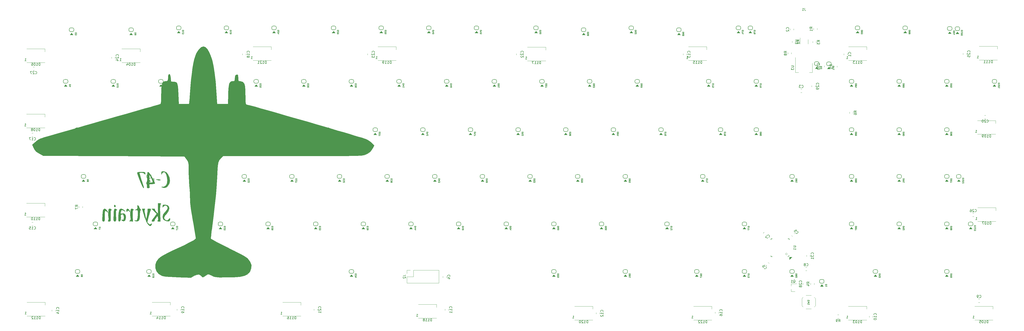
<source format=gbr>
%TF.GenerationSoftware,KiCad,Pcbnew,(5.1.6)-1*%
%TF.CreationDate,2020-08-12T20:07:55+02:00*%
%TF.ProjectId,Proyecto CFSUnderglow,50726f79-6563-4746-9f20-434653556e64,rev?*%
%TF.SameCoordinates,Original*%
%TF.FileFunction,Legend,Bot*%
%TF.FilePolarity,Positive*%
%FSLAX46Y46*%
G04 Gerber Fmt 4.6, Leading zero omitted, Abs format (unit mm)*
G04 Created by KiCad (PCBNEW (5.1.6)-1) date 2020-08-12 20:07:55*
%MOMM*%
%LPD*%
G01*
G04 APERTURE LIST*
%ADD10C,0.010000*%
%ADD11C,0.150000*%
%ADD12C,0.100000*%
%ADD13C,0.120000*%
G04 APERTURE END LIST*
D10*
%TO.C,G\u002A\u002A\u002A*%
G36*
X-12371366Y-33911540D02*
G01*
X-13243236Y-34685265D01*
X-13314922Y-34767732D01*
X-13892905Y-35539356D01*
X-14403143Y-36447206D01*
X-14854183Y-37535183D01*
X-15254573Y-38847190D01*
X-15612860Y-40427126D01*
X-15937590Y-42318892D01*
X-16237310Y-44566390D01*
X-16520569Y-47213521D01*
X-16795912Y-50304185D01*
X-17071887Y-53882283D01*
X-17092968Y-54173158D01*
X-17271506Y-56646316D01*
X-21432507Y-56646316D01*
X-21629080Y-52836316D01*
X-21725545Y-51096721D01*
X-21826365Y-49818247D01*
X-21957399Y-48927709D01*
X-22144505Y-48351924D01*
X-22413541Y-48017707D01*
X-22790366Y-47851875D01*
X-23300837Y-47781244D01*
X-23418355Y-47772309D01*
X-24567369Y-47689473D01*
X-24701053Y-46218947D01*
X-24831526Y-45302640D01*
X-25029075Y-44841866D01*
X-25235790Y-44748421D01*
X-25497120Y-44911149D01*
X-25653058Y-45456653D01*
X-25717657Y-46152105D01*
X-25784852Y-46970086D01*
X-25915078Y-47387837D01*
X-26184875Y-47539696D01*
X-26519762Y-47559883D01*
X-27179244Y-47636161D01*
X-27673218Y-47898674D01*
X-28023922Y-48410703D01*
X-28253594Y-49235532D01*
X-28384473Y-50436445D01*
X-28438798Y-52076723D01*
X-28444211Y-53036230D01*
X-28451121Y-54494861D01*
X-28479066Y-55504778D01*
X-28538871Y-56151907D01*
X-28641361Y-56522175D01*
X-28797358Y-56701506D01*
X-28912106Y-56750553D01*
X-29233375Y-56843326D01*
X-30031424Y-57072293D01*
X-31268865Y-57426761D01*
X-32908310Y-57896036D01*
X-34912371Y-58469423D01*
X-37243662Y-59136230D01*
X-39864794Y-59885763D01*
X-42738380Y-60707327D01*
X-45827033Y-61590228D01*
X-49093366Y-62523774D01*
X-52373685Y-63461179D01*
X-55795896Y-64440112D01*
X-59090408Y-65384551D01*
X-62218266Y-66283213D01*
X-65140516Y-67124812D01*
X-67818201Y-67898066D01*
X-70212368Y-68591690D01*
X-72284061Y-69194399D01*
X-73994326Y-69694909D01*
X-75304208Y-70081937D01*
X-76174751Y-70344197D01*
X-76554845Y-70465840D01*
X-77451651Y-70911341D01*
X-78419508Y-71564952D01*
X-78886638Y-71954939D01*
X-80030953Y-73009732D01*
X-79627385Y-73975607D01*
X-79131111Y-74944018D01*
X-78490644Y-75680456D01*
X-77555792Y-76336786D01*
X-76971579Y-76661004D01*
X-75634737Y-77367368D01*
X-47427369Y-77505867D01*
X-43591140Y-77525275D01*
X-39907523Y-77545028D01*
X-36411474Y-77564879D01*
X-33137950Y-77584577D01*
X-30121907Y-77603877D01*
X-27398304Y-77622530D01*
X-25002096Y-77640289D01*
X-22968241Y-77656904D01*
X-21331695Y-77672128D01*
X-20127415Y-77685714D01*
X-19390359Y-77697413D01*
X-19154835Y-77706393D01*
X-18974473Y-77939505D01*
X-18584060Y-78468337D01*
X-18285888Y-78878010D01*
X-17926868Y-79401168D01*
X-17694434Y-79869232D01*
X-17561010Y-80417113D01*
X-17499018Y-81179727D01*
X-17480879Y-82291987D01*
X-17479758Y-82821694D01*
X-17455578Y-84228086D01*
X-17391534Y-85946731D01*
X-17297447Y-87757457D01*
X-17186353Y-89398947D01*
X-17077223Y-90948385D01*
X-16988740Y-92484973D01*
X-16929297Y-93841922D01*
X-16907286Y-94852445D01*
X-16907542Y-94940160D01*
X-16861302Y-96121390D01*
X-16728137Y-97531349D01*
X-16536181Y-98876554D01*
X-16523070Y-98950687D01*
X-16343153Y-99979161D01*
X-16102690Y-101389526D01*
X-15826262Y-103035755D01*
X-15538452Y-104771821D01*
X-15362978Y-105842105D01*
X-14599606Y-110521052D01*
X-15171909Y-111087208D01*
X-15565183Y-111351376D01*
X-16373317Y-111799394D01*
X-17524027Y-112394579D01*
X-18945030Y-113100246D01*
X-20564043Y-113879710D01*
X-22020586Y-114562998D01*
X-24104611Y-115539389D01*
X-25757166Y-116339517D01*
X-27038890Y-116996333D01*
X-28010425Y-117542783D01*
X-28732412Y-118011819D01*
X-29265492Y-118436389D01*
X-29423522Y-118585373D01*
X-30344035Y-119811529D01*
X-30794112Y-121134748D01*
X-30789550Y-122462424D01*
X-30346148Y-123701950D01*
X-29479703Y-124760721D01*
X-28238403Y-125532408D01*
X-27625211Y-125692064D01*
X-26576531Y-125826218D01*
X-25063782Y-125937283D01*
X-23058383Y-126027675D01*
X-21955245Y-126063191D01*
X-16546316Y-126220055D01*
X-15246237Y-125514188D01*
X-14175840Y-125051811D01*
X-13351020Y-125002487D01*
X-12668949Y-125373609D01*
X-12346491Y-125722685D01*
X-11907508Y-126106443D01*
X-11515046Y-126028421D01*
X-10636620Y-125398749D01*
X-10059574Y-125031359D01*
X-9635082Y-124899986D01*
X-9214321Y-124978363D01*
X-8648466Y-125240223D01*
X-8230196Y-125448666D01*
X-7645673Y-125722649D01*
X-7121685Y-125914659D01*
X-6548602Y-126038125D01*
X-5816791Y-126106475D01*
X-4816620Y-126133137D01*
X-3438459Y-126131539D01*
X-2704077Y-126125523D01*
X-1127075Y-126099719D01*
X403892Y-126054024D01*
X1742113Y-125994199D01*
X2740873Y-125926010D01*
X2971579Y-125902582D01*
X4750910Y-125514717D01*
X6113665Y-124818315D01*
X7046770Y-123822990D01*
X7535650Y-122546409D01*
X7569261Y-121180481D01*
X7114520Y-119907279D01*
X6352682Y-118871111D01*
X5969624Y-118500019D01*
X5444125Y-118098905D01*
X4720440Y-117636319D01*
X3742826Y-117080814D01*
X2455537Y-116400940D01*
X802830Y-115565248D01*
X-1271041Y-114542289D01*
X-1640527Y-114361648D01*
X-3753129Y-113322730D01*
X-5423532Y-112483603D01*
X-6695052Y-111819967D01*
X-7611006Y-111307517D01*
X-8214708Y-110921952D01*
X-8549477Y-110638970D01*
X-8658627Y-110434269D01*
X-8658948Y-110424021D01*
X-8624475Y-110004785D01*
X-8528689Y-109149935D01*
X-8383033Y-107953621D01*
X-8198952Y-106509993D01*
X-8000094Y-105004061D01*
X-7480705Y-100960744D01*
X-7031939Y-97111572D01*
X-6661217Y-93530585D01*
X-6375960Y-90291821D01*
X-6183586Y-87469320D01*
X-6128044Y-86324210D01*
X-6040402Y-84268058D01*
X-5957073Y-82672393D01*
X-5864135Y-81463276D01*
X-5747663Y-80566770D01*
X-5593734Y-79908936D01*
X-5388423Y-79415836D01*
X-5117807Y-79013530D01*
X-4767962Y-78628082D01*
X-4657816Y-78517010D01*
X-3650690Y-77509885D01*
X23857286Y-77518392D01*
X28360954Y-77519033D01*
X32361014Y-77517719D01*
X35888593Y-77514013D01*
X38974818Y-77507478D01*
X41650815Y-77497678D01*
X43947711Y-77484177D01*
X45896633Y-77466537D01*
X47528707Y-77444323D01*
X48875061Y-77417098D01*
X49966822Y-77384425D01*
X50835115Y-77345869D01*
X51511068Y-77300991D01*
X52025807Y-77249357D01*
X52410460Y-77190530D01*
X52696153Y-77124072D01*
X52732176Y-77113485D01*
X54081764Y-76584490D01*
X55063728Y-75870527D01*
X55842499Y-74840094D01*
X56059571Y-74452458D01*
X56701855Y-73241740D01*
X55798691Y-72309911D01*
X55047182Y-71695150D01*
X54041663Y-71072901D01*
X53264079Y-70694584D01*
X52802614Y-70534071D01*
X51883218Y-70243501D01*
X50550412Y-69835757D01*
X48848715Y-69323724D01*
X46822645Y-68720286D01*
X44516723Y-68038328D01*
X41975468Y-67290734D01*
X39243399Y-66490389D01*
X36365035Y-65650177D01*
X33384896Y-64782983D01*
X30347501Y-63901690D01*
X27297370Y-63019184D01*
X24279023Y-62148348D01*
X21336977Y-61302068D01*
X18515753Y-60493227D01*
X15859871Y-59734710D01*
X13413849Y-59039402D01*
X11222207Y-58420186D01*
X9329464Y-57889947D01*
X7780140Y-57461570D01*
X6618755Y-57147939D01*
X5889826Y-56961938D01*
X5647074Y-56913684D01*
X5435311Y-56807314D01*
X5304616Y-56425029D01*
X5235077Y-55672069D01*
X5211606Y-54841579D01*
X5189573Y-53695498D01*
X5162314Y-52631794D01*
X5135487Y-51869180D01*
X5133817Y-51833684D01*
X5089693Y-50925238D01*
X5040066Y-49910689D01*
X5032738Y-49761579D01*
X4787174Y-48646845D01*
X4206162Y-47898533D01*
X3334180Y-47567547D01*
X3105263Y-47555789D01*
X2630436Y-47526582D01*
X2393658Y-47347003D01*
X2312164Y-46879113D01*
X2303158Y-46218947D01*
X2272971Y-45413149D01*
X2149937Y-45011598D01*
X1885342Y-44885628D01*
X1797026Y-44882105D01*
X1315898Y-45059712D01*
X1048213Y-45631576D01*
X966315Y-46641867D01*
X918618Y-47261061D01*
X680607Y-47511154D01*
X170374Y-47555789D01*
X-426310Y-47633162D01*
X-876096Y-47907787D01*
X-1201245Y-48443425D01*
X-1424019Y-49303833D01*
X-1566679Y-50552774D01*
X-1651485Y-52254005D01*
X-1667918Y-52820985D01*
X-1766833Y-56646316D01*
X-6140820Y-56646316D01*
X-6469135Y-51487130D01*
X-6764451Y-47656396D01*
X-7132460Y-44331939D01*
X-7577443Y-41489691D01*
X-8103679Y-39105587D01*
X-8715450Y-37155560D01*
X-9228409Y-35972532D01*
X-10004107Y-34671624D01*
X-10772621Y-33898581D01*
X-11554767Y-33647266D01*
X-12371366Y-33911540D01*
G37*
X-12371366Y-33911540D02*
X-13243236Y-34685265D01*
X-13314922Y-34767732D01*
X-13892905Y-35539356D01*
X-14403143Y-36447206D01*
X-14854183Y-37535183D01*
X-15254573Y-38847190D01*
X-15612860Y-40427126D01*
X-15937590Y-42318892D01*
X-16237310Y-44566390D01*
X-16520569Y-47213521D01*
X-16795912Y-50304185D01*
X-17071887Y-53882283D01*
X-17092968Y-54173158D01*
X-17271506Y-56646316D01*
X-21432507Y-56646316D01*
X-21629080Y-52836316D01*
X-21725545Y-51096721D01*
X-21826365Y-49818247D01*
X-21957399Y-48927709D01*
X-22144505Y-48351924D01*
X-22413541Y-48017707D01*
X-22790366Y-47851875D01*
X-23300837Y-47781244D01*
X-23418355Y-47772309D01*
X-24567369Y-47689473D01*
X-24701053Y-46218947D01*
X-24831526Y-45302640D01*
X-25029075Y-44841866D01*
X-25235790Y-44748421D01*
X-25497120Y-44911149D01*
X-25653058Y-45456653D01*
X-25717657Y-46152105D01*
X-25784852Y-46970086D01*
X-25915078Y-47387837D01*
X-26184875Y-47539696D01*
X-26519762Y-47559883D01*
X-27179244Y-47636161D01*
X-27673218Y-47898674D01*
X-28023922Y-48410703D01*
X-28253594Y-49235532D01*
X-28384473Y-50436445D01*
X-28438798Y-52076723D01*
X-28444211Y-53036230D01*
X-28451121Y-54494861D01*
X-28479066Y-55504778D01*
X-28538871Y-56151907D01*
X-28641361Y-56522175D01*
X-28797358Y-56701506D01*
X-28912106Y-56750553D01*
X-29233375Y-56843326D01*
X-30031424Y-57072293D01*
X-31268865Y-57426761D01*
X-32908310Y-57896036D01*
X-34912371Y-58469423D01*
X-37243662Y-59136230D01*
X-39864794Y-59885763D01*
X-42738380Y-60707327D01*
X-45827033Y-61590228D01*
X-49093366Y-62523774D01*
X-52373685Y-63461179D01*
X-55795896Y-64440112D01*
X-59090408Y-65384551D01*
X-62218266Y-66283213D01*
X-65140516Y-67124812D01*
X-67818201Y-67898066D01*
X-70212368Y-68591690D01*
X-72284061Y-69194399D01*
X-73994326Y-69694909D01*
X-75304208Y-70081937D01*
X-76174751Y-70344197D01*
X-76554845Y-70465840D01*
X-77451651Y-70911341D01*
X-78419508Y-71564952D01*
X-78886638Y-71954939D01*
X-80030953Y-73009732D01*
X-79627385Y-73975607D01*
X-79131111Y-74944018D01*
X-78490644Y-75680456D01*
X-77555792Y-76336786D01*
X-76971579Y-76661004D01*
X-75634737Y-77367368D01*
X-47427369Y-77505867D01*
X-43591140Y-77525275D01*
X-39907523Y-77545028D01*
X-36411474Y-77564879D01*
X-33137950Y-77584577D01*
X-30121907Y-77603877D01*
X-27398304Y-77622530D01*
X-25002096Y-77640289D01*
X-22968241Y-77656904D01*
X-21331695Y-77672128D01*
X-20127415Y-77685714D01*
X-19390359Y-77697413D01*
X-19154835Y-77706393D01*
X-18974473Y-77939505D01*
X-18584060Y-78468337D01*
X-18285888Y-78878010D01*
X-17926868Y-79401168D01*
X-17694434Y-79869232D01*
X-17561010Y-80417113D01*
X-17499018Y-81179727D01*
X-17480879Y-82291987D01*
X-17479758Y-82821694D01*
X-17455578Y-84228086D01*
X-17391534Y-85946731D01*
X-17297447Y-87757457D01*
X-17186353Y-89398947D01*
X-17077223Y-90948385D01*
X-16988740Y-92484973D01*
X-16929297Y-93841922D01*
X-16907286Y-94852445D01*
X-16907542Y-94940160D01*
X-16861302Y-96121390D01*
X-16728137Y-97531349D01*
X-16536181Y-98876554D01*
X-16523070Y-98950687D01*
X-16343153Y-99979161D01*
X-16102690Y-101389526D01*
X-15826262Y-103035755D01*
X-15538452Y-104771821D01*
X-15362978Y-105842105D01*
X-14599606Y-110521052D01*
X-15171909Y-111087208D01*
X-15565183Y-111351376D01*
X-16373317Y-111799394D01*
X-17524027Y-112394579D01*
X-18945030Y-113100246D01*
X-20564043Y-113879710D01*
X-22020586Y-114562998D01*
X-24104611Y-115539389D01*
X-25757166Y-116339517D01*
X-27038890Y-116996333D01*
X-28010425Y-117542783D01*
X-28732412Y-118011819D01*
X-29265492Y-118436389D01*
X-29423522Y-118585373D01*
X-30344035Y-119811529D01*
X-30794112Y-121134748D01*
X-30789550Y-122462424D01*
X-30346148Y-123701950D01*
X-29479703Y-124760721D01*
X-28238403Y-125532408D01*
X-27625211Y-125692064D01*
X-26576531Y-125826218D01*
X-25063782Y-125937283D01*
X-23058383Y-126027675D01*
X-21955245Y-126063191D01*
X-16546316Y-126220055D01*
X-15246237Y-125514188D01*
X-14175840Y-125051811D01*
X-13351020Y-125002487D01*
X-12668949Y-125373609D01*
X-12346491Y-125722685D01*
X-11907508Y-126106443D01*
X-11515046Y-126028421D01*
X-10636620Y-125398749D01*
X-10059574Y-125031359D01*
X-9635082Y-124899986D01*
X-9214321Y-124978363D01*
X-8648466Y-125240223D01*
X-8230196Y-125448666D01*
X-7645673Y-125722649D01*
X-7121685Y-125914659D01*
X-6548602Y-126038125D01*
X-5816791Y-126106475D01*
X-4816620Y-126133137D01*
X-3438459Y-126131539D01*
X-2704077Y-126125523D01*
X-1127075Y-126099719D01*
X403892Y-126054024D01*
X1742113Y-125994199D01*
X2740873Y-125926010D01*
X2971579Y-125902582D01*
X4750910Y-125514717D01*
X6113665Y-124818315D01*
X7046770Y-123822990D01*
X7535650Y-122546409D01*
X7569261Y-121180481D01*
X7114520Y-119907279D01*
X6352682Y-118871111D01*
X5969624Y-118500019D01*
X5444125Y-118098905D01*
X4720440Y-117636319D01*
X3742826Y-117080814D01*
X2455537Y-116400940D01*
X802830Y-115565248D01*
X-1271041Y-114542289D01*
X-1640527Y-114361648D01*
X-3753129Y-113322730D01*
X-5423532Y-112483603D01*
X-6695052Y-111819967D01*
X-7611006Y-111307517D01*
X-8214708Y-110921952D01*
X-8549477Y-110638970D01*
X-8658627Y-110434269D01*
X-8658948Y-110424021D01*
X-8624475Y-110004785D01*
X-8528689Y-109149935D01*
X-8383033Y-107953621D01*
X-8198952Y-106509993D01*
X-8000094Y-105004061D01*
X-7480705Y-100960744D01*
X-7031939Y-97111572D01*
X-6661217Y-93530585D01*
X-6375960Y-90291821D01*
X-6183586Y-87469320D01*
X-6128044Y-86324210D01*
X-6040402Y-84268058D01*
X-5957073Y-82672393D01*
X-5864135Y-81463276D01*
X-5747663Y-80566770D01*
X-5593734Y-79908936D01*
X-5388423Y-79415836D01*
X-5117807Y-79013530D01*
X-4767962Y-78628082D01*
X-4657816Y-78517010D01*
X-3650690Y-77509885D01*
X23857286Y-77518392D01*
X28360954Y-77519033D01*
X32361014Y-77517719D01*
X35888593Y-77514013D01*
X38974818Y-77507478D01*
X41650815Y-77497678D01*
X43947711Y-77484177D01*
X45896633Y-77466537D01*
X47528707Y-77444323D01*
X48875061Y-77417098D01*
X49966822Y-77384425D01*
X50835115Y-77345869D01*
X51511068Y-77300991D01*
X52025807Y-77249357D01*
X52410460Y-77190530D01*
X52696153Y-77124072D01*
X52732176Y-77113485D01*
X54081764Y-76584490D01*
X55063728Y-75870527D01*
X55842499Y-74840094D01*
X56059571Y-74452458D01*
X56701855Y-73241740D01*
X55798691Y-72309911D01*
X55047182Y-71695150D01*
X54041663Y-71072901D01*
X53264079Y-70694584D01*
X52802614Y-70534071D01*
X51883218Y-70243501D01*
X50550412Y-69835757D01*
X48848715Y-69323724D01*
X46822645Y-68720286D01*
X44516723Y-68038328D01*
X41975468Y-67290734D01*
X39243399Y-66490389D01*
X36365035Y-65650177D01*
X33384896Y-64782983D01*
X30347501Y-63901690D01*
X27297370Y-63019184D01*
X24279023Y-62148348D01*
X21336977Y-61302068D01*
X18515753Y-60493227D01*
X15859871Y-59734710D01*
X13413849Y-59039402D01*
X11222207Y-58420186D01*
X9329464Y-57889947D01*
X7780140Y-57461570D01*
X6618755Y-57147939D01*
X5889826Y-56961938D01*
X5647074Y-56913684D01*
X5435311Y-56807314D01*
X5304616Y-56425029D01*
X5235077Y-55672069D01*
X5211606Y-54841579D01*
X5189573Y-53695498D01*
X5162314Y-52631794D01*
X5135487Y-51869180D01*
X5133817Y-51833684D01*
X5089693Y-50925238D01*
X5040066Y-49910689D01*
X5032738Y-49761579D01*
X4787174Y-48646845D01*
X4206162Y-47898533D01*
X3334180Y-47567547D01*
X3105263Y-47555789D01*
X2630436Y-47526582D01*
X2393658Y-47347003D01*
X2312164Y-46879113D01*
X2303158Y-46218947D01*
X2272971Y-45413149D01*
X2149937Y-45011598D01*
X1885342Y-44885628D01*
X1797026Y-44882105D01*
X1315898Y-45059712D01*
X1048213Y-45631576D01*
X966315Y-46641867D01*
X918618Y-47261061D01*
X680607Y-47511154D01*
X170374Y-47555789D01*
X-426310Y-47633162D01*
X-876096Y-47907787D01*
X-1201245Y-48443425D01*
X-1424019Y-49303833D01*
X-1566679Y-50552774D01*
X-1651485Y-52254005D01*
X-1667918Y-52820985D01*
X-1766833Y-56646316D01*
X-6140820Y-56646316D01*
X-6469135Y-51487130D01*
X-6764451Y-47656396D01*
X-7132460Y-44331939D01*
X-7577443Y-41489691D01*
X-8103679Y-39105587D01*
X-8715450Y-37155560D01*
X-9228409Y-35972532D01*
X-10004107Y-34671624D01*
X-10772621Y-33898581D01*
X-11554767Y-33647266D01*
X-12371366Y-33911540D01*
G36*
X-35415357Y-100962631D02*
G01*
X-35049341Y-102089441D01*
X-34697383Y-103089885D01*
X-34417162Y-103802849D01*
X-34338561Y-103970526D01*
X-33751827Y-104898693D01*
X-33189647Y-105434579D01*
X-32708994Y-105544346D01*
X-32366843Y-105194153D01*
X-32349658Y-105151817D01*
X-32200498Y-104652372D01*
X-32329354Y-104587504D01*
X-32603000Y-104784730D01*
X-32973442Y-104970102D01*
X-33357732Y-104778238D01*
X-33562717Y-104585587D01*
X-34106804Y-104041500D01*
X-33536733Y-101933908D01*
X-33236134Y-100861555D01*
X-32955263Y-99926395D01*
X-32746233Y-99300544D01*
X-32716432Y-99224737D01*
X-32598169Y-98805391D01*
X-32810067Y-98645794D01*
X-33278354Y-98623158D01*
X-33821211Y-98697961D01*
X-33920327Y-98898469D01*
X-33918668Y-98901197D01*
X-33890466Y-99231043D01*
X-33936905Y-99884953D01*
X-34035917Y-100713253D01*
X-34165434Y-101566267D01*
X-34303386Y-102294320D01*
X-34427705Y-102747734D01*
X-34496468Y-102820023D01*
X-34589448Y-102535731D01*
X-34752659Y-101870841D01*
X-34950857Y-100968986D01*
X-34951864Y-100964184D01*
X-35143426Y-99855242D01*
X-35154663Y-99179668D01*
X-35038691Y-98907743D01*
X-34978086Y-98694467D01*
X-35403197Y-98623412D01*
X-35448965Y-98623158D01*
X-36143825Y-98623158D01*
X-35415357Y-100962631D01*
G37*
X-35415357Y-100962631D02*
X-35049341Y-102089441D01*
X-34697383Y-103089885D01*
X-34417162Y-103802849D01*
X-34338561Y-103970526D01*
X-33751827Y-104898693D01*
X-33189647Y-105434579D01*
X-32708994Y-105544346D01*
X-32366843Y-105194153D01*
X-32349658Y-105151817D01*
X-32200498Y-104652372D01*
X-32329354Y-104587504D01*
X-32603000Y-104784730D01*
X-32973442Y-104970102D01*
X-33357732Y-104778238D01*
X-33562717Y-104585587D01*
X-34106804Y-104041500D01*
X-33536733Y-101933908D01*
X-33236134Y-100861555D01*
X-32955263Y-99926395D01*
X-32746233Y-99300544D01*
X-32716432Y-99224737D01*
X-32598169Y-98805391D01*
X-32810067Y-98645794D01*
X-33278354Y-98623158D01*
X-33821211Y-98697961D01*
X-33920327Y-98898469D01*
X-33918668Y-98901197D01*
X-33890466Y-99231043D01*
X-33936905Y-99884953D01*
X-34035917Y-100713253D01*
X-34165434Y-101566267D01*
X-34303386Y-102294320D01*
X-34427705Y-102747734D01*
X-34496468Y-102820023D01*
X-34589448Y-102535731D01*
X-34752659Y-101870841D01*
X-34950857Y-100968986D01*
X-34951864Y-100964184D01*
X-35143426Y-99855242D01*
X-35154663Y-99179668D01*
X-35038691Y-98907743D01*
X-34978086Y-98694467D01*
X-35403197Y-98623412D01*
X-35448965Y-98623158D01*
X-36143825Y-98623158D01*
X-35415357Y-100962631D01*
G36*
X-27658597Y-97085183D02*
G01*
X-27881966Y-97356700D01*
X-27900971Y-97620526D01*
X-27863561Y-98034412D01*
X-27696061Y-97954869D01*
X-27537285Y-97754210D01*
X-26980918Y-97336707D01*
X-26412655Y-97406983D01*
X-26037895Y-97821052D01*
X-25897242Y-98372482D01*
X-26097545Y-98981203D01*
X-26681827Y-99742534D01*
X-27103927Y-100182792D01*
X-27697104Y-101030235D01*
X-27923907Y-101934222D01*
X-27745952Y-102727951D01*
X-27704854Y-102794184D01*
X-27191753Y-103251183D01*
X-26465113Y-103570751D01*
X-25729942Y-103694331D01*
X-25191248Y-103563362D01*
X-25146667Y-103524912D01*
X-24999404Y-103136721D01*
X-24968421Y-102797000D01*
X-24989960Y-102430558D01*
X-25124408Y-102485409D01*
X-25384635Y-102841561D01*
X-25938845Y-103355229D01*
X-26522992Y-103336708D01*
X-26954587Y-103015639D01*
X-27294113Y-102537383D01*
X-27295139Y-102030501D01*
X-26928609Y-101389554D01*
X-26305263Y-100659389D01*
X-25571537Y-99637194D01*
X-25265761Y-98688288D01*
X-25372321Y-97887845D01*
X-25875598Y-97311034D01*
X-26759975Y-97033027D01*
X-27061579Y-97018947D01*
X-27658597Y-97085183D01*
G37*
X-27658597Y-97085183D02*
X-27881966Y-97356700D01*
X-27900971Y-97620526D01*
X-27863561Y-98034412D01*
X-27696061Y-97954869D01*
X-27537285Y-97754210D01*
X-26980918Y-97336707D01*
X-26412655Y-97406983D01*
X-26037895Y-97821052D01*
X-25897242Y-98372482D01*
X-26097545Y-98981203D01*
X-26681827Y-99742534D01*
X-27103927Y-100182792D01*
X-27697104Y-101030235D01*
X-27923907Y-101934222D01*
X-27745952Y-102727951D01*
X-27704854Y-102794184D01*
X-27191753Y-103251183D01*
X-26465113Y-103570751D01*
X-25729942Y-103694331D01*
X-25191248Y-103563362D01*
X-25146667Y-103524912D01*
X-24999404Y-103136721D01*
X-24968421Y-102797000D01*
X-24989960Y-102430558D01*
X-25124408Y-102485409D01*
X-25384635Y-102841561D01*
X-25938845Y-103355229D01*
X-26522992Y-103336708D01*
X-26954587Y-103015639D01*
X-27294113Y-102537383D01*
X-27295139Y-102030501D01*
X-26928609Y-101389554D01*
X-26305263Y-100659389D01*
X-25571537Y-99637194D01*
X-25265761Y-98688288D01*
X-25372321Y-97887845D01*
X-25875598Y-97311034D01*
X-26759975Y-97033027D01*
X-27061579Y-97018947D01*
X-27658597Y-97085183D01*
G36*
X-29781053Y-100587949D02*
G01*
X-30457354Y-99952597D01*
X-30876998Y-99435149D01*
X-31010464Y-99008367D01*
X-31000482Y-98970201D01*
X-31104171Y-98696604D01*
X-31581601Y-98623158D01*
X-32295892Y-98623158D01*
X-30259446Y-100708668D01*
X-31365525Y-102205913D01*
X-31936429Y-102989029D01*
X-32215828Y-103436496D01*
X-32230652Y-103642250D01*
X-32007828Y-103700227D01*
X-31794750Y-103703158D01*
X-31314314Y-103625073D01*
X-31184737Y-103467991D01*
X-31082100Y-103123163D01*
X-30744421Y-102547585D01*
X-30599787Y-102341426D01*
X-29947994Y-101450028D01*
X-29740348Y-102226445D01*
X-29677100Y-102975476D01*
X-29823300Y-103353009D01*
X-29931863Y-103616270D01*
X-29592290Y-103701918D01*
X-29479580Y-103703644D01*
X-28845263Y-103704131D01*
X-28927988Y-100320292D01*
X-28950252Y-98813459D01*
X-28927368Y-97768046D01*
X-28854010Y-97112220D01*
X-28724851Y-96774148D01*
X-28660619Y-96714426D01*
X-28575357Y-96549216D01*
X-29010740Y-96488628D01*
X-29045790Y-96488304D01*
X-29781053Y-96484210D01*
X-29781053Y-100587949D01*
G37*
X-29781053Y-100587949D02*
X-30457354Y-99952597D01*
X-30876998Y-99435149D01*
X-31010464Y-99008367D01*
X-31000482Y-98970201D01*
X-31104171Y-98696604D01*
X-31581601Y-98623158D01*
X-32295892Y-98623158D01*
X-30259446Y-100708668D01*
X-31365525Y-102205913D01*
X-31936429Y-102989029D01*
X-32215828Y-103436496D01*
X-32230652Y-103642250D01*
X-32007828Y-103700227D01*
X-31794750Y-103703158D01*
X-31314314Y-103625073D01*
X-31184737Y-103467991D01*
X-31082100Y-103123163D01*
X-30744421Y-102547585D01*
X-30599787Y-102341426D01*
X-29947994Y-101450028D01*
X-29740348Y-102226445D01*
X-29677100Y-102975476D01*
X-29823300Y-103353009D01*
X-29931863Y-103616270D01*
X-29592290Y-103701918D01*
X-29479580Y-103703644D01*
X-28845263Y-103704131D01*
X-28927988Y-100320292D01*
X-28950252Y-98813459D01*
X-28927368Y-97768046D01*
X-28854010Y-97112220D01*
X-28724851Y-96774148D01*
X-28660619Y-96714426D01*
X-28575357Y-96549216D01*
X-29010740Y-96488628D01*
X-29045790Y-96488304D01*
X-29781053Y-96484210D01*
X-29781053Y-100587949D01*
G36*
X-38016265Y-97372020D02*
G01*
X-38000875Y-97781114D01*
X-37966884Y-97926037D01*
X-37922576Y-98492436D01*
X-38237926Y-98809115D01*
X-38397045Y-98879738D01*
X-39005263Y-99124000D01*
X-38403685Y-99140947D01*
X-38086530Y-99188519D01*
X-37906130Y-99387463D01*
X-37824233Y-99855784D01*
X-37802586Y-100711483D01*
X-37802106Y-100996736D01*
X-37882949Y-102252306D01*
X-38117454Y-103057440D01*
X-38493580Y-103387084D01*
X-38901178Y-103283812D01*
X-39096256Y-103240494D01*
X-39030795Y-103394479D01*
X-38591201Y-103671511D01*
X-37973757Y-103656523D01*
X-37427791Y-103379151D01*
X-37276776Y-103185998D01*
X-37132233Y-102655766D01*
X-37032079Y-101791145D01*
X-37000000Y-100913366D01*
X-36954181Y-99825833D01*
X-36815572Y-99255708D01*
X-36681530Y-99157895D01*
X-36584545Y-99036721D01*
X-36792659Y-98823684D01*
X-37201215Y-98294291D01*
X-37311656Y-97976892D01*
X-37557834Y-97489114D01*
X-37772997Y-97340455D01*
X-38016265Y-97372020D01*
G37*
X-38016265Y-97372020D02*
X-38000875Y-97781114D01*
X-37966884Y-97926037D01*
X-37922576Y-98492436D01*
X-38237926Y-98809115D01*
X-38397045Y-98879738D01*
X-39005263Y-99124000D01*
X-38403685Y-99140947D01*
X-38086530Y-99188519D01*
X-37906130Y-99387463D01*
X-37824233Y-99855784D01*
X-37802586Y-100711483D01*
X-37802106Y-100996736D01*
X-37882949Y-102252306D01*
X-38117454Y-103057440D01*
X-38493580Y-103387084D01*
X-38901178Y-103283812D01*
X-39096256Y-103240494D01*
X-39030795Y-103394479D01*
X-38591201Y-103671511D01*
X-37973757Y-103656523D01*
X-37427791Y-103379151D01*
X-37276776Y-103185998D01*
X-37132233Y-102655766D01*
X-37032079Y-101791145D01*
X-37000000Y-100913366D01*
X-36954181Y-99825833D01*
X-36815572Y-99255708D01*
X-36681530Y-99157895D01*
X-36584545Y-99036721D01*
X-36792659Y-98823684D01*
X-37201215Y-98294291D01*
X-37311656Y-97976892D01*
X-37557834Y-97489114D01*
X-37772997Y-97340455D01*
X-38016265Y-97372020D01*
G36*
X-40623742Y-98866249D02*
G01*
X-40792931Y-99500575D01*
X-40866247Y-100394628D01*
X-40827595Y-101412807D01*
X-40764184Y-101908039D01*
X-40669563Y-102729947D01*
X-40740698Y-103191138D01*
X-40984612Y-103437278D01*
X-41176203Y-103611622D01*
X-40909649Y-103685624D01*
X-40609474Y-103695651D01*
X-39807369Y-103704406D01*
X-39893855Y-101431150D01*
X-39918151Y-100271513D01*
X-39877177Y-99561529D01*
X-39761284Y-99219011D01*
X-39626487Y-99153800D01*
X-39494529Y-99061999D01*
X-39693706Y-98869489D01*
X-40064616Y-98688435D01*
X-40374776Y-98627252D01*
X-40623742Y-98866249D01*
G37*
X-40623742Y-98866249D02*
X-40792931Y-99500575D01*
X-40866247Y-100394628D01*
X-40827595Y-101412807D01*
X-40764184Y-101908039D01*
X-40669563Y-102729947D01*
X-40740698Y-103191138D01*
X-40984612Y-103437278D01*
X-41176203Y-103611622D01*
X-40909649Y-103685624D01*
X-40609474Y-103695651D01*
X-39807369Y-103704406D01*
X-39893855Y-101431150D01*
X-39918151Y-100271513D01*
X-39877177Y-99561529D01*
X-39761284Y-99219011D01*
X-39626487Y-99153800D01*
X-39494529Y-99061999D01*
X-39693706Y-98869489D01*
X-40064616Y-98688435D01*
X-40374776Y-98627252D01*
X-40623742Y-98866249D01*
G36*
X-44906680Y-98700390D02*
G01*
X-45168920Y-98990363D01*
X-45347672Y-99580490D01*
X-45473857Y-100558184D01*
X-45545786Y-101494561D01*
X-45606060Y-102587128D01*
X-45599632Y-103250175D01*
X-45512857Y-103586283D01*
X-45332094Y-103698030D01*
X-45252047Y-103703158D01*
X-44857966Y-103469856D01*
X-44617990Y-102891057D01*
X-44596515Y-102148425D01*
X-44633136Y-101957202D01*
X-44623657Y-101314792D01*
X-44328459Y-100892538D01*
X-43856729Y-100844019D01*
X-43844879Y-100848438D01*
X-43532258Y-101202768D01*
X-43418241Y-101988153D01*
X-43416842Y-102121739D01*
X-43446869Y-102816505D01*
X-43584245Y-103102277D01*
X-43899918Y-103103559D01*
X-43966860Y-103086955D01*
X-44337502Y-103035054D01*
X-44269630Y-103238041D01*
X-44201490Y-103323140D01*
X-43653695Y-103679600D01*
X-43075220Y-103505306D01*
X-42935579Y-103382316D01*
X-42689882Y-102840180D01*
X-42625281Y-102057457D01*
X-42734288Y-101283449D01*
X-43009414Y-100767456D01*
X-43014253Y-100763380D01*
X-43568461Y-100556983D01*
X-44106346Y-100564205D01*
X-44594174Y-100602350D01*
X-44698664Y-100373660D01*
X-44646270Y-100127773D01*
X-44521332Y-99584954D01*
X-44489967Y-99358421D01*
X-44290250Y-99160236D01*
X-43849206Y-99189154D01*
X-43386160Y-99400718D01*
X-43170890Y-99625789D01*
X-42954923Y-99870863D01*
X-42890236Y-99774634D01*
X-43102320Y-99371291D01*
X-43618554Y-98954922D01*
X-44232273Y-98670650D01*
X-44530028Y-98623158D01*
X-44906680Y-98700390D01*
G37*
X-44906680Y-98700390D02*
X-45168920Y-98990363D01*
X-45347672Y-99580490D01*
X-45473857Y-100558184D01*
X-45545786Y-101494561D01*
X-45606060Y-102587128D01*
X-45599632Y-103250175D01*
X-45512857Y-103586283D01*
X-45332094Y-103698030D01*
X-45252047Y-103703158D01*
X-44857966Y-103469856D01*
X-44617990Y-102891057D01*
X-44596515Y-102148425D01*
X-44633136Y-101957202D01*
X-44623657Y-101314792D01*
X-44328459Y-100892538D01*
X-43856729Y-100844019D01*
X-43844879Y-100848438D01*
X-43532258Y-101202768D01*
X-43418241Y-101988153D01*
X-43416842Y-102121739D01*
X-43446869Y-102816505D01*
X-43584245Y-103102277D01*
X-43899918Y-103103559D01*
X-43966860Y-103086955D01*
X-44337502Y-103035054D01*
X-44269630Y-103238041D01*
X-44201490Y-103323140D01*
X-43653695Y-103679600D01*
X-43075220Y-103505306D01*
X-42935579Y-103382316D01*
X-42689882Y-102840180D01*
X-42625281Y-102057457D01*
X-42734288Y-101283449D01*
X-43009414Y-100767456D01*
X-43014253Y-100763380D01*
X-43568461Y-100556983D01*
X-44106346Y-100564205D01*
X-44594174Y-100602350D01*
X-44698664Y-100373660D01*
X-44646270Y-100127773D01*
X-44521332Y-99584954D01*
X-44489967Y-99358421D01*
X-44290250Y-99160236D01*
X-43849206Y-99189154D01*
X-43386160Y-99400718D01*
X-43170890Y-99625789D01*
X-42954923Y-99870863D01*
X-42890236Y-99774634D01*
X-43102320Y-99371291D01*
X-43618554Y-98954922D01*
X-44232273Y-98670650D01*
X-44530028Y-98623158D01*
X-44906680Y-98700390D01*
G36*
X-47105760Y-98691608D02*
G01*
X-47295953Y-99054959D01*
X-47407035Y-99815064D01*
X-47471544Y-101038079D01*
X-47475864Y-101163757D01*
X-47508154Y-102342777D01*
X-47497438Y-103087007D01*
X-47426138Y-103495789D01*
X-47276676Y-103668465D01*
X-47031474Y-103704376D01*
X-47026316Y-103704381D01*
X-46768258Y-103666731D01*
X-46616669Y-103483908D01*
X-46550890Y-103051145D01*
X-46550264Y-102263677D01*
X-46578066Y-101431150D01*
X-46602362Y-100271513D01*
X-46561387Y-99561529D01*
X-46445494Y-99219011D01*
X-46310697Y-99153800D01*
X-46127331Y-99083727D01*
X-46357895Y-98890526D01*
X-46803919Y-98658849D01*
X-47105760Y-98691608D01*
G37*
X-47105760Y-98691608D02*
X-47295953Y-99054959D01*
X-47407035Y-99815064D01*
X-47471544Y-101038079D01*
X-47475864Y-101163757D01*
X-47508154Y-102342777D01*
X-47497438Y-103087007D01*
X-47426138Y-103495789D01*
X-47276676Y-103668465D01*
X-47031474Y-103704376D01*
X-47026316Y-103704381D01*
X-46768258Y-103666731D01*
X-46616669Y-103483908D01*
X-46550890Y-103051145D01*
X-46550264Y-102263677D01*
X-46578066Y-101431150D01*
X-46602362Y-100271513D01*
X-46561387Y-99561529D01*
X-46445494Y-99219011D01*
X-46310697Y-99153800D01*
X-46127331Y-99083727D01*
X-46357895Y-98890526D01*
X-46803919Y-98658849D01*
X-47105760Y-98691608D01*
G36*
X-49438124Y-98866631D02*
G01*
X-49601836Y-99502569D01*
X-49672396Y-100400477D01*
X-49634167Y-101425770D01*
X-49576772Y-101896365D01*
X-49509385Y-102799622D01*
X-49614871Y-103359292D01*
X-49663638Y-103426164D01*
X-49712700Y-103638619D01*
X-49285579Y-103703782D01*
X-48969264Y-103684626D01*
X-48780605Y-103555941D01*
X-48693154Y-103212012D01*
X-48680463Y-102547123D01*
X-48716085Y-101455558D01*
X-48717013Y-101431150D01*
X-48741309Y-100271513D01*
X-48700335Y-99561529D01*
X-48584441Y-99219011D01*
X-48449645Y-99153800D01*
X-48317928Y-99061908D01*
X-48517172Y-98869251D01*
X-48887910Y-98688193D01*
X-49196901Y-98627252D01*
X-49438124Y-98866631D01*
G37*
X-49438124Y-98866631D02*
X-49601836Y-99502569D01*
X-49672396Y-100400477D01*
X-49634167Y-101425770D01*
X-49576772Y-101896365D01*
X-49509385Y-102799622D01*
X-49614871Y-103359292D01*
X-49663638Y-103426164D01*
X-49712700Y-103638619D01*
X-49285579Y-103703782D01*
X-48969264Y-103684626D01*
X-48780605Y-103555941D01*
X-48693154Y-103212012D01*
X-48680463Y-102547123D01*
X-48716085Y-101455558D01*
X-48717013Y-101431150D01*
X-48741309Y-100271513D01*
X-48700335Y-99561529D01*
X-48584441Y-99219011D01*
X-48449645Y-99153800D01*
X-48317928Y-99061908D01*
X-48517172Y-98869251D01*
X-48887910Y-98688193D01*
X-49196901Y-98627252D01*
X-49438124Y-98866631D01*
G36*
X-51611155Y-98954561D02*
G01*
X-51723211Y-99363008D01*
X-51839751Y-100155137D01*
X-51939956Y-101180495D01*
X-51962628Y-101494561D01*
X-52025983Y-102577063D01*
X-52026761Y-103232880D01*
X-51946227Y-103568262D01*
X-51765644Y-103689463D01*
X-51573062Y-103703760D01*
X-51295991Y-103660831D01*
X-51144803Y-103455336D01*
X-51092779Y-102973392D01*
X-51113197Y-102101116D01*
X-51126814Y-101801837D01*
X-51126603Y-100556683D01*
X-50994070Y-99764364D01*
X-50739113Y-99446539D01*
X-50371633Y-99624870D01*
X-50216738Y-99810575D01*
X-49925327Y-100122279D01*
X-49842767Y-100049767D01*
X-49963160Y-99698543D01*
X-50249898Y-99217386D01*
X-50781506Y-98720247D01*
X-51298348Y-98674491D01*
X-51611155Y-98954561D01*
G37*
X-51611155Y-98954561D02*
X-51723211Y-99363008D01*
X-51839751Y-100155137D01*
X-51939956Y-101180495D01*
X-51962628Y-101494561D01*
X-52025983Y-102577063D01*
X-52026761Y-103232880D01*
X-51946227Y-103568262D01*
X-51765644Y-103689463D01*
X-51573062Y-103703760D01*
X-51295991Y-103660831D01*
X-51144803Y-103455336D01*
X-51092779Y-102973392D01*
X-51113197Y-102101116D01*
X-51126814Y-101801837D01*
X-51126603Y-100556683D01*
X-50994070Y-99764364D01*
X-50739113Y-99446539D01*
X-50371633Y-99624870D01*
X-50216738Y-99810575D01*
X-49925327Y-100122279D01*
X-49842767Y-100049767D01*
X-49963160Y-99698543D01*
X-50249898Y-99217386D01*
X-50781506Y-98720247D01*
X-51298348Y-98674491D01*
X-51611155Y-98954561D01*
G36*
X-42266709Y-98859052D02*
G01*
X-42347369Y-99342681D01*
X-42323020Y-99826359D01*
X-42191957Y-99829152D01*
X-41984375Y-99565781D01*
X-41688515Y-99222608D01*
X-41482554Y-99324207D01*
X-41324085Y-99581521D01*
X-41092977Y-99895925D01*
X-41018657Y-99875580D01*
X-41170134Y-99343589D01*
X-41540440Y-98846503D01*
X-41950844Y-98623202D01*
X-41955723Y-98623158D01*
X-42266709Y-98859052D01*
G37*
X-42266709Y-98859052D02*
X-42347369Y-99342681D01*
X-42323020Y-99826359D01*
X-42191957Y-99829152D01*
X-41984375Y-99565781D01*
X-41688515Y-99222608D01*
X-41482554Y-99324207D01*
X-41324085Y-99581521D01*
X-41092977Y-99895925D01*
X-41018657Y-99875580D01*
X-41170134Y-99343589D01*
X-41540440Y-98846503D01*
X-41950844Y-98623202D01*
X-41955723Y-98623158D01*
X-42266709Y-98859052D01*
G36*
X-47293685Y-97286316D02*
G01*
X-47313117Y-97729566D01*
X-47220355Y-97867645D01*
X-46892597Y-97963597D01*
X-46758948Y-97821052D01*
X-46739515Y-97377802D01*
X-46832277Y-97239723D01*
X-47160035Y-97143771D01*
X-47293685Y-97286316D01*
G37*
X-47293685Y-97286316D02*
X-47313117Y-97729566D01*
X-47220355Y-97867645D01*
X-46892597Y-97963597D01*
X-46758948Y-97821052D01*
X-46739515Y-97377802D01*
X-46832277Y-97239723D01*
X-47160035Y-97143771D01*
X-47293685Y-97286316D01*
G36*
X-28147545Y-83698347D02*
G01*
X-28393390Y-83928182D01*
X-28426115Y-84385789D01*
X-28399192Y-84886205D01*
X-28305118Y-84885026D01*
X-28117889Y-84519473D01*
X-27701062Y-83975734D01*
X-27251038Y-83900047D01*
X-26813886Y-84231636D01*
X-26435673Y-84909724D01*
X-26162468Y-85873534D01*
X-26040340Y-87062290D01*
X-26037895Y-87263565D01*
X-26085880Y-88226914D01*
X-26269874Y-88861185D01*
X-26649938Y-89366620D01*
X-26676840Y-89393777D01*
X-27376894Y-89868436D01*
X-27946840Y-89893168D01*
X-28349972Y-89832960D01*
X-28285455Y-89958744D01*
X-28176842Y-90040081D01*
X-27369968Y-90317047D01*
X-26502138Y-90125428D01*
X-25909777Y-89696188D01*
X-25282781Y-88707977D01*
X-25048927Y-87457625D01*
X-25214927Y-86134319D01*
X-25734961Y-84817328D01*
X-26451522Y-83989817D01*
X-27359382Y-83657401D01*
X-27527827Y-83650526D01*
X-28147545Y-83698347D01*
G37*
X-28147545Y-83698347D02*
X-28393390Y-83928182D01*
X-28426115Y-84385789D01*
X-28399192Y-84886205D01*
X-28305118Y-84885026D01*
X-28117889Y-84519473D01*
X-27701062Y-83975734D01*
X-27251038Y-83900047D01*
X-26813886Y-84231636D01*
X-26435673Y-84909724D01*
X-26162468Y-85873534D01*
X-26040340Y-87062290D01*
X-26037895Y-87263565D01*
X-26085880Y-88226914D01*
X-26269874Y-88861185D01*
X-26649938Y-89366620D01*
X-26676840Y-89393777D01*
X-27376894Y-89868436D01*
X-27946840Y-89893168D01*
X-28349972Y-89832960D01*
X-28285455Y-89958744D01*
X-28176842Y-90040081D01*
X-27369968Y-90317047D01*
X-26502138Y-90125428D01*
X-25909777Y-89696188D01*
X-25282781Y-88707977D01*
X-25048927Y-87457625D01*
X-25214927Y-86134319D01*
X-25734961Y-84817328D01*
X-26451522Y-83989817D01*
X-27359382Y-83657401D01*
X-27527827Y-83650526D01*
X-28147545Y-83698347D01*
G36*
X-33877386Y-84038336D02*
G01*
X-33995311Y-84458239D01*
X-34049975Y-85265468D01*
X-34058948Y-86056842D01*
X-34095763Y-87272705D01*
X-34204616Y-87990182D01*
X-34359054Y-88195789D01*
X-34501231Y-88324037D01*
X-34327591Y-88595305D01*
X-34117872Y-89153539D01*
X-34124093Y-89664779D01*
X-34137437Y-90164609D01*
X-33832378Y-90328189D01*
X-33667125Y-90334737D01*
X-33265137Y-90254308D01*
X-33161020Y-89908332D01*
X-33199811Y-89532631D01*
X-33241127Y-89021945D01*
X-33072329Y-88792818D01*
X-32557673Y-88732575D01*
X-32233494Y-88730526D01*
X-31522449Y-88684465D01*
X-31075425Y-88569575D01*
X-31022703Y-88525439D01*
X-31072869Y-88195789D01*
X-31659375Y-88195789D01*
X-33256842Y-88195789D01*
X-33256842Y-86547017D01*
X-33238725Y-85712005D01*
X-33191462Y-85163546D01*
X-33132112Y-85022976D01*
X-32966199Y-85315725D01*
X-32659301Y-85952726D01*
X-32333378Y-86671747D01*
X-31659375Y-88195789D01*
X-31072869Y-88195789D01*
X-31074444Y-88185444D01*
X-31354142Y-87529751D01*
X-31788895Y-86684735D01*
X-32305802Y-85776769D01*
X-32831962Y-84932228D01*
X-33294472Y-84277486D01*
X-33620432Y-83938918D01*
X-33680660Y-83917895D01*
X-33877386Y-84038336D01*
G37*
X-33877386Y-84038336D02*
X-33995311Y-84458239D01*
X-34049975Y-85265468D01*
X-34058948Y-86056842D01*
X-34095763Y-87272705D01*
X-34204616Y-87990182D01*
X-34359054Y-88195789D01*
X-34501231Y-88324037D01*
X-34327591Y-88595305D01*
X-34117872Y-89153539D01*
X-34124093Y-89664779D01*
X-34137437Y-90164609D01*
X-33832378Y-90328189D01*
X-33667125Y-90334737D01*
X-33265137Y-90254308D01*
X-33161020Y-89908332D01*
X-33199811Y-89532631D01*
X-33241127Y-89021945D01*
X-33072329Y-88792818D01*
X-32557673Y-88732575D01*
X-32233494Y-88730526D01*
X-31522449Y-88684465D01*
X-31075425Y-88569575D01*
X-31022703Y-88525439D01*
X-31072869Y-88195789D01*
X-31659375Y-88195789D01*
X-33256842Y-88195789D01*
X-33256842Y-86547017D01*
X-33238725Y-85712005D01*
X-33191462Y-85163546D01*
X-33132112Y-85022976D01*
X-32966199Y-85315725D01*
X-32659301Y-85952726D01*
X-32333378Y-86671747D01*
X-31659375Y-88195789D01*
X-31072869Y-88195789D01*
X-31074444Y-88185444D01*
X-31354142Y-87529751D01*
X-31788895Y-86684735D01*
X-32305802Y-85776769D01*
X-32831962Y-84932228D01*
X-33294472Y-84277486D01*
X-33620432Y-83938918D01*
X-33680660Y-83917895D01*
X-33877386Y-84038336D01*
G36*
X-37472536Y-83968178D02*
G01*
X-37997150Y-84115227D01*
X-38069474Y-84229548D01*
X-37975396Y-84661525D01*
X-37724900Y-85422828D01*
X-37365587Y-86396067D01*
X-36945062Y-87463852D01*
X-36510929Y-88508793D01*
X-36110790Y-89413501D01*
X-35792250Y-90060585D01*
X-35602912Y-90332656D01*
X-35593718Y-90334737D01*
X-35449420Y-90138797D01*
X-35491487Y-89936265D01*
X-35634426Y-89512961D01*
X-35887275Y-88718146D01*
X-36205640Y-87692299D01*
X-36357533Y-87195739D01*
X-36687093Y-86122049D01*
X-36966892Y-85226255D01*
X-37154286Y-84644212D01*
X-37197625Y-84519473D01*
X-37097612Y-84268474D01*
X-36665513Y-84167277D01*
X-36079040Y-84204281D01*
X-35515903Y-84367884D01*
X-35153812Y-84646486D01*
X-35149837Y-84653158D01*
X-34944154Y-84943303D01*
X-34876091Y-84753700D01*
X-34869183Y-84519473D01*
X-34908107Y-84185368D01*
X-35119031Y-84004887D01*
X-35625898Y-83931315D01*
X-36465263Y-83917895D01*
X-37472536Y-83968178D01*
G37*
X-37472536Y-83968178D02*
X-37997150Y-84115227D01*
X-38069474Y-84229548D01*
X-37975396Y-84661525D01*
X-37724900Y-85422828D01*
X-37365587Y-86396067D01*
X-36945062Y-87463852D01*
X-36510929Y-88508793D01*
X-36110790Y-89413501D01*
X-35792250Y-90060585D01*
X-35602912Y-90332656D01*
X-35593718Y-90334737D01*
X-35449420Y-90138797D01*
X-35491487Y-89936265D01*
X-35634426Y-89512961D01*
X-35887275Y-88718146D01*
X-36205640Y-87692299D01*
X-36357533Y-87195739D01*
X-36687093Y-86122049D01*
X-36966892Y-85226255D01*
X-37154286Y-84644212D01*
X-37197625Y-84519473D01*
X-37097612Y-84268474D01*
X-36665513Y-84167277D01*
X-36079040Y-84204281D01*
X-35515903Y-84367884D01*
X-35153812Y-84646486D01*
X-35149837Y-84653158D01*
X-34944154Y-84943303D01*
X-34876091Y-84753700D01*
X-34869183Y-84519473D01*
X-34908107Y-84185368D01*
X-35119031Y-84004887D01*
X-35625898Y-83931315D01*
X-36465263Y-83917895D01*
X-37472536Y-83968178D01*
G36*
X-30366424Y-86886456D02*
G01*
X-30509708Y-86967663D01*
X-30122399Y-87100590D01*
X-29580527Y-87214911D01*
X-28976884Y-87260899D01*
X-28713193Y-87136364D01*
X-28711579Y-87119631D01*
X-28947407Y-86950506D01*
X-29530593Y-86862501D01*
X-29691930Y-86858947D01*
X-30366424Y-86886456D01*
G37*
X-30366424Y-86886456D02*
X-30509708Y-86967663D01*
X-30122399Y-87100590D01*
X-29580527Y-87214911D01*
X-28976884Y-87260899D01*
X-28713193Y-87136364D01*
X-28711579Y-87119631D01*
X-28947407Y-86950506D01*
X-29530593Y-86862501D01*
X-29691930Y-86858947D01*
X-30366424Y-86886456D01*
D11*
%TO.C,D100*%
X289590000Y-27250000D02*
X290390000Y-27250000D01*
X289090000Y-26250038D02*
X289090000Y-26750000D01*
X289590000Y-25750000D02*
X290390000Y-25750000D01*
X290890000Y-26749962D02*
X290890000Y-26250000D01*
D12*
G36*
X289990000Y-27750000D02*
G01*
X289390000Y-28550000D01*
X290590000Y-28550000D01*
X289990000Y-27750000D01*
G37*
X289990000Y-27750000D02*
X289390000Y-28550000D01*
X290590000Y-28550000D01*
X289990000Y-27750000D01*
D11*
X289090000Y-26750000D02*
G75*
G03*
X289590000Y-27250000I500000J0D01*
G01*
X289590000Y-25750000D02*
G75*
G03*
X289090000Y-26250000I0J-500000D01*
G01*
X290890000Y-26250000D02*
G75*
G03*
X290390000Y-25750000I-500000J0D01*
G01*
X290390000Y-27250000D02*
G75*
G03*
X290890000Y-26750000I0J500000D01*
G01*
D13*
%TO.C,R9*%
X242008748Y-142590000D02*
X242531252Y-142590000D01*
X242008748Y-141170000D02*
X242531252Y-141170000D01*
%TO.C,R8*%
X222190000Y-36083747D02*
X222190000Y-36606251D01*
X223610000Y-36083747D02*
X223610000Y-36606251D01*
%TO.C,R7*%
X-61310000Y-97693749D02*
X-61310000Y-98216253D01*
X-59890000Y-97693749D02*
X-59890000Y-98216253D01*
%TO.C,R6*%
X248260000Y-60436251D02*
X248260000Y-59913747D01*
X246840000Y-60436251D02*
X246840000Y-59913747D01*
%TO.C,U3*%
X225170000Y-38040001D02*
X225170000Y-44050001D01*
X231990000Y-40290001D02*
X231990000Y-44050001D01*
X225170000Y-44050001D02*
X226430000Y-44050001D01*
X231990000Y-44050001D02*
X230730000Y-44050001D01*
%TO.C,U2*%
X227010000Y-32650000D02*
X227010000Y-30200000D01*
X230230000Y-30850000D02*
X230230000Y-32650000D01*
D12*
%TO.C,U1*%
X221928553Y-116800000D02*
G75*
G03*
X221928553Y-116800000I-353553J0D01*
G01*
D11*
X222235000Y-117910000D02*
X222685000Y-117460000D01*
D12*
G36*
X222825000Y-118050000D02*
G01*
X223825000Y-118050000D01*
X222825000Y-119050000D01*
X222825000Y-118050000D01*
G37*
X222825000Y-118050000D02*
X223825000Y-118050000D01*
X222825000Y-119050000D01*
X222825000Y-118050000D01*
D11*
X222685000Y-110690000D02*
X222235000Y-110690000D01*
X222685000Y-111140000D02*
X222685000Y-110690000D01*
X215465000Y-117910000D02*
X215915000Y-117910000D01*
X215465000Y-117460000D02*
X215465000Y-117910000D01*
X215465000Y-110690000D02*
X215915000Y-110690000D01*
X215465000Y-111140000D02*
X215465000Y-110690000D01*
D13*
%TO.C,SW1*%
X233210001Y-137530000D02*
X232720001Y-138020000D01*
X233210001Y-134630000D02*
X233210001Y-137530000D01*
X233210001Y-134630000D02*
X232720001Y-134140000D01*
X227770001Y-134630000D02*
X227770001Y-137530000D01*
X227770001Y-134630000D02*
X228260001Y-134140000D01*
X231530001Y-138800000D02*
X229450001Y-138800000D01*
X227770001Y-137530000D02*
X228260001Y-138020000D01*
X231530001Y-133360000D02*
X229450001Y-133360000D01*
%TO.C,R5*%
X241830000Y-41413749D02*
X241830000Y-41936253D01*
X240410000Y-41413749D02*
X240410000Y-41936253D01*
%TO.C,R4*%
X232700000Y-128513747D02*
X232700000Y-129036251D01*
X231280000Y-128513747D02*
X231280000Y-129036251D01*
%TO.C,R3*%
X232090000Y-32151252D02*
X232090000Y-31628748D01*
X233510000Y-32151252D02*
X233510000Y-31628748D01*
%TO.C,R2*%
X223940000Y-32036251D02*
X223940000Y-31513747D01*
X225360000Y-32036251D02*
X225360000Y-31513747D01*
%TO.C,R1*%
X233860000Y-26348748D02*
X233860000Y-26871252D01*
X232440000Y-26348748D02*
X232440000Y-26871252D01*
%TO.C,Q1*%
X223520000Y-131860000D02*
X224980000Y-131860000D01*
X223520000Y-128700000D02*
X225680000Y-128700000D01*
X223520000Y-128700000D02*
X223520000Y-129630000D01*
X223520000Y-131860000D02*
X223520000Y-130930000D01*
%TO.C,J2*%
X69820000Y-123280000D02*
X69820000Y-124610000D01*
X71150000Y-123280000D02*
X69820000Y-123280000D01*
X69820000Y-125880000D02*
X69820000Y-128480000D01*
X72420000Y-125880000D02*
X69820000Y-125880000D01*
X72420000Y-123280000D02*
X72420000Y-125880000D01*
X69820000Y-128480000D02*
X82640000Y-128480000D01*
X72420000Y-123280000D02*
X82640000Y-123280000D01*
X82640000Y-123280000D02*
X82640000Y-128480000D01*
D11*
%TO.C,DF1*%
X238190000Y-41350000D02*
X238990000Y-41350000D01*
X237690000Y-40350038D02*
X237690000Y-40850000D01*
X238190000Y-39850000D02*
X238990000Y-39850000D01*
X239490000Y-40849962D02*
X239490000Y-40350000D01*
D12*
G36*
X238590000Y-41850000D02*
G01*
X237990000Y-42650000D01*
X239190000Y-42650000D01*
X238590000Y-41850000D01*
G37*
X238590000Y-41850000D02*
X237990000Y-42650000D01*
X239190000Y-42650000D01*
X238590000Y-41850000D01*
D11*
X237690000Y-40850000D02*
G75*
G03*
X238190000Y-41350000I500000J0D01*
G01*
X238190000Y-39850000D02*
G75*
G03*
X237690000Y-40350000I0J-500000D01*
G01*
X239490000Y-40350000D02*
G75*
G03*
X238990000Y-39850000I-500000J0D01*
G01*
X238990000Y-41350000D02*
G75*
G03*
X239490000Y-40850000I0J500000D01*
G01*
%TO.C,D123*%
X294875000Y-105525000D02*
X295675000Y-105525000D01*
X294375000Y-104525038D02*
X294375000Y-105025000D01*
X294875000Y-104025000D02*
X295675000Y-104025000D01*
X296175000Y-105024962D02*
X296175000Y-104525000D01*
D12*
G36*
X295275000Y-106025000D02*
G01*
X294675000Y-106825000D01*
X295875000Y-106825000D01*
X295275000Y-106025000D01*
G37*
X295275000Y-106025000D02*
X294675000Y-106825000D01*
X295875000Y-106825000D01*
X295275000Y-106025000D01*
D11*
X294375000Y-105025000D02*
G75*
G03*
X294875000Y-105525000I500000J0D01*
G01*
X294875000Y-104025000D02*
G75*
G03*
X294375000Y-104525000I0J-500000D01*
G01*
X296175000Y-104525000D02*
G75*
G03*
X295675000Y-104025000I-500000J0D01*
G01*
X295675000Y-105525000D02*
G75*
G03*
X296175000Y-105025000I0J500000D01*
G01*
D13*
%TO.C,D122*%
X191768750Y-137743750D02*
X191768750Y-138893750D01*
X184468750Y-137743750D02*
X191768750Y-137743750D01*
X184468750Y-143243750D02*
X191768750Y-143243750D01*
%TO.C,D121*%
X15556250Y-33750000D02*
X15556250Y-34900000D01*
X8256250Y-33750000D02*
X15556250Y-33750000D01*
X8256250Y-39250000D02*
X15556250Y-39250000D01*
%TO.C,D120*%
X144143750Y-137743750D02*
X144143750Y-138893750D01*
X136843750Y-137743750D02*
X144143750Y-137743750D01*
X136843750Y-143243750D02*
X144143750Y-143243750D01*
%TO.C,D119*%
X65493750Y-33750000D02*
X65493750Y-34900000D01*
X58193750Y-33750000D02*
X65493750Y-33750000D01*
X58193750Y-39250000D02*
X65493750Y-39250000D01*
%TO.C,D118*%
X81710000Y-137030000D02*
X81710000Y-138180000D01*
X74410000Y-137030000D02*
X81710000Y-137030000D01*
X74410000Y-142530000D02*
X81710000Y-142530000D01*
%TO.C,D117*%
X125320000Y-33910000D02*
X125320000Y-35060000D01*
X118020000Y-33910000D02*
X125320000Y-33910000D01*
X118020000Y-39410000D02*
X125320000Y-39410000D01*
%TO.C,D116*%
X27400000Y-136180000D02*
X27400000Y-137330000D01*
X20100000Y-136180000D02*
X27400000Y-136180000D01*
X20100000Y-141680000D02*
X27400000Y-141680000D01*
%TO.C,D115*%
X189730000Y-33750000D02*
X189730000Y-34900000D01*
X182430000Y-33750000D02*
X189730000Y-33750000D01*
X182430000Y-39250000D02*
X189730000Y-39250000D01*
%TO.C,D114*%
X-24856250Y-136143750D02*
X-24856250Y-137293750D01*
X-32156250Y-136143750D02*
X-24856250Y-136143750D01*
X-32156250Y-141643750D02*
X-24856250Y-141643750D01*
%TO.C,D113*%
X253710000Y-33760000D02*
X253710000Y-34910000D01*
X246410000Y-33760000D02*
X253710000Y-33760000D01*
X246410000Y-39260000D02*
X253710000Y-39260000D01*
%TO.C,D112*%
X-74862500Y-136143750D02*
X-74862500Y-137293750D01*
X-82162500Y-136143750D02*
X-74862500Y-136143750D01*
X-82162500Y-141643750D02*
X-74862500Y-141643750D01*
%TO.C,D111*%
X305940000Y-33530000D02*
X305940000Y-34680000D01*
X298640000Y-33530000D02*
X305940000Y-33530000D01*
X298640000Y-39030000D02*
X305940000Y-39030000D01*
%TO.C,D110*%
X-75000000Y-96481250D02*
X-75000000Y-97631250D01*
X-82300000Y-96481250D02*
X-75000000Y-96481250D01*
X-82300000Y-101981250D02*
X-75000000Y-101981250D01*
%TO.C,D109*%
X305270000Y-63310000D02*
X305270000Y-64460000D01*
X297970000Y-63310000D02*
X305270000Y-63310000D01*
X297970000Y-68810000D02*
X305270000Y-68810000D01*
%TO.C,D108*%
X-75000000Y-60762500D02*
X-75000000Y-61912500D01*
X-82300000Y-60762500D02*
X-75000000Y-60762500D01*
X-82300000Y-66262500D02*
X-75000000Y-66262500D01*
%TO.C,D107*%
X305350000Y-98230000D02*
X305350000Y-99380000D01*
X298050000Y-98230000D02*
X305350000Y-98230000D01*
X298050000Y-103730000D02*
X305350000Y-103730000D01*
%TO.C,D106*%
X-74931250Y-34568750D02*
X-74931250Y-35718750D01*
X-82231250Y-34568750D02*
X-74931250Y-34568750D01*
X-82231250Y-40068750D02*
X-74931250Y-40068750D01*
%TO.C,D105*%
X304210000Y-137743750D02*
X304210000Y-138893750D01*
X296910000Y-137743750D02*
X304210000Y-137743750D01*
X296910000Y-143243750D02*
X304210000Y-143243750D01*
%TO.C,D104*%
X-36900000Y-34568750D02*
X-36900000Y-35718750D01*
X-44200000Y-34568750D02*
X-36900000Y-34568750D01*
X-44200000Y-40068750D02*
X-36900000Y-40068750D01*
%TO.C,D103*%
X253681250Y-137743750D02*
X253681250Y-138893750D01*
X246381250Y-137743750D02*
X253681250Y-137743750D01*
X246381250Y-143243750D02*
X253681250Y-143243750D01*
D11*
%TO.C,D102*%
X290112500Y-86475000D02*
X290912500Y-86475000D01*
X289612500Y-85475038D02*
X289612500Y-85975000D01*
X290112500Y-84975000D02*
X290912500Y-84975000D01*
X291412500Y-85974962D02*
X291412500Y-85475000D01*
D12*
G36*
X290512500Y-86975000D02*
G01*
X289912500Y-87775000D01*
X291112500Y-87775000D01*
X290512500Y-86975000D01*
G37*
X290512500Y-86975000D02*
X289912500Y-87775000D01*
X291112500Y-87775000D01*
X290512500Y-86975000D01*
D11*
X289612500Y-85975000D02*
G75*
G03*
X290112500Y-86475000I500000J0D01*
G01*
X290112500Y-84975000D02*
G75*
G03*
X289612500Y-85475000I0J-500000D01*
G01*
X291412500Y-85475000D02*
G75*
G03*
X290912500Y-84975000I-500000J0D01*
G01*
X290912500Y-86475000D02*
G75*
G03*
X291412500Y-85975000I0J500000D01*
G01*
%TO.C,D101*%
X304400000Y-48375000D02*
X305200000Y-48375000D01*
X303900000Y-47375038D02*
X303900000Y-47875000D01*
X304400000Y-46875000D02*
X305200000Y-46875000D01*
X305700000Y-47874962D02*
X305700000Y-47375000D01*
D12*
G36*
X304800000Y-48875000D02*
G01*
X304200000Y-49675000D01*
X305400000Y-49675000D01*
X304800000Y-48875000D01*
G37*
X304800000Y-48875000D02*
X304200000Y-49675000D01*
X305400000Y-49675000D01*
X304800000Y-48875000D01*
D11*
X303900000Y-47875000D02*
G75*
G03*
X304400000Y-48375000I500000J0D01*
G01*
X304400000Y-46875000D02*
G75*
G03*
X303900000Y-47375000I0J-500000D01*
G01*
X305700000Y-47375000D02*
G75*
G03*
X305200000Y-46875000I-500000J0D01*
G01*
X305200000Y-48375000D02*
G75*
G03*
X305700000Y-47875000I0J500000D01*
G01*
%TO.C,D99*%
X285350000Y-124575000D02*
X286150000Y-124575000D01*
X284850000Y-123575038D02*
X284850000Y-124075000D01*
X285350000Y-123075000D02*
X286150000Y-123075000D01*
X286650000Y-124074962D02*
X286650000Y-123575000D01*
D12*
G36*
X285750000Y-125075000D02*
G01*
X285150000Y-125875000D01*
X286350000Y-125875000D01*
X285750000Y-125075000D01*
G37*
X285750000Y-125075000D02*
X285150000Y-125875000D01*
X286350000Y-125875000D01*
X285750000Y-125075000D01*
D11*
X284850000Y-124075000D02*
G75*
G03*
X285350000Y-124575000I500000J0D01*
G01*
X285350000Y-123075000D02*
G75*
G03*
X284850000Y-123575000I0J-500000D01*
G01*
X286650000Y-123575000D02*
G75*
G03*
X286150000Y-123075000I-500000J0D01*
G01*
X286150000Y-124575000D02*
G75*
G03*
X286650000Y-124075000I0J500000D01*
G01*
%TO.C,D98*%
X285350000Y-105525000D02*
X286150000Y-105525000D01*
X284850000Y-104525038D02*
X284850000Y-105025000D01*
X285350000Y-104025000D02*
X286150000Y-104025000D01*
X286650000Y-105024962D02*
X286650000Y-104525000D01*
D12*
G36*
X285750000Y-106025000D02*
G01*
X285150000Y-106825000D01*
X286350000Y-106825000D01*
X285750000Y-106025000D01*
G37*
X285750000Y-106025000D02*
X285150000Y-106825000D01*
X286350000Y-106825000D01*
X285750000Y-106025000D01*
D11*
X284850000Y-105025000D02*
G75*
G03*
X285350000Y-105525000I500000J0D01*
G01*
X285350000Y-104025000D02*
G75*
G03*
X284850000Y-104525000I0J-500000D01*
G01*
X286650000Y-104525000D02*
G75*
G03*
X286150000Y-104025000I-500000J0D01*
G01*
X286150000Y-105525000D02*
G75*
G03*
X286650000Y-105025000I0J500000D01*
G01*
%TO.C,D97*%
X285350000Y-86475000D02*
X286150000Y-86475000D01*
X284850000Y-85475038D02*
X284850000Y-85975000D01*
X285350000Y-84975000D02*
X286150000Y-84975000D01*
X286650000Y-85974962D02*
X286650000Y-85475000D01*
D12*
G36*
X285750000Y-86975000D02*
G01*
X285150000Y-87775000D01*
X286350000Y-87775000D01*
X285750000Y-86975000D01*
G37*
X285750000Y-86975000D02*
X285150000Y-87775000D01*
X286350000Y-87775000D01*
X285750000Y-86975000D01*
D11*
X284850000Y-85975000D02*
G75*
G03*
X285350000Y-86475000I500000J0D01*
G01*
X285350000Y-84975000D02*
G75*
G03*
X284850000Y-85475000I0J-500000D01*
G01*
X286650000Y-85475000D02*
G75*
G03*
X286150000Y-84975000I-500000J0D01*
G01*
X286150000Y-86475000D02*
G75*
G03*
X286650000Y-85975000I0J500000D01*
G01*
%TO.C,D96*%
X285350000Y-67747693D02*
X286150000Y-67747693D01*
X284850000Y-66747731D02*
X284850000Y-67247693D01*
X285350000Y-66247693D02*
X286150000Y-66247693D01*
X286650000Y-67247655D02*
X286650000Y-66747693D01*
D12*
G36*
X285750000Y-68247693D02*
G01*
X285150000Y-69047693D01*
X286350000Y-69047693D01*
X285750000Y-68247693D01*
G37*
X285750000Y-68247693D02*
X285150000Y-69047693D01*
X286350000Y-69047693D01*
X285750000Y-68247693D01*
D11*
X284850000Y-67247693D02*
G75*
G03*
X285350000Y-67747693I500000J0D01*
G01*
X285350000Y-66247693D02*
G75*
G03*
X284850000Y-66747693I0J-500000D01*
G01*
X286650000Y-66747693D02*
G75*
G03*
X286150000Y-66247693I-500000J0D01*
G01*
X286150000Y-67747693D02*
G75*
G03*
X286650000Y-67247693I0J500000D01*
G01*
%TO.C,D95*%
X285350000Y-48375000D02*
X286150000Y-48375000D01*
X284850000Y-47375038D02*
X284850000Y-47875000D01*
X285350000Y-46875000D02*
X286150000Y-46875000D01*
X286650000Y-47874962D02*
X286650000Y-47375000D01*
D12*
G36*
X285750000Y-48875000D02*
G01*
X285150000Y-49675000D01*
X286350000Y-49675000D01*
X285750000Y-48875000D01*
G37*
X285750000Y-48875000D02*
X285150000Y-49675000D01*
X286350000Y-49675000D01*
X285750000Y-48875000D01*
D11*
X284850000Y-47875000D02*
G75*
G03*
X285350000Y-48375000I500000J0D01*
G01*
X285350000Y-46875000D02*
G75*
G03*
X284850000Y-47375000I0J-500000D01*
G01*
X286650000Y-47375000D02*
G75*
G03*
X286150000Y-46875000I-500000J0D01*
G01*
X286150000Y-48375000D02*
G75*
G03*
X286650000Y-47875000I0J500000D01*
G01*
%TO.C,D94*%
X286510000Y-27170000D02*
X287310000Y-27170000D01*
X286010000Y-26170038D02*
X286010000Y-26670000D01*
X286510000Y-25670000D02*
X287310000Y-25670000D01*
X287810000Y-26669962D02*
X287810000Y-26170000D01*
D12*
G36*
X286910000Y-27670000D02*
G01*
X286310000Y-28470000D01*
X287510000Y-28470000D01*
X286910000Y-27670000D01*
G37*
X286910000Y-27670000D02*
X286310000Y-28470000D01*
X287510000Y-28470000D01*
X286910000Y-27670000D01*
D11*
X286010000Y-26670000D02*
G75*
G03*
X286510000Y-27170000I500000J0D01*
G01*
X286510000Y-25670000D02*
G75*
G03*
X286010000Y-26170000I0J-500000D01*
G01*
X287810000Y-26170000D02*
G75*
G03*
X287310000Y-25670000I-500000J0D01*
G01*
X287310000Y-27170000D02*
G75*
G03*
X287810000Y-26670000I0J500000D01*
G01*
%TO.C,D93*%
X256775000Y-124575000D02*
X257575000Y-124575000D01*
X256275000Y-123575038D02*
X256275000Y-124075000D01*
X256775000Y-123075000D02*
X257575000Y-123075000D01*
X258075000Y-124074962D02*
X258075000Y-123575000D01*
D12*
G36*
X257175000Y-125075000D02*
G01*
X256575000Y-125875000D01*
X257775000Y-125875000D01*
X257175000Y-125075000D01*
G37*
X257175000Y-125075000D02*
X256575000Y-125875000D01*
X257775000Y-125875000D01*
X257175000Y-125075000D01*
D11*
X256275000Y-124075000D02*
G75*
G03*
X256775000Y-124575000I500000J0D01*
G01*
X256775000Y-123075000D02*
G75*
G03*
X256275000Y-123575000I0J-500000D01*
G01*
X258075000Y-123575000D02*
G75*
G03*
X257575000Y-123075000I-500000J0D01*
G01*
X257575000Y-124575000D02*
G75*
G03*
X258075000Y-124075000I0J500000D01*
G01*
%TO.C,D92*%
X266300000Y-105525000D02*
X267100000Y-105525000D01*
X265800000Y-104525038D02*
X265800000Y-105025000D01*
X266300000Y-104025000D02*
X267100000Y-104025000D01*
X267600000Y-105024962D02*
X267600000Y-104525000D01*
D12*
G36*
X266700000Y-106025000D02*
G01*
X266100000Y-106825000D01*
X267300000Y-106825000D01*
X266700000Y-106025000D01*
G37*
X266700000Y-106025000D02*
X266100000Y-106825000D01*
X267300000Y-106825000D01*
X266700000Y-106025000D01*
D11*
X265800000Y-105025000D02*
G75*
G03*
X266300000Y-105525000I500000J0D01*
G01*
X266300000Y-104025000D02*
G75*
G03*
X265800000Y-104525000I0J-500000D01*
G01*
X267600000Y-104525000D02*
G75*
G03*
X267100000Y-104025000I-500000J0D01*
G01*
X267100000Y-105525000D02*
G75*
G03*
X267600000Y-105025000I0J500000D01*
G01*
%TO.C,D91*%
X266300000Y-86475000D02*
X267100000Y-86475000D01*
X265800000Y-85475038D02*
X265800000Y-85975000D01*
X266300000Y-84975000D02*
X267100000Y-84975000D01*
X267600000Y-85974962D02*
X267600000Y-85475000D01*
D12*
G36*
X266700000Y-86975000D02*
G01*
X266100000Y-87775000D01*
X267300000Y-87775000D01*
X266700000Y-86975000D01*
G37*
X266700000Y-86975000D02*
X266100000Y-87775000D01*
X267300000Y-87775000D01*
X266700000Y-86975000D01*
D11*
X265800000Y-85975000D02*
G75*
G03*
X266300000Y-86475000I500000J0D01*
G01*
X266300000Y-84975000D02*
G75*
G03*
X265800000Y-85475000I0J-500000D01*
G01*
X267600000Y-85475000D02*
G75*
G03*
X267100000Y-84975000I-500000J0D01*
G01*
X267100000Y-86475000D02*
G75*
G03*
X267600000Y-85975000I0J500000D01*
G01*
%TO.C,D90*%
X266300000Y-67750000D02*
X267100000Y-67750000D01*
X265800000Y-66750038D02*
X265800000Y-67250000D01*
X266300000Y-66250000D02*
X267100000Y-66250000D01*
X267600000Y-67249962D02*
X267600000Y-66750000D01*
D12*
G36*
X266700000Y-68250000D02*
G01*
X266100000Y-69050000D01*
X267300000Y-69050000D01*
X266700000Y-68250000D01*
G37*
X266700000Y-68250000D02*
X266100000Y-69050000D01*
X267300000Y-69050000D01*
X266700000Y-68250000D01*
D11*
X265800000Y-67250000D02*
G75*
G03*
X266300000Y-67750000I500000J0D01*
G01*
X266300000Y-66250000D02*
G75*
G03*
X265800000Y-66750000I0J-500000D01*
G01*
X267600000Y-66750000D02*
G75*
G03*
X267100000Y-66250000I-500000J0D01*
G01*
X267100000Y-67750000D02*
G75*
G03*
X267600000Y-67250000I0J500000D01*
G01*
%TO.C,D89*%
X266300000Y-48375000D02*
X267100000Y-48375000D01*
X265800000Y-47375038D02*
X265800000Y-47875000D01*
X266300000Y-46875000D02*
X267100000Y-46875000D01*
X267600000Y-47874962D02*
X267600000Y-47375000D01*
D12*
G36*
X266700000Y-48875000D02*
G01*
X266100000Y-49675000D01*
X267300000Y-49675000D01*
X266700000Y-48875000D01*
G37*
X266700000Y-48875000D02*
X266100000Y-49675000D01*
X267300000Y-49675000D01*
X266700000Y-48875000D01*
D11*
X265800000Y-47875000D02*
G75*
G03*
X266300000Y-48375000I500000J0D01*
G01*
X266300000Y-46875000D02*
G75*
G03*
X265800000Y-47375000I0J-500000D01*
G01*
X267600000Y-47375000D02*
G75*
G03*
X267100000Y-46875000I-500000J0D01*
G01*
X267100000Y-48375000D02*
G75*
G03*
X267600000Y-47875000I0J500000D01*
G01*
%TO.C,D88*%
X268681250Y-26943750D02*
X269481250Y-26943750D01*
X268181250Y-25943788D02*
X268181250Y-26443750D01*
X268681250Y-25443750D02*
X269481250Y-25443750D01*
X269981250Y-26443712D02*
X269981250Y-25943750D01*
D12*
G36*
X269081250Y-27443750D02*
G01*
X268481250Y-28243750D01*
X269681250Y-28243750D01*
X269081250Y-27443750D01*
G37*
X269081250Y-27443750D02*
X268481250Y-28243750D01*
X269681250Y-28243750D01*
X269081250Y-27443750D01*
D11*
X268181250Y-26443750D02*
G75*
G03*
X268681250Y-26943750I500000J0D01*
G01*
X268681250Y-25443750D02*
G75*
G03*
X268181250Y-25943750I0J-500000D01*
G01*
X269981250Y-25943750D02*
G75*
G03*
X269481250Y-25443750I-500000J0D01*
G01*
X269481250Y-26943750D02*
G75*
G03*
X269981250Y-26443750I0J500000D01*
G01*
%TO.C,D87*%
X247250000Y-105525000D02*
X248050000Y-105525000D01*
X246750000Y-104525038D02*
X246750000Y-105025000D01*
X247250000Y-104025000D02*
X248050000Y-104025000D01*
X248550000Y-105024962D02*
X248550000Y-104525000D01*
D12*
G36*
X247650000Y-106025000D02*
G01*
X247050000Y-106825000D01*
X248250000Y-106825000D01*
X247650000Y-106025000D01*
G37*
X247650000Y-106025000D02*
X247050000Y-106825000D01*
X248250000Y-106825000D01*
X247650000Y-106025000D01*
D11*
X246750000Y-105025000D02*
G75*
G03*
X247250000Y-105525000I500000J0D01*
G01*
X247250000Y-104025000D02*
G75*
G03*
X246750000Y-104525000I0J-500000D01*
G01*
X248550000Y-104525000D02*
G75*
G03*
X248050000Y-104025000I-500000J0D01*
G01*
X248050000Y-105525000D02*
G75*
G03*
X248550000Y-105025000I0J500000D01*
G01*
%TO.C,D86*%
X247250000Y-86475000D02*
X248050000Y-86475000D01*
X246750000Y-85475038D02*
X246750000Y-85975000D01*
X247250000Y-84975000D02*
X248050000Y-84975000D01*
X248550000Y-85974962D02*
X248550000Y-85475000D01*
D12*
G36*
X247650000Y-86975000D02*
G01*
X247050000Y-87775000D01*
X248250000Y-87775000D01*
X247650000Y-86975000D01*
G37*
X247650000Y-86975000D02*
X247050000Y-87775000D01*
X248250000Y-87775000D01*
X247650000Y-86975000D01*
D11*
X246750000Y-85975000D02*
G75*
G03*
X247250000Y-86475000I500000J0D01*
G01*
X247250000Y-84975000D02*
G75*
G03*
X246750000Y-85475000I0J-500000D01*
G01*
X248550000Y-85475000D02*
G75*
G03*
X248050000Y-84975000I-500000J0D01*
G01*
X248050000Y-86475000D02*
G75*
G03*
X248550000Y-85975000I0J500000D01*
G01*
%TO.C,D85*%
X247250000Y-67747692D02*
X248050000Y-67747692D01*
X246750000Y-66747730D02*
X246750000Y-67247692D01*
X247250000Y-66247692D02*
X248050000Y-66247692D01*
X248550000Y-67247654D02*
X248550000Y-66747692D01*
D12*
G36*
X247650000Y-68247692D02*
G01*
X247050000Y-69047692D01*
X248250000Y-69047692D01*
X247650000Y-68247692D01*
G37*
X247650000Y-68247692D02*
X247050000Y-69047692D01*
X248250000Y-69047692D01*
X247650000Y-68247692D01*
D11*
X246750000Y-67247692D02*
G75*
G03*
X247250000Y-67747692I500000J0D01*
G01*
X247250000Y-66247692D02*
G75*
G03*
X246750000Y-66747692I0J-500000D01*
G01*
X248550000Y-66747692D02*
G75*
G03*
X248050000Y-66247692I-500000J0D01*
G01*
X248050000Y-67747692D02*
G75*
G03*
X248550000Y-67247692I0J500000D01*
G01*
%TO.C,D84*%
X247250000Y-48375000D02*
X248050000Y-48375000D01*
X246750000Y-47375038D02*
X246750000Y-47875000D01*
X247250000Y-46875000D02*
X248050000Y-46875000D01*
X248550000Y-47874962D02*
X248550000Y-47375000D01*
D12*
G36*
X247650000Y-48875000D02*
G01*
X247050000Y-49675000D01*
X248250000Y-49675000D01*
X247650000Y-48875000D01*
G37*
X247650000Y-48875000D02*
X247050000Y-49675000D01*
X248250000Y-49675000D01*
X247650000Y-48875000D01*
D11*
X246750000Y-47875000D02*
G75*
G03*
X247250000Y-48375000I500000J0D01*
G01*
X247250000Y-46875000D02*
G75*
G03*
X246750000Y-47375000I0J-500000D01*
G01*
X248550000Y-47375000D02*
G75*
G03*
X248050000Y-46875000I-500000J0D01*
G01*
X248050000Y-48375000D02*
G75*
G03*
X248550000Y-47875000I0J500000D01*
G01*
%TO.C,D83*%
X249631250Y-26943750D02*
X250431250Y-26943750D01*
X249131250Y-25943788D02*
X249131250Y-26443750D01*
X249631250Y-25443750D02*
X250431250Y-25443750D01*
X250931250Y-26443712D02*
X250931250Y-25943750D01*
D12*
G36*
X250031250Y-27443750D02*
G01*
X249431250Y-28243750D01*
X250631250Y-28243750D01*
X250031250Y-27443750D01*
G37*
X250031250Y-27443750D02*
X249431250Y-28243750D01*
X250631250Y-28243750D01*
X250031250Y-27443750D01*
D11*
X249131250Y-26443750D02*
G75*
G03*
X249631250Y-26943750I500000J0D01*
G01*
X249631250Y-25443750D02*
G75*
G03*
X249131250Y-25943750I0J-500000D01*
G01*
X250931250Y-25943750D02*
G75*
G03*
X250431250Y-25443750I-500000J0D01*
G01*
X250431250Y-26943750D02*
G75*
G03*
X250931250Y-26443750I0J500000D01*
G01*
%TO.C,D82*%
X223437500Y-124575000D02*
X224237500Y-124575000D01*
X222937500Y-123575038D02*
X222937500Y-124075000D01*
X223437500Y-123075000D02*
X224237500Y-123075000D01*
X224737500Y-124074962D02*
X224737500Y-123575000D01*
D12*
G36*
X223837500Y-125075000D02*
G01*
X223237500Y-125875000D01*
X224437500Y-125875000D01*
X223837500Y-125075000D01*
G37*
X223837500Y-125075000D02*
X223237500Y-125875000D01*
X224437500Y-125875000D01*
X223837500Y-125075000D01*
D11*
X222937500Y-124075000D02*
G75*
G03*
X223437500Y-124575000I500000J0D01*
G01*
X223437500Y-123075000D02*
G75*
G03*
X222937500Y-123575000I0J-500000D01*
G01*
X224737500Y-123575000D02*
G75*
G03*
X224237500Y-123075000I-500000J0D01*
G01*
X224237500Y-124575000D02*
G75*
G03*
X224737500Y-124075000I0J500000D01*
G01*
%TO.C,D81*%
X223437500Y-86475000D02*
X224237500Y-86475000D01*
X222937500Y-85475038D02*
X222937500Y-85975000D01*
X223437500Y-84975000D02*
X224237500Y-84975000D01*
X224737500Y-85974962D02*
X224737500Y-85475000D01*
D12*
G36*
X223837500Y-86975000D02*
G01*
X223237500Y-87775000D01*
X224437500Y-87775000D01*
X223837500Y-86975000D01*
G37*
X223837500Y-86975000D02*
X223237500Y-87775000D01*
X224437500Y-87775000D01*
X223837500Y-86975000D01*
D11*
X222937500Y-85975000D02*
G75*
G03*
X223437500Y-86475000I500000J0D01*
G01*
X223437500Y-84975000D02*
G75*
G03*
X222937500Y-85475000I0J-500000D01*
G01*
X224737500Y-85475000D02*
G75*
G03*
X224237500Y-84975000I-500000J0D01*
G01*
X224237500Y-86475000D02*
G75*
G03*
X224737500Y-85975000I0J500000D01*
G01*
%TO.C,D80*%
X209150000Y-67747692D02*
X209950000Y-67747692D01*
X208650000Y-66747730D02*
X208650000Y-67247692D01*
X209150000Y-66247692D02*
X209950000Y-66247692D01*
X210450000Y-67247654D02*
X210450000Y-66747692D01*
D12*
G36*
X209550000Y-68247692D02*
G01*
X208950000Y-69047692D01*
X210150000Y-69047692D01*
X209550000Y-68247692D01*
G37*
X209550000Y-68247692D02*
X208950000Y-69047692D01*
X210150000Y-69047692D01*
X209550000Y-68247692D01*
D11*
X208650000Y-67247692D02*
G75*
G03*
X209150000Y-67747692I500000J0D01*
G01*
X209150000Y-66247692D02*
G75*
G03*
X208650000Y-66747692I0J-500000D01*
G01*
X210450000Y-66747692D02*
G75*
G03*
X209950000Y-66247692I-500000J0D01*
G01*
X209950000Y-67747692D02*
G75*
G03*
X210450000Y-67247692I0J500000D01*
G01*
%TO.C,D79*%
X209150000Y-48375000D02*
X209950000Y-48375000D01*
X208650000Y-47375038D02*
X208650000Y-47875000D01*
X209150000Y-46875000D02*
X209950000Y-46875000D01*
X210450000Y-47874962D02*
X210450000Y-47375000D01*
D12*
G36*
X209550000Y-48875000D02*
G01*
X208950000Y-49675000D01*
X210150000Y-49675000D01*
X209550000Y-48875000D01*
G37*
X209550000Y-48875000D02*
X208950000Y-49675000D01*
X210150000Y-49675000D01*
X209550000Y-48875000D01*
D11*
X208650000Y-47875000D02*
G75*
G03*
X209150000Y-48375000I500000J0D01*
G01*
X209150000Y-46875000D02*
G75*
G03*
X208650000Y-47375000I0J-500000D01*
G01*
X210450000Y-47375000D02*
G75*
G03*
X209950000Y-46875000I-500000J0D01*
G01*
X209950000Y-48375000D02*
G75*
G03*
X210450000Y-47875000I0J500000D01*
G01*
%TO.C,D78*%
X206768750Y-26943750D02*
X207568750Y-26943750D01*
X206268750Y-25943788D02*
X206268750Y-26443750D01*
X206768750Y-25443750D02*
X207568750Y-25443750D01*
X208068750Y-26443712D02*
X208068750Y-25943750D01*
D12*
G36*
X207168750Y-27443750D02*
G01*
X206568750Y-28243750D01*
X207768750Y-28243750D01*
X207168750Y-27443750D01*
G37*
X207168750Y-27443750D02*
X206568750Y-28243750D01*
X207768750Y-28243750D01*
X207168750Y-27443750D01*
D11*
X206268750Y-26443750D02*
G75*
G03*
X206768750Y-26943750I500000J0D01*
G01*
X206768750Y-25443750D02*
G75*
G03*
X206268750Y-25943750I0J-500000D01*
G01*
X208068750Y-25943750D02*
G75*
G03*
X207568750Y-25443750I-500000J0D01*
G01*
X207568750Y-26943750D02*
G75*
G03*
X208068750Y-26443750I0J500000D01*
G01*
%TO.C,D77*%
X204387500Y-105525000D02*
X205187500Y-105525000D01*
X203887500Y-104525038D02*
X203887500Y-105025000D01*
X204387500Y-104025000D02*
X205187500Y-104025000D01*
X205687500Y-105024962D02*
X205687500Y-104525000D01*
D12*
G36*
X204787500Y-106025000D02*
G01*
X204187500Y-106825000D01*
X205387500Y-106825000D01*
X204787500Y-106025000D01*
G37*
X204787500Y-106025000D02*
X204187500Y-106825000D01*
X205387500Y-106825000D01*
X204787500Y-106025000D01*
D11*
X203887500Y-105025000D02*
G75*
G03*
X204387500Y-105525000I500000J0D01*
G01*
X204387500Y-104025000D02*
G75*
G03*
X203887500Y-104525000I0J-500000D01*
G01*
X205687500Y-104525000D02*
G75*
G03*
X205187500Y-104025000I-500000J0D01*
G01*
X205187500Y-105525000D02*
G75*
G03*
X205687500Y-105025000I0J500000D01*
G01*
%TO.C,D76*%
X194862500Y-67747692D02*
X195662500Y-67747692D01*
X194362500Y-66747730D02*
X194362500Y-67247692D01*
X194862500Y-66247692D02*
X195662500Y-66247692D01*
X196162500Y-67247654D02*
X196162500Y-66747692D01*
D12*
G36*
X195262500Y-68247692D02*
G01*
X194662500Y-69047692D01*
X195862500Y-69047692D01*
X195262500Y-68247692D01*
G37*
X195262500Y-68247692D02*
X194662500Y-69047692D01*
X195862500Y-69047692D01*
X195262500Y-68247692D01*
D11*
X194362500Y-67247692D02*
G75*
G03*
X194862500Y-67747692I500000J0D01*
G01*
X194862500Y-66247692D02*
G75*
G03*
X194362500Y-66747692I0J-500000D01*
G01*
X196162500Y-66747692D02*
G75*
G03*
X195662500Y-66247692I-500000J0D01*
G01*
X195662500Y-67747692D02*
G75*
G03*
X196162500Y-67247692I0J500000D01*
G01*
%TO.C,D75*%
X190100000Y-48375000D02*
X190900000Y-48375000D01*
X189600000Y-47375038D02*
X189600000Y-47875000D01*
X190100000Y-46875000D02*
X190900000Y-46875000D01*
X191400000Y-47874962D02*
X191400000Y-47375000D01*
D12*
G36*
X190500000Y-48875000D02*
G01*
X189900000Y-49675000D01*
X191100000Y-49675000D01*
X190500000Y-48875000D01*
G37*
X190500000Y-48875000D02*
X189900000Y-49675000D01*
X191100000Y-49675000D01*
X190500000Y-48875000D01*
D11*
X189600000Y-47875000D02*
G75*
G03*
X190100000Y-48375000I500000J0D01*
G01*
X190100000Y-46875000D02*
G75*
G03*
X189600000Y-47375000I0J-500000D01*
G01*
X191400000Y-47375000D02*
G75*
G03*
X190900000Y-46875000I-500000J0D01*
G01*
X190900000Y-48375000D02*
G75*
G03*
X191400000Y-47875000I0J500000D01*
G01*
%TO.C,D74*%
X202006250Y-26943750D02*
X202806250Y-26943750D01*
X201506250Y-25943788D02*
X201506250Y-26443750D01*
X202006250Y-25443750D02*
X202806250Y-25443750D01*
X203306250Y-26443712D02*
X203306250Y-25943750D01*
D12*
G36*
X202406250Y-27443750D02*
G01*
X201806250Y-28243750D01*
X203006250Y-28243750D01*
X202406250Y-27443750D01*
G37*
X202406250Y-27443750D02*
X201806250Y-28243750D01*
X203006250Y-28243750D01*
X202406250Y-27443750D01*
D11*
X201506250Y-26443750D02*
G75*
G03*
X202006250Y-26943750I500000J0D01*
G01*
X202006250Y-25443750D02*
G75*
G03*
X201506250Y-25943750I0J-500000D01*
G01*
X203306250Y-25943750D02*
G75*
G03*
X202806250Y-25443750I-500000J0D01*
G01*
X202806250Y-26943750D02*
G75*
G03*
X203306250Y-26443750I0J500000D01*
G01*
%TO.C,D73*%
X204387500Y-124575000D02*
X205187500Y-124575000D01*
X203887500Y-123575038D02*
X203887500Y-124075000D01*
X204387500Y-123075000D02*
X205187500Y-123075000D01*
X205687500Y-124074962D02*
X205687500Y-123575000D01*
D12*
G36*
X204787500Y-125075000D02*
G01*
X204187500Y-125875000D01*
X205387500Y-125875000D01*
X204787500Y-125075000D01*
G37*
X204787500Y-125075000D02*
X204187500Y-125875000D01*
X205387500Y-125875000D01*
X204787500Y-125075000D01*
D11*
X203887500Y-124075000D02*
G75*
G03*
X204387500Y-124575000I500000J0D01*
G01*
X204387500Y-123075000D02*
G75*
G03*
X203887500Y-123575000I0J-500000D01*
G01*
X205687500Y-123575000D02*
G75*
G03*
X205187500Y-123075000I-500000J0D01*
G01*
X205187500Y-124575000D02*
G75*
G03*
X205687500Y-124075000I0J500000D01*
G01*
%TO.C,D72*%
X173431250Y-105525000D02*
X174231250Y-105525000D01*
X172931250Y-104525038D02*
X172931250Y-105025000D01*
X173431250Y-104025000D02*
X174231250Y-104025000D01*
X174731250Y-105024962D02*
X174731250Y-104525000D01*
D12*
G36*
X173831250Y-106025000D02*
G01*
X173231250Y-106825000D01*
X174431250Y-106825000D01*
X173831250Y-106025000D01*
G37*
X173831250Y-106025000D02*
X173231250Y-106825000D01*
X174431250Y-106825000D01*
X173831250Y-106025000D01*
D11*
X172931250Y-105025000D02*
G75*
G03*
X173431250Y-105525000I500000J0D01*
G01*
X173431250Y-104025000D02*
G75*
G03*
X172931250Y-104525000I0J-500000D01*
G01*
X174731250Y-104525000D02*
G75*
G03*
X174231250Y-104025000I-500000J0D01*
G01*
X174231250Y-105525000D02*
G75*
G03*
X174731250Y-105025000I0J500000D01*
G01*
%TO.C,D71*%
X187718750Y-86475000D02*
X188518750Y-86475000D01*
X187218750Y-85475038D02*
X187218750Y-85975000D01*
X187718750Y-84975000D02*
X188518750Y-84975000D01*
X189018750Y-85974962D02*
X189018750Y-85475000D01*
D12*
G36*
X188118750Y-86975000D02*
G01*
X187518750Y-87775000D01*
X188718750Y-87775000D01*
X188118750Y-86975000D01*
G37*
X188118750Y-86975000D02*
X187518750Y-87775000D01*
X188718750Y-87775000D01*
X188118750Y-86975000D01*
D11*
X187218750Y-85975000D02*
G75*
G03*
X187718750Y-86475000I500000J0D01*
G01*
X187718750Y-84975000D02*
G75*
G03*
X187218750Y-85475000I0J-500000D01*
G01*
X189018750Y-85475000D02*
G75*
G03*
X188518750Y-84975000I-500000J0D01*
G01*
X188518750Y-86475000D02*
G75*
G03*
X189018750Y-85975000I0J500000D01*
G01*
%TO.C,D70*%
X171050000Y-67747692D02*
X171850000Y-67747692D01*
X170550000Y-66747730D02*
X170550000Y-67247692D01*
X171050000Y-66247692D02*
X171850000Y-66247692D01*
X172350000Y-67247654D02*
X172350000Y-66747692D01*
D12*
G36*
X171450000Y-68247692D02*
G01*
X170850000Y-69047692D01*
X172050000Y-69047692D01*
X171450000Y-68247692D01*
G37*
X171450000Y-68247692D02*
X170850000Y-69047692D01*
X172050000Y-69047692D01*
X171450000Y-68247692D01*
D11*
X170550000Y-67247692D02*
G75*
G03*
X171050000Y-67747692I500000J0D01*
G01*
X171050000Y-66247692D02*
G75*
G03*
X170550000Y-66747692I0J-500000D01*
G01*
X172350000Y-66747692D02*
G75*
G03*
X171850000Y-66247692I-500000J0D01*
G01*
X171850000Y-67747692D02*
G75*
G03*
X172350000Y-67247692I0J500000D01*
G01*
%TO.C,D69*%
X161525000Y-48375000D02*
X162325000Y-48375000D01*
X161025000Y-47375038D02*
X161025000Y-47875000D01*
X161525000Y-46875000D02*
X162325000Y-46875000D01*
X162825000Y-47874962D02*
X162825000Y-47375000D01*
D12*
G36*
X161925000Y-48875000D02*
G01*
X161325000Y-49675000D01*
X162525000Y-49675000D01*
X161925000Y-48875000D01*
G37*
X161925000Y-48875000D02*
X161325000Y-49675000D01*
X162525000Y-49675000D01*
X161925000Y-48875000D01*
D11*
X161025000Y-47875000D02*
G75*
G03*
X161525000Y-48375000I500000J0D01*
G01*
X161525000Y-46875000D02*
G75*
G03*
X161025000Y-47375000I0J-500000D01*
G01*
X162825000Y-47375000D02*
G75*
G03*
X162325000Y-46875000I-500000J0D01*
G01*
X162325000Y-48375000D02*
G75*
G03*
X162825000Y-47875000I0J500000D01*
G01*
%TO.C,D68*%
X178193750Y-27675000D02*
X178993750Y-27675000D01*
X177693750Y-26675038D02*
X177693750Y-27175000D01*
X178193750Y-26175000D02*
X178993750Y-26175000D01*
X179493750Y-27174962D02*
X179493750Y-26675000D01*
D12*
G36*
X178593750Y-28175000D02*
G01*
X177993750Y-28975000D01*
X179193750Y-28975000D01*
X178593750Y-28175000D01*
G37*
X178593750Y-28175000D02*
X177993750Y-28975000D01*
X179193750Y-28975000D01*
X178593750Y-28175000D01*
D11*
X177693750Y-27175000D02*
G75*
G03*
X178193750Y-27675000I500000J0D01*
G01*
X178193750Y-26175000D02*
G75*
G03*
X177693750Y-26675000I0J-500000D01*
G01*
X179493750Y-26675000D02*
G75*
G03*
X178993750Y-26175000I-500000J0D01*
G01*
X178993750Y-27675000D02*
G75*
G03*
X179493750Y-27175000I0J500000D01*
G01*
%TO.C,D67*%
X185337500Y-124575000D02*
X186137500Y-124575000D01*
X184837500Y-123575038D02*
X184837500Y-124075000D01*
X185337500Y-123075000D02*
X186137500Y-123075000D01*
X186637500Y-124074962D02*
X186637500Y-123575000D01*
D12*
G36*
X185737500Y-125075000D02*
G01*
X185137500Y-125875000D01*
X186337500Y-125875000D01*
X185737500Y-125075000D01*
G37*
X185737500Y-125075000D02*
X185137500Y-125875000D01*
X186337500Y-125875000D01*
X185737500Y-125075000D01*
D11*
X184837500Y-124075000D02*
G75*
G03*
X185337500Y-124575000I500000J0D01*
G01*
X185337500Y-123075000D02*
G75*
G03*
X184837500Y-123575000I0J-500000D01*
G01*
X186637500Y-123575000D02*
G75*
G03*
X186137500Y-123075000I-500000J0D01*
G01*
X186137500Y-124575000D02*
G75*
G03*
X186637500Y-124075000I0J500000D01*
G01*
%TO.C,D66*%
X147237500Y-105525000D02*
X148037500Y-105525000D01*
X146737500Y-104525038D02*
X146737500Y-105025000D01*
X147237500Y-104025000D02*
X148037500Y-104025000D01*
X148537500Y-105024962D02*
X148537500Y-104525000D01*
D12*
G36*
X147637500Y-106025000D02*
G01*
X147037500Y-106825000D01*
X148237500Y-106825000D01*
X147637500Y-106025000D01*
G37*
X147637500Y-106025000D02*
X147037500Y-106825000D01*
X148237500Y-106825000D01*
X147637500Y-106025000D01*
D11*
X146737500Y-105025000D02*
G75*
G03*
X147237500Y-105525000I500000J0D01*
G01*
X147237500Y-104025000D02*
G75*
G03*
X146737500Y-104525000I0J-500000D01*
G01*
X148537500Y-104525000D02*
G75*
G03*
X148037500Y-104025000I-500000J0D01*
G01*
X148037500Y-105525000D02*
G75*
G03*
X148537500Y-105025000I0J500000D01*
G01*
%TO.C,D65*%
X156762500Y-86475000D02*
X157562500Y-86475000D01*
X156262500Y-85475038D02*
X156262500Y-85975000D01*
X156762500Y-84975000D02*
X157562500Y-84975000D01*
X158062500Y-85974962D02*
X158062500Y-85475000D01*
D12*
G36*
X157162500Y-86975000D02*
G01*
X156562500Y-87775000D01*
X157762500Y-87775000D01*
X157162500Y-86975000D01*
G37*
X157162500Y-86975000D02*
X156562500Y-87775000D01*
X157762500Y-87775000D01*
X157162500Y-86975000D01*
D11*
X156262500Y-85975000D02*
G75*
G03*
X156762500Y-86475000I500000J0D01*
G01*
X156762500Y-84975000D02*
G75*
G03*
X156262500Y-85475000I0J-500000D01*
G01*
X158062500Y-85475000D02*
G75*
G03*
X157562500Y-84975000I-500000J0D01*
G01*
X157562500Y-86475000D02*
G75*
G03*
X158062500Y-85975000I0J500000D01*
G01*
%TO.C,D64*%
X152000000Y-67747692D02*
X152800000Y-67747692D01*
X151500000Y-66747730D02*
X151500000Y-67247692D01*
X152000000Y-66247692D02*
X152800000Y-66247692D01*
X153300000Y-67247654D02*
X153300000Y-66747692D01*
D12*
G36*
X152400000Y-68247692D02*
G01*
X151800000Y-69047692D01*
X153000000Y-69047692D01*
X152400000Y-68247692D01*
G37*
X152400000Y-68247692D02*
X151800000Y-69047692D01*
X153000000Y-69047692D01*
X152400000Y-68247692D01*
D11*
X151500000Y-67247692D02*
G75*
G03*
X152000000Y-67747692I500000J0D01*
G01*
X152000000Y-66247692D02*
G75*
G03*
X151500000Y-66747692I0J-500000D01*
G01*
X153300000Y-66747692D02*
G75*
G03*
X152800000Y-66247692I-500000J0D01*
G01*
X152800000Y-67747692D02*
G75*
G03*
X153300000Y-67247692I0J500000D01*
G01*
%TO.C,D63*%
X142475000Y-48375000D02*
X143275000Y-48375000D01*
X141975000Y-47375038D02*
X141975000Y-47875000D01*
X142475000Y-46875000D02*
X143275000Y-46875000D01*
X143775000Y-47874962D02*
X143775000Y-47375000D01*
D12*
G36*
X142875000Y-48875000D02*
G01*
X142275000Y-49675000D01*
X143475000Y-49675000D01*
X142875000Y-48875000D01*
G37*
X142875000Y-48875000D02*
X142275000Y-49675000D01*
X143475000Y-49675000D01*
X142875000Y-48875000D01*
D11*
X141975000Y-47875000D02*
G75*
G03*
X142475000Y-48375000I500000J0D01*
G01*
X142475000Y-46875000D02*
G75*
G03*
X141975000Y-47375000I0J-500000D01*
G01*
X143775000Y-47375000D02*
G75*
G03*
X143275000Y-46875000I-500000J0D01*
G01*
X143275000Y-48375000D02*
G75*
G03*
X143775000Y-47875000I0J500000D01*
G01*
%TO.C,D62*%
X159143750Y-26943750D02*
X159943750Y-26943750D01*
X158643750Y-25943788D02*
X158643750Y-26443750D01*
X159143750Y-25443750D02*
X159943750Y-25443750D01*
X160443750Y-26443712D02*
X160443750Y-25943750D01*
D12*
G36*
X159543750Y-27443750D02*
G01*
X158943750Y-28243750D01*
X160143750Y-28243750D01*
X159543750Y-27443750D01*
G37*
X159543750Y-27443750D02*
X158943750Y-28243750D01*
X160143750Y-28243750D01*
X159543750Y-27443750D01*
D11*
X158643750Y-26443750D02*
G75*
G03*
X159143750Y-26943750I500000J0D01*
G01*
X159143750Y-25443750D02*
G75*
G03*
X158643750Y-25943750I0J-500000D01*
G01*
X160443750Y-25943750D02*
G75*
G03*
X159943750Y-25443750I-500000J0D01*
G01*
X159943750Y-26943750D02*
G75*
G03*
X160443750Y-26443750I0J500000D01*
G01*
%TO.C,D61*%
X156762500Y-124575000D02*
X157562500Y-124575000D01*
X156262500Y-123575038D02*
X156262500Y-124075000D01*
X156762500Y-123075000D02*
X157562500Y-123075000D01*
X158062500Y-124074962D02*
X158062500Y-123575000D01*
D12*
G36*
X157162500Y-125075000D02*
G01*
X156562500Y-125875000D01*
X157762500Y-125875000D01*
X157162500Y-125075000D01*
G37*
X157162500Y-125075000D02*
X156562500Y-125875000D01*
X157762500Y-125875000D01*
X157162500Y-125075000D01*
D11*
X156262500Y-124075000D02*
G75*
G03*
X156762500Y-124575000I500000J0D01*
G01*
X156762500Y-123075000D02*
G75*
G03*
X156262500Y-123575000I0J-500000D01*
G01*
X158062500Y-123575000D02*
G75*
G03*
X157562500Y-123075000I-500000J0D01*
G01*
X157562500Y-124575000D02*
G75*
G03*
X158062500Y-124075000I0J500000D01*
G01*
%TO.C,D60*%
X128187500Y-105525000D02*
X128987500Y-105525000D01*
X127687500Y-104525038D02*
X127687500Y-105025000D01*
X128187500Y-104025000D02*
X128987500Y-104025000D01*
X129487500Y-105024962D02*
X129487500Y-104525000D01*
D12*
G36*
X128587500Y-106025000D02*
G01*
X127987500Y-106825000D01*
X129187500Y-106825000D01*
X128587500Y-106025000D01*
G37*
X128587500Y-106025000D02*
X127987500Y-106825000D01*
X129187500Y-106825000D01*
X128587500Y-106025000D01*
D11*
X127687500Y-105025000D02*
G75*
G03*
X128187500Y-105525000I500000J0D01*
G01*
X128187500Y-104025000D02*
G75*
G03*
X127687500Y-104525000I0J-500000D01*
G01*
X129487500Y-104525000D02*
G75*
G03*
X128987500Y-104025000I-500000J0D01*
G01*
X128987500Y-105525000D02*
G75*
G03*
X129487500Y-105025000I0J500000D01*
G01*
%TO.C,D59*%
X137712500Y-86475000D02*
X138512500Y-86475000D01*
X137212500Y-85475038D02*
X137212500Y-85975000D01*
X137712500Y-84975000D02*
X138512500Y-84975000D01*
X139012500Y-85974962D02*
X139012500Y-85475000D01*
D12*
G36*
X138112500Y-86975000D02*
G01*
X137512500Y-87775000D01*
X138712500Y-87775000D01*
X138112500Y-86975000D01*
G37*
X138112500Y-86975000D02*
X137512500Y-87775000D01*
X138712500Y-87775000D01*
X138112500Y-86975000D01*
D11*
X137212500Y-85975000D02*
G75*
G03*
X137712500Y-86475000I500000J0D01*
G01*
X137712500Y-84975000D02*
G75*
G03*
X137212500Y-85475000I0J-500000D01*
G01*
X139012500Y-85475000D02*
G75*
G03*
X138512500Y-84975000I-500000J0D01*
G01*
X138512500Y-86475000D02*
G75*
G03*
X139012500Y-85975000I0J500000D01*
G01*
%TO.C,D58*%
X132950000Y-67746152D02*
X133750000Y-67746152D01*
X132450000Y-66746190D02*
X132450000Y-67246152D01*
X132950000Y-66246152D02*
X133750000Y-66246152D01*
X134250000Y-67246114D02*
X134250000Y-66746152D01*
D12*
G36*
X133350000Y-68246152D02*
G01*
X132750000Y-69046152D01*
X133950000Y-69046152D01*
X133350000Y-68246152D01*
G37*
X133350000Y-68246152D02*
X132750000Y-69046152D01*
X133950000Y-69046152D01*
X133350000Y-68246152D01*
D11*
X132450000Y-67246152D02*
G75*
G03*
X132950000Y-67746152I500000J0D01*
G01*
X132950000Y-66246152D02*
G75*
G03*
X132450000Y-66746152I0J-500000D01*
G01*
X134250000Y-66746152D02*
G75*
G03*
X133750000Y-66246152I-500000J0D01*
G01*
X133750000Y-67746152D02*
G75*
G03*
X134250000Y-67246152I0J500000D01*
G01*
%TO.C,D57*%
X123425000Y-48375000D02*
X124225000Y-48375000D01*
X122925000Y-47375038D02*
X122925000Y-47875000D01*
X123425000Y-46875000D02*
X124225000Y-46875000D01*
X124725000Y-47874962D02*
X124725000Y-47375000D01*
D12*
G36*
X123825000Y-48875000D02*
G01*
X123225000Y-49675000D01*
X124425000Y-49675000D01*
X123825000Y-48875000D01*
G37*
X123825000Y-48875000D02*
X123225000Y-49675000D01*
X124425000Y-49675000D01*
X123825000Y-48875000D01*
D11*
X122925000Y-47875000D02*
G75*
G03*
X123425000Y-48375000I500000J0D01*
G01*
X123425000Y-46875000D02*
G75*
G03*
X122925000Y-47375000I0J-500000D01*
G01*
X124725000Y-47375000D02*
G75*
G03*
X124225000Y-46875000I-500000J0D01*
G01*
X124225000Y-48375000D02*
G75*
G03*
X124725000Y-47875000I0J500000D01*
G01*
%TO.C,D56*%
X140093750Y-27675000D02*
X140893750Y-27675000D01*
X139593750Y-26675038D02*
X139593750Y-27175000D01*
X140093750Y-26175000D02*
X140893750Y-26175000D01*
X141393750Y-27174962D02*
X141393750Y-26675000D01*
D12*
G36*
X140493750Y-28175000D02*
G01*
X139893750Y-28975000D01*
X141093750Y-28975000D01*
X140493750Y-28175000D01*
G37*
X140493750Y-28175000D02*
X139893750Y-28975000D01*
X141093750Y-28975000D01*
X140493750Y-28175000D01*
D11*
X139593750Y-27175000D02*
G75*
G03*
X140093750Y-27675000I500000J0D01*
G01*
X140093750Y-26175000D02*
G75*
G03*
X139593750Y-26675000I0J-500000D01*
G01*
X141393750Y-26675000D02*
G75*
G03*
X140893750Y-26175000I-500000J0D01*
G01*
X140893750Y-27675000D02*
G75*
G03*
X141393750Y-27175000I0J500000D01*
G01*
%TO.C,D55*%
X128187500Y-124575000D02*
X128987500Y-124575000D01*
X127687500Y-123575038D02*
X127687500Y-124075000D01*
X128187500Y-123075000D02*
X128987500Y-123075000D01*
X129487500Y-124074962D02*
X129487500Y-123575000D01*
D12*
G36*
X128587500Y-125075000D02*
G01*
X127987500Y-125875000D01*
X129187500Y-125875000D01*
X128587500Y-125075000D01*
G37*
X128587500Y-125075000D02*
X127987500Y-125875000D01*
X129187500Y-125875000D01*
X128587500Y-125075000D01*
D11*
X127687500Y-124075000D02*
G75*
G03*
X128187500Y-124575000I500000J0D01*
G01*
X128187500Y-123075000D02*
G75*
G03*
X127687500Y-123575000I0J-500000D01*
G01*
X129487500Y-123575000D02*
G75*
G03*
X128987500Y-123075000I-500000J0D01*
G01*
X128987500Y-124575000D02*
G75*
G03*
X129487500Y-124075000I0J500000D01*
G01*
%TO.C,D54*%
X109137500Y-105525000D02*
X109937500Y-105525000D01*
X108637500Y-104525038D02*
X108637500Y-105025000D01*
X109137500Y-104025000D02*
X109937500Y-104025000D01*
X110437500Y-105024962D02*
X110437500Y-104525000D01*
D12*
G36*
X109537500Y-106025000D02*
G01*
X108937500Y-106825000D01*
X110137500Y-106825000D01*
X109537500Y-106025000D01*
G37*
X109537500Y-106025000D02*
X108937500Y-106825000D01*
X110137500Y-106825000D01*
X109537500Y-106025000D01*
D11*
X108637500Y-105025000D02*
G75*
G03*
X109137500Y-105525000I500000J0D01*
G01*
X109137500Y-104025000D02*
G75*
G03*
X108637500Y-104525000I0J-500000D01*
G01*
X110437500Y-104525000D02*
G75*
G03*
X109937500Y-104025000I-500000J0D01*
G01*
X109937500Y-105525000D02*
G75*
G03*
X110437500Y-105025000I0J500000D01*
G01*
%TO.C,D53*%
X118662500Y-86475000D02*
X119462500Y-86475000D01*
X118162500Y-85475038D02*
X118162500Y-85975000D01*
X118662500Y-84975000D02*
X119462500Y-84975000D01*
X119962500Y-85974962D02*
X119962500Y-85475000D01*
D12*
G36*
X119062500Y-86975000D02*
G01*
X118462500Y-87775000D01*
X119662500Y-87775000D01*
X119062500Y-86975000D01*
G37*
X119062500Y-86975000D02*
X118462500Y-87775000D01*
X119662500Y-87775000D01*
X119062500Y-86975000D01*
D11*
X118162500Y-85975000D02*
G75*
G03*
X118662500Y-86475000I500000J0D01*
G01*
X118662500Y-84975000D02*
G75*
G03*
X118162500Y-85475000I0J-500000D01*
G01*
X119962500Y-85475000D02*
G75*
G03*
X119462500Y-84975000I-500000J0D01*
G01*
X119462500Y-86475000D02*
G75*
G03*
X119962500Y-85975000I0J500000D01*
G01*
%TO.C,D52*%
X113900000Y-67747692D02*
X114700000Y-67747692D01*
X113400000Y-66747730D02*
X113400000Y-67247692D01*
X113900000Y-66247692D02*
X114700000Y-66247692D01*
X115200000Y-67247654D02*
X115200000Y-66747692D01*
D12*
G36*
X114300000Y-68247692D02*
G01*
X113700000Y-69047692D01*
X114900000Y-69047692D01*
X114300000Y-68247692D01*
G37*
X114300000Y-68247692D02*
X113700000Y-69047692D01*
X114900000Y-69047692D01*
X114300000Y-68247692D01*
D11*
X113400000Y-67247692D02*
G75*
G03*
X113900000Y-67747692I500000J0D01*
G01*
X113900000Y-66247692D02*
G75*
G03*
X113400000Y-66747692I0J-500000D01*
G01*
X115200000Y-66747692D02*
G75*
G03*
X114700000Y-66247692I-500000J0D01*
G01*
X114700000Y-67747692D02*
G75*
G03*
X115200000Y-67247692I0J500000D01*
G01*
%TO.C,D51*%
X104375000Y-48375000D02*
X105175000Y-48375000D01*
X103875000Y-47375038D02*
X103875000Y-47875000D01*
X104375000Y-46875000D02*
X105175000Y-46875000D01*
X105675000Y-47874962D02*
X105675000Y-47375000D01*
D12*
G36*
X104775000Y-48875000D02*
G01*
X104175000Y-49675000D01*
X105375000Y-49675000D01*
X104775000Y-48875000D01*
G37*
X104775000Y-48875000D02*
X104175000Y-49675000D01*
X105375000Y-49675000D01*
X104775000Y-48875000D01*
D11*
X103875000Y-47875000D02*
G75*
G03*
X104375000Y-48375000I500000J0D01*
G01*
X104375000Y-46875000D02*
G75*
G03*
X103875000Y-47375000I0J-500000D01*
G01*
X105675000Y-47375000D02*
G75*
G03*
X105175000Y-46875000I-500000J0D01*
G01*
X105175000Y-48375000D02*
G75*
G03*
X105675000Y-47875000I0J500000D01*
G01*
%TO.C,D50*%
X121043750Y-26943750D02*
X121843750Y-26943750D01*
X120543750Y-25943788D02*
X120543750Y-26443750D01*
X121043750Y-25443750D02*
X121843750Y-25443750D01*
X122343750Y-26443712D02*
X122343750Y-25943750D01*
D12*
G36*
X121443750Y-27443750D02*
G01*
X120843750Y-28243750D01*
X122043750Y-28243750D01*
X121443750Y-27443750D01*
G37*
X121443750Y-27443750D02*
X120843750Y-28243750D01*
X122043750Y-28243750D01*
X121443750Y-27443750D01*
D11*
X120543750Y-26443750D02*
G75*
G03*
X121043750Y-26943750I500000J0D01*
G01*
X121043750Y-25443750D02*
G75*
G03*
X120543750Y-25943750I0J-500000D01*
G01*
X122343750Y-25943750D02*
G75*
G03*
X121843750Y-25443750I-500000J0D01*
G01*
X121843750Y-26943750D02*
G75*
G03*
X122343750Y-26443750I0J500000D01*
G01*
%TO.C,D49*%
X90087500Y-105525000D02*
X90887500Y-105525000D01*
X89587500Y-104525038D02*
X89587500Y-105025000D01*
X90087500Y-104025000D02*
X90887500Y-104025000D01*
X91387500Y-105024962D02*
X91387500Y-104525000D01*
D12*
G36*
X90487500Y-106025000D02*
G01*
X89887500Y-106825000D01*
X91087500Y-106825000D01*
X90487500Y-106025000D01*
G37*
X90487500Y-106025000D02*
X89887500Y-106825000D01*
X91087500Y-106825000D01*
X90487500Y-106025000D01*
D11*
X89587500Y-105025000D02*
G75*
G03*
X90087500Y-105525000I500000J0D01*
G01*
X90087500Y-104025000D02*
G75*
G03*
X89587500Y-104525000I0J-500000D01*
G01*
X91387500Y-104525000D02*
G75*
G03*
X90887500Y-104025000I-500000J0D01*
G01*
X90887500Y-105525000D02*
G75*
G03*
X91387500Y-105025000I0J500000D01*
G01*
%TO.C,D48*%
X99612500Y-86475000D02*
X100412500Y-86475000D01*
X99112500Y-85475038D02*
X99112500Y-85975000D01*
X99612500Y-84975000D02*
X100412500Y-84975000D01*
X100912500Y-85974962D02*
X100912500Y-85475000D01*
D12*
G36*
X100012500Y-86975000D02*
G01*
X99412500Y-87775000D01*
X100612500Y-87775000D01*
X100012500Y-86975000D01*
G37*
X100012500Y-86975000D02*
X99412500Y-87775000D01*
X100612500Y-87775000D01*
X100012500Y-86975000D01*
D11*
X99112500Y-85975000D02*
G75*
G03*
X99612500Y-86475000I500000J0D01*
G01*
X99612500Y-84975000D02*
G75*
G03*
X99112500Y-85475000I0J-500000D01*
G01*
X100912500Y-85475000D02*
G75*
G03*
X100412500Y-84975000I-500000J0D01*
G01*
X100412500Y-86475000D02*
G75*
G03*
X100912500Y-85975000I0J500000D01*
G01*
%TO.C,D47*%
X94850000Y-67747692D02*
X95650000Y-67747692D01*
X94350000Y-66747730D02*
X94350000Y-67247692D01*
X94850000Y-66247692D02*
X95650000Y-66247692D01*
X96150000Y-67247654D02*
X96150000Y-66747692D01*
D12*
G36*
X95250000Y-68247692D02*
G01*
X94650000Y-69047692D01*
X95850000Y-69047692D01*
X95250000Y-68247692D01*
G37*
X95250000Y-68247692D02*
X94650000Y-69047692D01*
X95850000Y-69047692D01*
X95250000Y-68247692D01*
D11*
X94350000Y-67247692D02*
G75*
G03*
X94850000Y-67747692I500000J0D01*
G01*
X94850000Y-66247692D02*
G75*
G03*
X94350000Y-66747692I0J-500000D01*
G01*
X96150000Y-66747692D02*
G75*
G03*
X95650000Y-66247692I-500000J0D01*
G01*
X95650000Y-67747692D02*
G75*
G03*
X96150000Y-67247692I0J500000D01*
G01*
%TO.C,D46*%
X85325000Y-48375000D02*
X86125000Y-48375000D01*
X84825000Y-47375038D02*
X84825000Y-47875000D01*
X85325000Y-46875000D02*
X86125000Y-46875000D01*
X86625000Y-47874962D02*
X86625000Y-47375000D01*
D12*
G36*
X85725000Y-48875000D02*
G01*
X85125000Y-49675000D01*
X86325000Y-49675000D01*
X85725000Y-48875000D01*
G37*
X85725000Y-48875000D02*
X85125000Y-49675000D01*
X86325000Y-49675000D01*
X85725000Y-48875000D01*
D11*
X84825000Y-47875000D02*
G75*
G03*
X85325000Y-48375000I500000J0D01*
G01*
X85325000Y-46875000D02*
G75*
G03*
X84825000Y-47375000I0J-500000D01*
G01*
X86625000Y-47375000D02*
G75*
G03*
X86125000Y-46875000I-500000J0D01*
G01*
X86125000Y-48375000D02*
G75*
G03*
X86625000Y-47875000I0J500000D01*
G01*
%TO.C,D45*%
X97231250Y-26943750D02*
X98031250Y-26943750D01*
X96731250Y-25943788D02*
X96731250Y-26443750D01*
X97231250Y-25443750D02*
X98031250Y-25443750D01*
X98531250Y-26443712D02*
X98531250Y-25943750D01*
D12*
G36*
X97631250Y-27443750D02*
G01*
X97031250Y-28243750D01*
X98231250Y-28243750D01*
X97631250Y-27443750D01*
G37*
X97631250Y-27443750D02*
X97031250Y-28243750D01*
X98231250Y-28243750D01*
X97631250Y-27443750D01*
D11*
X96731250Y-26443750D02*
G75*
G03*
X97231250Y-26943750I500000J0D01*
G01*
X97231250Y-25443750D02*
G75*
G03*
X96731250Y-25943750I0J-500000D01*
G01*
X98531250Y-25943750D02*
G75*
G03*
X98031250Y-25443750I-500000J0D01*
G01*
X98031250Y-26943750D02*
G75*
G03*
X98531250Y-26443750I0J500000D01*
G01*
%TO.C,D44*%
X71037500Y-105525000D02*
X71837500Y-105525000D01*
X70537500Y-104525038D02*
X70537500Y-105025000D01*
X71037500Y-104025000D02*
X71837500Y-104025000D01*
X72337500Y-105024962D02*
X72337500Y-104525000D01*
D12*
G36*
X71437500Y-106025000D02*
G01*
X70837500Y-106825000D01*
X72037500Y-106825000D01*
X71437500Y-106025000D01*
G37*
X71437500Y-106025000D02*
X70837500Y-106825000D01*
X72037500Y-106825000D01*
X71437500Y-106025000D01*
D11*
X70537500Y-105025000D02*
G75*
G03*
X71037500Y-105525000I500000J0D01*
G01*
X71037500Y-104025000D02*
G75*
G03*
X70537500Y-104525000I0J-500000D01*
G01*
X72337500Y-104525000D02*
G75*
G03*
X71837500Y-104025000I-500000J0D01*
G01*
X71837500Y-105525000D02*
G75*
G03*
X72337500Y-105025000I0J500000D01*
G01*
%TO.C,D43*%
X80562500Y-86475000D02*
X81362500Y-86475000D01*
X80062500Y-85475038D02*
X80062500Y-85975000D01*
X80562500Y-84975000D02*
X81362500Y-84975000D01*
X81862500Y-85974962D02*
X81862500Y-85475000D01*
D12*
G36*
X80962500Y-86975000D02*
G01*
X80362500Y-87775000D01*
X81562500Y-87775000D01*
X80962500Y-86975000D01*
G37*
X80962500Y-86975000D02*
X80362500Y-87775000D01*
X81562500Y-87775000D01*
X80962500Y-86975000D01*
D11*
X80062500Y-85975000D02*
G75*
G03*
X80562500Y-86475000I500000J0D01*
G01*
X80562500Y-84975000D02*
G75*
G03*
X80062500Y-85475000I0J-500000D01*
G01*
X81862500Y-85475000D02*
G75*
G03*
X81362500Y-84975000I-500000J0D01*
G01*
X81362500Y-86475000D02*
G75*
G03*
X81862500Y-85975000I0J500000D01*
G01*
%TO.C,D42*%
X75800000Y-67747692D02*
X76600000Y-67747692D01*
X75300000Y-66747730D02*
X75300000Y-67247692D01*
X75800000Y-66247692D02*
X76600000Y-66247692D01*
X77100000Y-67247654D02*
X77100000Y-66747692D01*
D12*
G36*
X76200000Y-68247692D02*
G01*
X75600000Y-69047692D01*
X76800000Y-69047692D01*
X76200000Y-68247692D01*
G37*
X76200000Y-68247692D02*
X75600000Y-69047692D01*
X76800000Y-69047692D01*
X76200000Y-68247692D01*
D11*
X75300000Y-67247692D02*
G75*
G03*
X75800000Y-67747692I500000J0D01*
G01*
X75800000Y-66247692D02*
G75*
G03*
X75300000Y-66747692I0J-500000D01*
G01*
X77100000Y-66747692D02*
G75*
G03*
X76600000Y-66247692I-500000J0D01*
G01*
X76600000Y-67747692D02*
G75*
G03*
X77100000Y-67247692I0J500000D01*
G01*
%TO.C,D41*%
X66275000Y-48375000D02*
X67075000Y-48375000D01*
X65775000Y-47375038D02*
X65775000Y-47875000D01*
X66275000Y-46875000D02*
X67075000Y-46875000D01*
X67575000Y-47874962D02*
X67575000Y-47375000D01*
D12*
G36*
X66675000Y-48875000D02*
G01*
X66075000Y-49675000D01*
X67275000Y-49675000D01*
X66675000Y-48875000D01*
G37*
X66675000Y-48875000D02*
X66075000Y-49675000D01*
X67275000Y-49675000D01*
X66675000Y-48875000D01*
D11*
X65775000Y-47875000D02*
G75*
G03*
X66275000Y-48375000I500000J0D01*
G01*
X66275000Y-46875000D02*
G75*
G03*
X65775000Y-47375000I0J-500000D01*
G01*
X67575000Y-47375000D02*
G75*
G03*
X67075000Y-46875000I-500000J0D01*
G01*
X67075000Y-48375000D02*
G75*
G03*
X67575000Y-47875000I0J500000D01*
G01*
%TO.C,D40*%
X78181250Y-26943750D02*
X78981250Y-26943750D01*
X77681250Y-25943788D02*
X77681250Y-26443750D01*
X78181250Y-25443750D02*
X78981250Y-25443750D01*
X79481250Y-26443712D02*
X79481250Y-25943750D01*
D12*
G36*
X78581250Y-27443750D02*
G01*
X77981250Y-28243750D01*
X79181250Y-28243750D01*
X78581250Y-27443750D01*
G37*
X78581250Y-27443750D02*
X77981250Y-28243750D01*
X79181250Y-28243750D01*
X78581250Y-27443750D01*
D11*
X77681250Y-26443750D02*
G75*
G03*
X78181250Y-26943750I500000J0D01*
G01*
X78181250Y-25443750D02*
G75*
G03*
X77681250Y-25943750I0J-500000D01*
G01*
X79481250Y-25943750D02*
G75*
G03*
X78981250Y-25443750I-500000J0D01*
G01*
X78981250Y-26943750D02*
G75*
G03*
X79481250Y-26443750I0J500000D01*
G01*
%TO.C,D39*%
X51987500Y-105525000D02*
X52787500Y-105525000D01*
X51487500Y-104525038D02*
X51487500Y-105025000D01*
X51987500Y-104025000D02*
X52787500Y-104025000D01*
X53287500Y-105024962D02*
X53287500Y-104525000D01*
D12*
G36*
X52387500Y-106025000D02*
G01*
X51787500Y-106825000D01*
X52987500Y-106825000D01*
X52387500Y-106025000D01*
G37*
X52387500Y-106025000D02*
X51787500Y-106825000D01*
X52987500Y-106825000D01*
X52387500Y-106025000D01*
D11*
X51487500Y-105025000D02*
G75*
G03*
X51987500Y-105525000I500000J0D01*
G01*
X51987500Y-104025000D02*
G75*
G03*
X51487500Y-104525000I0J-500000D01*
G01*
X53287500Y-104525000D02*
G75*
G03*
X52787500Y-104025000I-500000J0D01*
G01*
X52787500Y-105525000D02*
G75*
G03*
X53287500Y-105025000I0J500000D01*
G01*
%TO.C,D38*%
X61512500Y-86475000D02*
X62312500Y-86475000D01*
X61012500Y-85475038D02*
X61012500Y-85975000D01*
X61512500Y-84975000D02*
X62312500Y-84975000D01*
X62812500Y-85974962D02*
X62812500Y-85475000D01*
D12*
G36*
X61912500Y-86975000D02*
G01*
X61312500Y-87775000D01*
X62512500Y-87775000D01*
X61912500Y-86975000D01*
G37*
X61912500Y-86975000D02*
X61312500Y-87775000D01*
X62512500Y-87775000D01*
X61912500Y-86975000D01*
D11*
X61012500Y-85975000D02*
G75*
G03*
X61512500Y-86475000I500000J0D01*
G01*
X61512500Y-84975000D02*
G75*
G03*
X61012500Y-85475000I0J-500000D01*
G01*
X62812500Y-85475000D02*
G75*
G03*
X62312500Y-84975000I-500000J0D01*
G01*
X62312500Y-86475000D02*
G75*
G03*
X62812500Y-85975000I0J500000D01*
G01*
%TO.C,D37*%
X56750000Y-67747692D02*
X57550000Y-67747692D01*
X56250000Y-66747730D02*
X56250000Y-67247692D01*
X56750000Y-66247692D02*
X57550000Y-66247692D01*
X58050000Y-67247654D02*
X58050000Y-66747692D01*
D12*
G36*
X57150000Y-68247692D02*
G01*
X56550000Y-69047692D01*
X57750000Y-69047692D01*
X57150000Y-68247692D01*
G37*
X57150000Y-68247692D02*
X56550000Y-69047692D01*
X57750000Y-69047692D01*
X57150000Y-68247692D01*
D11*
X56250000Y-67247692D02*
G75*
G03*
X56750000Y-67747692I500000J0D01*
G01*
X56750000Y-66247692D02*
G75*
G03*
X56250000Y-66747692I0J-500000D01*
G01*
X58050000Y-66747692D02*
G75*
G03*
X57550000Y-66247692I-500000J0D01*
G01*
X57550000Y-67747692D02*
G75*
G03*
X58050000Y-67247692I0J500000D01*
G01*
%TO.C,D36*%
X47225000Y-48375000D02*
X48025000Y-48375000D01*
X46725000Y-47375038D02*
X46725000Y-47875000D01*
X47225000Y-46875000D02*
X48025000Y-46875000D01*
X48525000Y-47874962D02*
X48525000Y-47375000D01*
D12*
G36*
X47625000Y-48875000D02*
G01*
X47025000Y-49675000D01*
X48225000Y-49675000D01*
X47625000Y-48875000D01*
G37*
X47625000Y-48875000D02*
X47025000Y-49675000D01*
X48225000Y-49675000D01*
X47625000Y-48875000D01*
D11*
X46725000Y-47875000D02*
G75*
G03*
X47225000Y-48375000I500000J0D01*
G01*
X47225000Y-46875000D02*
G75*
G03*
X46725000Y-47375000I0J-500000D01*
G01*
X48525000Y-47375000D02*
G75*
G03*
X48025000Y-46875000I-500000J0D01*
G01*
X48025000Y-48375000D02*
G75*
G03*
X48525000Y-47875000I0J500000D01*
G01*
%TO.C,D35*%
X59131250Y-26943750D02*
X59931250Y-26943750D01*
X58631250Y-25943788D02*
X58631250Y-26443750D01*
X59131250Y-25443750D02*
X59931250Y-25443750D01*
X60431250Y-26443712D02*
X60431250Y-25943750D01*
D12*
G36*
X59531250Y-27443750D02*
G01*
X58931250Y-28243750D01*
X60131250Y-28243750D01*
X59531250Y-27443750D01*
G37*
X59531250Y-27443750D02*
X58931250Y-28243750D01*
X60131250Y-28243750D01*
X59531250Y-27443750D01*
D11*
X58631250Y-26443750D02*
G75*
G03*
X59131250Y-26943750I500000J0D01*
G01*
X59131250Y-25443750D02*
G75*
G03*
X58631250Y-25943750I0J-500000D01*
G01*
X60431250Y-25943750D02*
G75*
G03*
X59931250Y-25443750I-500000J0D01*
G01*
X59931250Y-26943750D02*
G75*
G03*
X60431250Y-26443750I0J500000D01*
G01*
%TO.C,D34*%
X47225000Y-124575000D02*
X48025000Y-124575000D01*
X46725000Y-123575038D02*
X46725000Y-124075000D01*
X47225000Y-123075000D02*
X48025000Y-123075000D01*
X48525000Y-124074962D02*
X48525000Y-123575000D01*
D12*
G36*
X47625000Y-125075000D02*
G01*
X47025000Y-125875000D01*
X48225000Y-125875000D01*
X47625000Y-125075000D01*
G37*
X47625000Y-125075000D02*
X47025000Y-125875000D01*
X48225000Y-125875000D01*
X47625000Y-125075000D01*
D11*
X46725000Y-124075000D02*
G75*
G03*
X47225000Y-124575000I500000J0D01*
G01*
X47225000Y-123075000D02*
G75*
G03*
X46725000Y-123575000I0J-500000D01*
G01*
X48525000Y-123575000D02*
G75*
G03*
X48025000Y-123075000I-500000J0D01*
G01*
X48025000Y-124575000D02*
G75*
G03*
X48525000Y-124075000I0J500000D01*
G01*
%TO.C,D33*%
X32937500Y-105525000D02*
X33737500Y-105525000D01*
X32437500Y-104525038D02*
X32437500Y-105025000D01*
X32937500Y-104025000D02*
X33737500Y-104025000D01*
X34237500Y-105024962D02*
X34237500Y-104525000D01*
D12*
G36*
X33337500Y-106025000D02*
G01*
X32737500Y-106825000D01*
X33937500Y-106825000D01*
X33337500Y-106025000D01*
G37*
X33337500Y-106025000D02*
X32737500Y-106825000D01*
X33937500Y-106825000D01*
X33337500Y-106025000D01*
D11*
X32437500Y-105025000D02*
G75*
G03*
X32937500Y-105525000I500000J0D01*
G01*
X32937500Y-104025000D02*
G75*
G03*
X32437500Y-104525000I0J-500000D01*
G01*
X34237500Y-104525000D02*
G75*
G03*
X33737500Y-104025000I-500000J0D01*
G01*
X33737500Y-105525000D02*
G75*
G03*
X34237500Y-105025000I0J500000D01*
G01*
%TO.C,D32*%
X42462500Y-86475000D02*
X43262500Y-86475000D01*
X41962500Y-85475038D02*
X41962500Y-85975000D01*
X42462500Y-84975000D02*
X43262500Y-84975000D01*
X43762500Y-85974962D02*
X43762500Y-85475000D01*
D12*
G36*
X42862500Y-86975000D02*
G01*
X42262500Y-87775000D01*
X43462500Y-87775000D01*
X42862500Y-86975000D01*
G37*
X42862500Y-86975000D02*
X42262500Y-87775000D01*
X43462500Y-87775000D01*
X42862500Y-86975000D01*
D11*
X41962500Y-85975000D02*
G75*
G03*
X42462500Y-86475000I500000J0D01*
G01*
X42462500Y-84975000D02*
G75*
G03*
X41962500Y-85475000I0J-500000D01*
G01*
X43762500Y-85475000D02*
G75*
G03*
X43262500Y-84975000I-500000J0D01*
G01*
X43262500Y-86475000D02*
G75*
G03*
X43762500Y-85975000I0J500000D01*
G01*
%TO.C,D31*%
X37700000Y-67747692D02*
X38500000Y-67747692D01*
X37200000Y-66747730D02*
X37200000Y-67247692D01*
X37700000Y-66247692D02*
X38500000Y-66247692D01*
X39000000Y-67247654D02*
X39000000Y-66747692D01*
D12*
G36*
X38100000Y-68247692D02*
G01*
X37500000Y-69047692D01*
X38700000Y-69047692D01*
X38100000Y-68247692D01*
G37*
X38100000Y-68247692D02*
X37500000Y-69047692D01*
X38700000Y-69047692D01*
X38100000Y-68247692D01*
D11*
X37200000Y-67247692D02*
G75*
G03*
X37700000Y-67747692I500000J0D01*
G01*
X37700000Y-66247692D02*
G75*
G03*
X37200000Y-66747692I0J-500000D01*
G01*
X39000000Y-66747692D02*
G75*
G03*
X38500000Y-66247692I-500000J0D01*
G01*
X38500000Y-67747692D02*
G75*
G03*
X39000000Y-67247692I0J500000D01*
G01*
%TO.C,D30*%
X28175000Y-48375000D02*
X28975000Y-48375000D01*
X27675000Y-47375038D02*
X27675000Y-47875000D01*
X28175000Y-46875000D02*
X28975000Y-46875000D01*
X29475000Y-47874962D02*
X29475000Y-47375000D01*
D12*
G36*
X28575000Y-48875000D02*
G01*
X27975000Y-49675000D01*
X29175000Y-49675000D01*
X28575000Y-48875000D01*
G37*
X28575000Y-48875000D02*
X27975000Y-49675000D01*
X29175000Y-49675000D01*
X28575000Y-48875000D01*
D11*
X27675000Y-47875000D02*
G75*
G03*
X28175000Y-48375000I500000J0D01*
G01*
X28175000Y-46875000D02*
G75*
G03*
X27675000Y-47375000I0J-500000D01*
G01*
X29475000Y-47375000D02*
G75*
G03*
X28975000Y-46875000I-500000J0D01*
G01*
X28975000Y-48375000D02*
G75*
G03*
X29475000Y-47875000I0J500000D01*
G01*
%TO.C,D29*%
X40081250Y-26943750D02*
X40881250Y-26943750D01*
X39581250Y-25943788D02*
X39581250Y-26443750D01*
X40081250Y-25443750D02*
X40881250Y-25443750D01*
X41381250Y-26443712D02*
X41381250Y-25943750D01*
D12*
G36*
X40481250Y-27443750D02*
G01*
X39881250Y-28243750D01*
X41081250Y-28243750D01*
X40481250Y-27443750D01*
G37*
X40481250Y-27443750D02*
X39881250Y-28243750D01*
X41081250Y-28243750D01*
X40481250Y-27443750D01*
D11*
X39581250Y-26443750D02*
G75*
G03*
X40081250Y-26943750I500000J0D01*
G01*
X40081250Y-25443750D02*
G75*
G03*
X39581250Y-25943750I0J-500000D01*
G01*
X41381250Y-25943750D02*
G75*
G03*
X40881250Y-25443750I-500000J0D01*
G01*
X40881250Y-26943750D02*
G75*
G03*
X41381250Y-26443750I0J500000D01*
G01*
%TO.C,D28*%
X13887500Y-105525000D02*
X14687500Y-105525000D01*
X13387500Y-104525038D02*
X13387500Y-105025000D01*
X13887500Y-104025000D02*
X14687500Y-104025000D01*
X15187500Y-105024962D02*
X15187500Y-104525000D01*
D12*
G36*
X14287500Y-106025000D02*
G01*
X13687500Y-106825000D01*
X14887500Y-106825000D01*
X14287500Y-106025000D01*
G37*
X14287500Y-106025000D02*
X13687500Y-106825000D01*
X14887500Y-106825000D01*
X14287500Y-106025000D01*
D11*
X13387500Y-105025000D02*
G75*
G03*
X13887500Y-105525000I500000J0D01*
G01*
X13887500Y-104025000D02*
G75*
G03*
X13387500Y-104525000I0J-500000D01*
G01*
X15187500Y-104525000D02*
G75*
G03*
X14687500Y-104025000I-500000J0D01*
G01*
X14687500Y-105525000D02*
G75*
G03*
X15187500Y-105025000I0J500000D01*
G01*
%TO.C,D27*%
X23412500Y-86475000D02*
X24212500Y-86475000D01*
X22912500Y-85475038D02*
X22912500Y-85975000D01*
X23412500Y-84975000D02*
X24212500Y-84975000D01*
X24712500Y-85974962D02*
X24712500Y-85475000D01*
D12*
G36*
X23812500Y-86975000D02*
G01*
X23212500Y-87775000D01*
X24412500Y-87775000D01*
X23812500Y-86975000D01*
G37*
X23812500Y-86975000D02*
X23212500Y-87775000D01*
X24412500Y-87775000D01*
X23812500Y-86975000D01*
D11*
X22912500Y-85975000D02*
G75*
G03*
X23412500Y-86475000I500000J0D01*
G01*
X23412500Y-84975000D02*
G75*
G03*
X22912500Y-85475000I0J-500000D01*
G01*
X24712500Y-85475000D02*
G75*
G03*
X24212500Y-84975000I-500000J0D01*
G01*
X24212500Y-86475000D02*
G75*
G03*
X24712500Y-85975000I0J500000D01*
G01*
%TO.C,D26*%
X18650000Y-67747692D02*
X19450000Y-67747692D01*
X18150000Y-66747730D02*
X18150000Y-67247692D01*
X18650000Y-66247692D02*
X19450000Y-66247692D01*
X19950000Y-67247654D02*
X19950000Y-66747692D01*
D12*
G36*
X19050000Y-68247692D02*
G01*
X18450000Y-69047692D01*
X19650000Y-69047692D01*
X19050000Y-68247692D01*
G37*
X19050000Y-68247692D02*
X18450000Y-69047692D01*
X19650000Y-69047692D01*
X19050000Y-68247692D01*
D11*
X18150000Y-67247692D02*
G75*
G03*
X18650000Y-67747692I500000J0D01*
G01*
X18650000Y-66247692D02*
G75*
G03*
X18150000Y-66747692I0J-500000D01*
G01*
X19950000Y-66747692D02*
G75*
G03*
X19450000Y-66247692I-500000J0D01*
G01*
X19450000Y-67747692D02*
G75*
G03*
X19950000Y-67247692I0J500000D01*
G01*
%TO.C,D25*%
X9125000Y-48375000D02*
X9925000Y-48375000D01*
X8625000Y-47375038D02*
X8625000Y-47875000D01*
X9125000Y-46875000D02*
X9925000Y-46875000D01*
X10425000Y-47874962D02*
X10425000Y-47375000D01*
D12*
G36*
X9525000Y-48875000D02*
G01*
X8925000Y-49675000D01*
X10125000Y-49675000D01*
X9525000Y-48875000D01*
G37*
X9525000Y-48875000D02*
X8925000Y-49675000D01*
X10125000Y-49675000D01*
X9525000Y-48875000D01*
D11*
X8625000Y-47875000D02*
G75*
G03*
X9125000Y-48375000I500000J0D01*
G01*
X9125000Y-46875000D02*
G75*
G03*
X8625000Y-47375000I0J-500000D01*
G01*
X10425000Y-47375000D02*
G75*
G03*
X9925000Y-46875000I-500000J0D01*
G01*
X9925000Y-48375000D02*
G75*
G03*
X10425000Y-47875000I0J500000D01*
G01*
%TO.C,D24*%
X16268750Y-26943750D02*
X17068750Y-26943750D01*
X15768750Y-25943788D02*
X15768750Y-26443750D01*
X16268750Y-25443750D02*
X17068750Y-25443750D01*
X17568750Y-26443712D02*
X17568750Y-25943750D01*
D12*
G36*
X16668750Y-27443750D02*
G01*
X16068750Y-28243750D01*
X17268750Y-28243750D01*
X16668750Y-27443750D01*
G37*
X16668750Y-27443750D02*
X16068750Y-28243750D01*
X17268750Y-28243750D01*
X16668750Y-27443750D01*
D11*
X15768750Y-26443750D02*
G75*
G03*
X16268750Y-26943750I500000J0D01*
G01*
X16268750Y-25443750D02*
G75*
G03*
X15768750Y-25943750I0J-500000D01*
G01*
X17568750Y-25943750D02*
G75*
G03*
X17068750Y-25443750I-500000J0D01*
G01*
X17068750Y-26943750D02*
G75*
G03*
X17568750Y-26443750I0J500000D01*
G01*
%TO.C,D23*%
X-5162500Y-105525000D02*
X-4362500Y-105525000D01*
X-5662500Y-104525038D02*
X-5662500Y-105025000D01*
X-5162500Y-104025000D02*
X-4362500Y-104025000D01*
X-3862500Y-105024962D02*
X-3862500Y-104525000D01*
D12*
G36*
X-4762500Y-106025000D02*
G01*
X-5362500Y-106825000D01*
X-4162500Y-106825000D01*
X-4762500Y-106025000D01*
G37*
X-4762500Y-106025000D02*
X-5362500Y-106825000D01*
X-4162500Y-106825000D01*
X-4762500Y-106025000D01*
D11*
X-5662500Y-105025000D02*
G75*
G03*
X-5162500Y-105525000I500000J0D01*
G01*
X-5162500Y-104025000D02*
G75*
G03*
X-5662500Y-104525000I0J-500000D01*
G01*
X-3862500Y-104525000D02*
G75*
G03*
X-4362500Y-104025000I-500000J0D01*
G01*
X-4362500Y-105525000D02*
G75*
G03*
X-3862500Y-105025000I0J500000D01*
G01*
%TO.C,D22*%
X4362500Y-86475000D02*
X5162500Y-86475000D01*
X3862500Y-85475038D02*
X3862500Y-85975000D01*
X4362500Y-84975000D02*
X5162500Y-84975000D01*
X5662500Y-85974962D02*
X5662500Y-85475000D01*
D12*
G36*
X4762500Y-86975000D02*
G01*
X4162500Y-87775000D01*
X5362500Y-87775000D01*
X4762500Y-86975000D01*
G37*
X4762500Y-86975000D02*
X4162500Y-87775000D01*
X5362500Y-87775000D01*
X4762500Y-86975000D01*
D11*
X3862500Y-85975000D02*
G75*
G03*
X4362500Y-86475000I500000J0D01*
G01*
X4362500Y-84975000D02*
G75*
G03*
X3862500Y-85475000I0J-500000D01*
G01*
X5662500Y-85475000D02*
G75*
G03*
X5162500Y-84975000I-500000J0D01*
G01*
X5162500Y-86475000D02*
G75*
G03*
X5662500Y-85975000I0J500000D01*
G01*
%TO.C,D21*%
X-400000Y-67747692D02*
X400000Y-67747692D01*
X-900000Y-66747730D02*
X-900000Y-67247692D01*
X-400000Y-66247692D02*
X400000Y-66247692D01*
X900000Y-67247654D02*
X900000Y-66747692D01*
D12*
G36*
X0Y-68247692D02*
G01*
X-600000Y-69047692D01*
X600000Y-69047692D01*
X0Y-68247692D01*
G37*
X0Y-68247692D02*
X-600000Y-69047692D01*
X600000Y-69047692D01*
X0Y-68247692D01*
D11*
X-900000Y-67247692D02*
G75*
G03*
X-400000Y-67747692I500000J0D01*
G01*
X-400000Y-66247692D02*
G75*
G03*
X-900000Y-66747692I0J-500000D01*
G01*
X900000Y-66747692D02*
G75*
G03*
X400000Y-66247692I-500000J0D01*
G01*
X400000Y-67747692D02*
G75*
G03*
X900000Y-67247692I0J500000D01*
G01*
%TO.C,D20*%
X-9925000Y-48375000D02*
X-9125000Y-48375000D01*
X-10425000Y-47375038D02*
X-10425000Y-47875000D01*
X-9925000Y-46875000D02*
X-9125000Y-46875000D01*
X-8625000Y-47874962D02*
X-8625000Y-47375000D01*
D12*
G36*
X-9525000Y-48875000D02*
G01*
X-10125000Y-49675000D01*
X-8925000Y-49675000D01*
X-9525000Y-48875000D01*
G37*
X-9525000Y-48875000D02*
X-10125000Y-49675000D01*
X-8925000Y-49675000D01*
X-9525000Y-48875000D01*
D11*
X-10425000Y-47875000D02*
G75*
G03*
X-9925000Y-48375000I500000J0D01*
G01*
X-9925000Y-46875000D02*
G75*
G03*
X-10425000Y-47375000I0J-500000D01*
G01*
X-8625000Y-47375000D02*
G75*
G03*
X-9125000Y-46875000I-500000J0D01*
G01*
X-9125000Y-48375000D02*
G75*
G03*
X-8625000Y-47875000I0J500000D01*
G01*
%TO.C,D19*%
X-2781250Y-26943750D02*
X-1981250Y-26943750D01*
X-3281250Y-25943788D02*
X-3281250Y-26443750D01*
X-2781250Y-25443750D02*
X-1981250Y-25443750D01*
X-1481250Y-26443712D02*
X-1481250Y-25943750D01*
D12*
G36*
X-2381250Y-27443750D02*
G01*
X-2981250Y-28243750D01*
X-1781250Y-28243750D01*
X-2381250Y-27443750D01*
G37*
X-2381250Y-27443750D02*
X-2981250Y-28243750D01*
X-1781250Y-28243750D01*
X-2381250Y-27443750D01*
D11*
X-3281250Y-26443750D02*
G75*
G03*
X-2781250Y-26943750I500000J0D01*
G01*
X-2781250Y-25443750D02*
G75*
G03*
X-3281250Y-25943750I0J-500000D01*
G01*
X-1481250Y-25943750D02*
G75*
G03*
X-1981250Y-25443750I-500000J0D01*
G01*
X-1981250Y-26943750D02*
G75*
G03*
X-1481250Y-26443750I0J500000D01*
G01*
%TO.C,D18*%
X-33737500Y-124575000D02*
X-32937500Y-124575000D01*
X-34237500Y-123575038D02*
X-34237500Y-124075000D01*
X-33737500Y-123075000D02*
X-32937500Y-123075000D01*
X-32437500Y-124074962D02*
X-32437500Y-123575000D01*
D12*
G36*
X-33337500Y-125075000D02*
G01*
X-33937500Y-125875000D01*
X-32737500Y-125875000D01*
X-33337500Y-125075000D01*
G37*
X-33337500Y-125075000D02*
X-33937500Y-125875000D01*
X-32737500Y-125875000D01*
X-33337500Y-125075000D01*
D11*
X-34237500Y-124075000D02*
G75*
G03*
X-33737500Y-124575000I500000J0D01*
G01*
X-33737500Y-123075000D02*
G75*
G03*
X-34237500Y-123575000I0J-500000D01*
G01*
X-32437500Y-123575000D02*
G75*
G03*
X-32937500Y-123075000I-500000J0D01*
G01*
X-32937500Y-124575000D02*
G75*
G03*
X-32437500Y-124075000I0J500000D01*
G01*
%TO.C,D17*%
X-24212500Y-105525000D02*
X-23412500Y-105525000D01*
X-24712500Y-104525038D02*
X-24712500Y-105025000D01*
X-24212500Y-104025000D02*
X-23412500Y-104025000D01*
X-22912500Y-105024962D02*
X-22912500Y-104525000D01*
D12*
G36*
X-23812500Y-106025000D02*
G01*
X-24412500Y-106825000D01*
X-23212500Y-106825000D01*
X-23812500Y-106025000D01*
G37*
X-23812500Y-106025000D02*
X-24412500Y-106825000D01*
X-23212500Y-106825000D01*
X-23812500Y-106025000D01*
D11*
X-24712500Y-105025000D02*
G75*
G03*
X-24212500Y-105525000I500000J0D01*
G01*
X-24212500Y-104025000D02*
G75*
G03*
X-24712500Y-104525000I0J-500000D01*
G01*
X-22912500Y-104525000D02*
G75*
G03*
X-23412500Y-104025000I-500000J0D01*
G01*
X-23412500Y-105525000D02*
G75*
G03*
X-22912500Y-105025000I0J500000D01*
G01*
%TO.C,D16*%
X-14687500Y-86475000D02*
X-13887500Y-86475000D01*
X-15187500Y-85475038D02*
X-15187500Y-85975000D01*
X-14687500Y-84975000D02*
X-13887500Y-84975000D01*
X-13387500Y-85974962D02*
X-13387500Y-85475000D01*
D12*
G36*
X-14287500Y-86975000D02*
G01*
X-14887500Y-87775000D01*
X-13687500Y-87775000D01*
X-14287500Y-86975000D01*
G37*
X-14287500Y-86975000D02*
X-14887500Y-87775000D01*
X-13687500Y-87775000D01*
X-14287500Y-86975000D01*
D11*
X-15187500Y-85975000D02*
G75*
G03*
X-14687500Y-86475000I500000J0D01*
G01*
X-14687500Y-84975000D02*
G75*
G03*
X-15187500Y-85475000I0J-500000D01*
G01*
X-13387500Y-85475000D02*
G75*
G03*
X-13887500Y-84975000I-500000J0D01*
G01*
X-13887500Y-86475000D02*
G75*
G03*
X-13387500Y-85975000I0J500000D01*
G01*
%TO.C,D15*%
X-19450000Y-67747692D02*
X-18650000Y-67747692D01*
X-19950000Y-66747730D02*
X-19950000Y-67247692D01*
X-19450000Y-66247692D02*
X-18650000Y-66247692D01*
X-18150000Y-67247654D02*
X-18150000Y-66747692D01*
D12*
G36*
X-19050000Y-68247692D02*
G01*
X-19650000Y-69047692D01*
X-18450000Y-69047692D01*
X-19050000Y-68247692D01*
G37*
X-19050000Y-68247692D02*
X-19650000Y-69047692D01*
X-18450000Y-69047692D01*
X-19050000Y-68247692D01*
D11*
X-19950000Y-67247692D02*
G75*
G03*
X-19450000Y-67747692I500000J0D01*
G01*
X-19450000Y-66247692D02*
G75*
G03*
X-19950000Y-66747692I0J-500000D01*
G01*
X-18150000Y-66747692D02*
G75*
G03*
X-18650000Y-66247692I-500000J0D01*
G01*
X-18650000Y-67747692D02*
G75*
G03*
X-18150000Y-67247692I0J500000D01*
G01*
%TO.C,D14*%
X-28975000Y-48375000D02*
X-28175000Y-48375000D01*
X-29475000Y-47375038D02*
X-29475000Y-47875000D01*
X-28975000Y-46875000D02*
X-28175000Y-46875000D01*
X-27675000Y-47874962D02*
X-27675000Y-47375000D01*
D12*
G36*
X-28575000Y-48875000D02*
G01*
X-29175000Y-49675000D01*
X-27975000Y-49675000D01*
X-28575000Y-48875000D01*
G37*
X-28575000Y-48875000D02*
X-29175000Y-49675000D01*
X-27975000Y-49675000D01*
X-28575000Y-48875000D01*
D11*
X-29475000Y-47875000D02*
G75*
G03*
X-28975000Y-48375000I500000J0D01*
G01*
X-28975000Y-46875000D02*
G75*
G03*
X-29475000Y-47375000I0J-500000D01*
G01*
X-27675000Y-47375000D02*
G75*
G03*
X-28175000Y-46875000I-500000J0D01*
G01*
X-28175000Y-48375000D02*
G75*
G03*
X-27675000Y-47875000I0J500000D01*
G01*
%TO.C,D13*%
X-21831250Y-26943750D02*
X-21031250Y-26943750D01*
X-22331250Y-25943788D02*
X-22331250Y-26443750D01*
X-21831250Y-25443750D02*
X-21031250Y-25443750D01*
X-20531250Y-26443712D02*
X-20531250Y-25943750D01*
D12*
G36*
X-21431250Y-27443750D02*
G01*
X-22031250Y-28243750D01*
X-20831250Y-28243750D01*
X-21431250Y-27443750D01*
G37*
X-21431250Y-27443750D02*
X-22031250Y-28243750D01*
X-20831250Y-28243750D01*
X-21431250Y-27443750D01*
D11*
X-22331250Y-26443750D02*
G75*
G03*
X-21831250Y-26943750I500000J0D01*
G01*
X-21831250Y-25443750D02*
G75*
G03*
X-22331250Y-25943750I0J-500000D01*
G01*
X-20531250Y-25943750D02*
G75*
G03*
X-21031250Y-25443750I-500000J0D01*
G01*
X-21031250Y-26943750D02*
G75*
G03*
X-20531250Y-26443750I0J500000D01*
G01*
%TO.C,D12*%
X-33737500Y-86475000D02*
X-32937500Y-86475000D01*
X-34237500Y-85475038D02*
X-34237500Y-85975000D01*
X-33737500Y-84975000D02*
X-32937500Y-84975000D01*
X-32437500Y-85974962D02*
X-32437500Y-85475000D01*
D12*
G36*
X-33337500Y-86975000D02*
G01*
X-33937500Y-87775000D01*
X-32737500Y-87775000D01*
X-33337500Y-86975000D01*
G37*
X-33337500Y-86975000D02*
X-33937500Y-87775000D01*
X-32737500Y-87775000D01*
X-33337500Y-86975000D01*
D11*
X-34237500Y-85975000D02*
G75*
G03*
X-33737500Y-86475000I500000J0D01*
G01*
X-33737500Y-84975000D02*
G75*
G03*
X-34237500Y-85475000I0J-500000D01*
G01*
X-32437500Y-85475000D02*
G75*
G03*
X-32937500Y-84975000I-500000J0D01*
G01*
X-32937500Y-86475000D02*
G75*
G03*
X-32437500Y-85975000I0J500000D01*
G01*
%TO.C,D11*%
X-40881250Y-67747692D02*
X-40081250Y-67747692D01*
X-41381250Y-66747730D02*
X-41381250Y-67247692D01*
X-40881250Y-66247692D02*
X-40081250Y-66247692D01*
X-39581250Y-67247654D02*
X-39581250Y-66747692D01*
D12*
G36*
X-40481250Y-68247692D02*
G01*
X-41081250Y-69047692D01*
X-39881250Y-69047692D01*
X-40481250Y-68247692D01*
G37*
X-40481250Y-68247692D02*
X-41081250Y-69047692D01*
X-39881250Y-69047692D01*
X-40481250Y-68247692D01*
D11*
X-41381250Y-67247692D02*
G75*
G03*
X-40881250Y-67747692I500000J0D01*
G01*
X-40881250Y-66247692D02*
G75*
G03*
X-41381250Y-66747692I0J-500000D01*
G01*
X-39581250Y-66747692D02*
G75*
G03*
X-40081250Y-66247692I-500000J0D01*
G01*
X-40081250Y-67747692D02*
G75*
G03*
X-39581250Y-67247692I0J500000D01*
G01*
%TO.C,D10*%
X-48025000Y-48375000D02*
X-47225000Y-48375000D01*
X-48525000Y-47375038D02*
X-48525000Y-47875000D01*
X-48025000Y-46875000D02*
X-47225000Y-46875000D01*
X-46725000Y-47874962D02*
X-46725000Y-47375000D01*
D12*
G36*
X-47625000Y-48875000D02*
G01*
X-48225000Y-49675000D01*
X-47025000Y-49675000D01*
X-47625000Y-48875000D01*
G37*
X-47625000Y-48875000D02*
X-48225000Y-49675000D01*
X-47025000Y-49675000D01*
X-47625000Y-48875000D01*
D11*
X-48525000Y-47875000D02*
G75*
G03*
X-48025000Y-48375000I500000J0D01*
G01*
X-48025000Y-46875000D02*
G75*
G03*
X-48525000Y-47375000I0J-500000D01*
G01*
X-46725000Y-47375000D02*
G75*
G03*
X-47225000Y-46875000I-500000J0D01*
G01*
X-47225000Y-48375000D02*
G75*
G03*
X-46725000Y-47875000I0J500000D01*
G01*
%TO.C,D9*%
X-40881250Y-27675000D02*
X-40081250Y-27675000D01*
X-41381250Y-26675038D02*
X-41381250Y-27175000D01*
X-40881250Y-26175000D02*
X-40081250Y-26175000D01*
X-39581250Y-27174962D02*
X-39581250Y-26675000D01*
D12*
G36*
X-40481250Y-28175000D02*
G01*
X-41081250Y-28975000D01*
X-39881250Y-28975000D01*
X-40481250Y-28175000D01*
G37*
X-40481250Y-28175000D02*
X-41081250Y-28975000D01*
X-39881250Y-28975000D01*
X-40481250Y-28175000D01*
D11*
X-41381250Y-27175000D02*
G75*
G03*
X-40881250Y-27675000I500000J0D01*
G01*
X-40881250Y-26175000D02*
G75*
G03*
X-41381250Y-26675000I0J-500000D01*
G01*
X-39581250Y-26675000D02*
G75*
G03*
X-40081250Y-26175000I-500000J0D01*
G01*
X-40081250Y-27675000D02*
G75*
G03*
X-39581250Y-27175000I0J500000D01*
G01*
%TO.C,D8*%
X-62312500Y-124575000D02*
X-61512500Y-124575000D01*
X-62812500Y-123575038D02*
X-62812500Y-124075000D01*
X-62312500Y-123075000D02*
X-61512500Y-123075000D01*
X-61012500Y-124074962D02*
X-61012500Y-123575000D01*
D12*
G36*
X-61912500Y-125075000D02*
G01*
X-62512500Y-125875000D01*
X-61312500Y-125875000D01*
X-61912500Y-125075000D01*
G37*
X-61912500Y-125075000D02*
X-62512500Y-125875000D01*
X-61312500Y-125875000D01*
X-61912500Y-125075000D01*
D11*
X-62812500Y-124075000D02*
G75*
G03*
X-62312500Y-124575000I500000J0D01*
G01*
X-62312500Y-123075000D02*
G75*
G03*
X-62812500Y-123575000I0J-500000D01*
G01*
X-61012500Y-123575000D02*
G75*
G03*
X-61512500Y-123075000I-500000J0D01*
G01*
X-61512500Y-124575000D02*
G75*
G03*
X-61012500Y-124075000I0J500000D01*
G01*
%TO.C,D7*%
X-55168750Y-105525000D02*
X-54368750Y-105525000D01*
X-55668750Y-104525038D02*
X-55668750Y-105025000D01*
X-55168750Y-104025000D02*
X-54368750Y-104025000D01*
X-53868750Y-105024962D02*
X-53868750Y-104525000D01*
D12*
G36*
X-54768750Y-106025000D02*
G01*
X-55368750Y-106825000D01*
X-54168750Y-106825000D01*
X-54768750Y-106025000D01*
G37*
X-54768750Y-106025000D02*
X-55368750Y-106825000D01*
X-54168750Y-106825000D01*
X-54768750Y-106025000D01*
D11*
X-55668750Y-105025000D02*
G75*
G03*
X-55168750Y-105525000I500000J0D01*
G01*
X-55168750Y-104025000D02*
G75*
G03*
X-55668750Y-104525000I0J-500000D01*
G01*
X-53868750Y-104525000D02*
G75*
G03*
X-54368750Y-104025000I-500000J0D01*
G01*
X-54368750Y-105525000D02*
G75*
G03*
X-53868750Y-105025000I0J500000D01*
G01*
%TO.C,D6*%
X-59931250Y-86475000D02*
X-59131250Y-86475000D01*
X-60431250Y-85475038D02*
X-60431250Y-85975000D01*
X-59931250Y-84975000D02*
X-59131250Y-84975000D01*
X-58631250Y-85974962D02*
X-58631250Y-85475000D01*
D12*
G36*
X-59531250Y-86975000D02*
G01*
X-60131250Y-87775000D01*
X-58931250Y-87775000D01*
X-59531250Y-86975000D01*
G37*
X-59531250Y-86975000D02*
X-60131250Y-87775000D01*
X-58931250Y-87775000D01*
X-59531250Y-86975000D01*
D11*
X-60431250Y-85975000D02*
G75*
G03*
X-59931250Y-86475000I500000J0D01*
G01*
X-59931250Y-84975000D02*
G75*
G03*
X-60431250Y-85475000I0J-500000D01*
G01*
X-58631250Y-85475000D02*
G75*
G03*
X-59131250Y-84975000I-500000J0D01*
G01*
X-59131250Y-86475000D02*
G75*
G03*
X-58631250Y-85975000I0J500000D01*
G01*
%TO.C,D5*%
X-62312500Y-67747692D02*
X-61512500Y-67747692D01*
X-62812500Y-66747730D02*
X-62812500Y-67247692D01*
X-62312500Y-66247692D02*
X-61512500Y-66247692D01*
X-61012500Y-67247654D02*
X-61012500Y-66747692D01*
D12*
G36*
X-61912500Y-68247692D02*
G01*
X-62512500Y-69047692D01*
X-61312500Y-69047692D01*
X-61912500Y-68247692D01*
G37*
X-61912500Y-68247692D02*
X-62512500Y-69047692D01*
X-61312500Y-69047692D01*
X-61912500Y-68247692D01*
D11*
X-62812500Y-67247692D02*
G75*
G03*
X-62312500Y-67747692I500000J0D01*
G01*
X-62312500Y-66247692D02*
G75*
G03*
X-62812500Y-66747692I0J-500000D01*
G01*
X-61012500Y-66747692D02*
G75*
G03*
X-61512500Y-66247692I-500000J0D01*
G01*
X-61512500Y-67747692D02*
G75*
G03*
X-61012500Y-67247692I0J500000D01*
G01*
%TO.C,D4*%
X-67075000Y-48375000D02*
X-66275000Y-48375000D01*
X-67575000Y-47375038D02*
X-67575000Y-47875000D01*
X-67075000Y-46875000D02*
X-66275000Y-46875000D01*
X-65775000Y-47874962D02*
X-65775000Y-47375000D01*
D12*
G36*
X-66675000Y-48875000D02*
G01*
X-67275000Y-49675000D01*
X-66075000Y-49675000D01*
X-66675000Y-48875000D01*
G37*
X-66675000Y-48875000D02*
X-67275000Y-49675000D01*
X-66075000Y-49675000D01*
X-66675000Y-48875000D01*
D11*
X-67575000Y-47875000D02*
G75*
G03*
X-67075000Y-48375000I500000J0D01*
G01*
X-67075000Y-46875000D02*
G75*
G03*
X-67575000Y-47375000I0J-500000D01*
G01*
X-65775000Y-47375000D02*
G75*
G03*
X-66275000Y-46875000I-500000J0D01*
G01*
X-66275000Y-48375000D02*
G75*
G03*
X-65775000Y-47875000I0J500000D01*
G01*
%TO.C,D3*%
X-64693750Y-27675000D02*
X-63893750Y-27675000D01*
X-65193750Y-26675038D02*
X-65193750Y-27175000D01*
X-64693750Y-26175000D02*
X-63893750Y-26175000D01*
X-63393750Y-27174962D02*
X-63393750Y-26675000D01*
D12*
G36*
X-64293750Y-28175000D02*
G01*
X-64893750Y-28975000D01*
X-63693750Y-28975000D01*
X-64293750Y-28175000D01*
G37*
X-64293750Y-28175000D02*
X-64893750Y-28975000D01*
X-63693750Y-28975000D01*
X-64293750Y-28175000D01*
D11*
X-65193750Y-27175000D02*
G75*
G03*
X-64693750Y-27675000I500000J0D01*
G01*
X-64693750Y-26175000D02*
G75*
G03*
X-65193750Y-26675000I0J-500000D01*
G01*
X-63393750Y-26675000D02*
G75*
G03*
X-63893750Y-26175000I-500000J0D01*
G01*
X-63893750Y-27675000D02*
G75*
G03*
X-63393750Y-27175000I0J500000D01*
G01*
%TO.C,D2*%
X233330000Y-41250000D02*
X234130000Y-41250000D01*
X232830000Y-40250038D02*
X232830000Y-40750000D01*
X233330000Y-39750000D02*
X234130000Y-39750000D01*
X234630000Y-40749962D02*
X234630000Y-40250000D01*
D12*
G36*
X233730000Y-41750000D02*
G01*
X233130000Y-42550000D01*
X234330000Y-42550000D01*
X233730000Y-41750000D01*
G37*
X233730000Y-41750000D02*
X233130000Y-42550000D01*
X234330000Y-42550000D01*
X233730000Y-41750000D01*
D11*
X232830000Y-40750000D02*
G75*
G03*
X233330000Y-41250000I500000J0D01*
G01*
X233330000Y-39750000D02*
G75*
G03*
X232830000Y-40250000I0J-500000D01*
G01*
X234630000Y-40250000D02*
G75*
G03*
X234130000Y-39750000I-500000J0D01*
G01*
X234130000Y-41250000D02*
G75*
G03*
X234630000Y-40750000I0J500000D01*
G01*
%TO.C,D1*%
X235350000Y-128510000D02*
X236150000Y-128510000D01*
X234850000Y-127510038D02*
X234850000Y-128010000D01*
X235350000Y-127010000D02*
X236150000Y-127010000D01*
X236650000Y-128009962D02*
X236650000Y-127510000D01*
D12*
G36*
X235750000Y-129010000D02*
G01*
X235150000Y-129810000D01*
X236350000Y-129810000D01*
X235750000Y-129010000D01*
G37*
X235750000Y-129010000D02*
X235150000Y-129810000D01*
X236350000Y-129810000D01*
X235750000Y-129010000D01*
D11*
X234850000Y-128010000D02*
G75*
G03*
X235350000Y-128510000I500000J0D01*
G01*
X235350000Y-127010000D02*
G75*
G03*
X234850000Y-127510000I0J-500000D01*
G01*
X236650000Y-127510000D02*
G75*
G03*
X236150000Y-127010000I-500000J0D01*
G01*
X236150000Y-128510000D02*
G75*
G03*
X236650000Y-128010000I0J500000D01*
G01*
D13*
%TO.C,C31*%
X229630000Y-117806253D02*
X229630000Y-117283749D01*
X231050000Y-117806253D02*
X231050000Y-117283749D01*
%TO.C,C30*%
X236820000Y-41363748D02*
X236820000Y-41886252D01*
X235400000Y-41363748D02*
X235400000Y-41886252D01*
%TO.C,C29*%
X233150000Y-49811252D02*
X233150000Y-49288748D01*
X231730000Y-49811252D02*
X231730000Y-49288748D01*
%TO.C,C28*%
X229650000Y-128513747D02*
X229650000Y-129036251D01*
X228230000Y-128513747D02*
X228230000Y-129036251D01*
%TO.C,C27*%
X-79726251Y-41820000D02*
X-79203747Y-41820000D01*
X-79726251Y-43240000D02*
X-79203747Y-43240000D01*
%TO.C,C26*%
X296556251Y-101830000D02*
X296033747Y-101830000D01*
X296556251Y-100410000D02*
X296033747Y-100410000D01*
%TO.C,C25*%
X292240000Y-36826251D02*
X292240000Y-36303747D01*
X293660000Y-36826251D02*
X293660000Y-36303747D01*
%TO.C,C24*%
X-48335000Y-38361252D02*
X-48335000Y-37838748D01*
X-46915000Y-38361252D02*
X-46915000Y-37838748D01*
%TO.C,C23*%
X54058750Y-37005001D02*
X54058750Y-36482497D01*
X55478750Y-37005001D02*
X55478750Y-36482497D01*
%TO.C,C22*%
X113590000Y-37005002D02*
X113590000Y-36482498D01*
X115010000Y-37005002D02*
X115010000Y-36482498D01*
%TO.C,C21*%
X32627500Y-139398751D02*
X32627500Y-138876247D01*
X34047500Y-139398751D02*
X34047500Y-138876247D01*
%TO.C,C20*%
X300801247Y-61202500D02*
X301323751Y-61202500D01*
X300801247Y-62622500D02*
X301323751Y-62622500D01*
%TO.C,C19*%
X-22141250Y-139398752D02*
X-22141250Y-138876248D01*
X-20721250Y-139398752D02*
X-20721250Y-138876248D01*
%TO.C,C18*%
X4052500Y-37005001D02*
X4052500Y-36482497D01*
X5472500Y-37005001D02*
X5472500Y-36482497D01*
%TO.C,C17*%
X-80198753Y-68346250D02*
X-79676249Y-68346250D01*
X-80198753Y-69766250D02*
X-79676249Y-69766250D01*
%TO.C,C16*%
X193110000Y-140571252D02*
X193110000Y-140048748D01*
X194530000Y-140571252D02*
X194530000Y-140048748D01*
%TO.C,C15*%
X-80198753Y-104065000D02*
X-79676249Y-104065000D01*
X-80198753Y-105485000D02*
X-79676249Y-105485000D01*
%TO.C,C14*%
X-72147500Y-139730003D02*
X-72147500Y-139207499D01*
X-70727500Y-139730003D02*
X-70727500Y-139207499D01*
%TO.C,C13*%
X180265000Y-37005002D02*
X180265000Y-36482498D01*
X181685000Y-37005002D02*
X181685000Y-36482498D01*
%TO.C,C12*%
X145480000Y-140856252D02*
X145480000Y-140333748D01*
X146900000Y-140856252D02*
X146900000Y-140333748D01*
%TO.C,C11*%
X85015000Y-139398751D02*
X85015000Y-138876247D01*
X86435000Y-139398751D02*
X86435000Y-138876247D01*
%TO.C,C10*%
X254760000Y-142151252D02*
X254760000Y-141628748D01*
X256180000Y-142151252D02*
X256180000Y-141628748D01*
%TO.C,C9*%
X298891252Y-136230000D02*
X298368748Y-136230000D01*
X298891252Y-134810000D02*
X298368748Y-134810000D01*
%TO.C,C8*%
X229736251Y-123500000D02*
X229213747Y-123500000D01*
X229736251Y-122080000D02*
X229213747Y-122080000D01*
%TO.C,C7*%
X212298437Y-108437471D02*
X212667903Y-108068005D01*
X213302529Y-109441563D02*
X213671995Y-109072097D01*
%TO.C,C6*%
X214297313Y-120193221D02*
X214666779Y-120562687D01*
X213293221Y-121197313D02*
X213662687Y-121566779D01*
%TO.C,C5*%
X224007471Y-109771563D02*
X223638005Y-109402097D01*
X225011563Y-108767471D02*
X224642097Y-108398005D01*
%TO.C,C4*%
X84240000Y-126261252D02*
X84240000Y-125738748D01*
X85660000Y-126261252D02*
X85660000Y-125738748D01*
%TO.C,C3*%
X227786252Y-52070000D02*
X227263748Y-52070000D01*
X227786252Y-50650000D02*
X227263748Y-50650000D01*
%TO.C,C2*%
X224470000Y-26523747D02*
X224470000Y-27046251D01*
X223050000Y-26523747D02*
X223050000Y-27046251D01*
%TO.C,C1*%
X244558750Y-37005001D02*
X244558750Y-36482497D01*
X245978750Y-37005001D02*
X245978750Y-36482497D01*
%TO.C,D100*%
D11*
X292040028Y-27135594D02*
X291440028Y-27135594D01*
X291440028Y-27278451D01*
X291468600Y-27364165D01*
X291525742Y-27421308D01*
X291582885Y-27449880D01*
X291697171Y-27478451D01*
X291782885Y-27478451D01*
X291897171Y-27449880D01*
X291954314Y-27421308D01*
X292011457Y-27364165D01*
X292040028Y-27278451D01*
X292040028Y-27135594D01*
X292040028Y-28049880D02*
X292040028Y-27707022D01*
X292040028Y-27878451D02*
X291440028Y-27878451D01*
X291525742Y-27821308D01*
X291582885Y-27764165D01*
X291611457Y-27707022D01*
X291440028Y-28421308D02*
X291440028Y-28478451D01*
X291468600Y-28535594D01*
X291497171Y-28564165D01*
X291554314Y-28592737D01*
X291668600Y-28621308D01*
X291811457Y-28621308D01*
X291925742Y-28592737D01*
X291982885Y-28564165D01*
X292011457Y-28535594D01*
X292040028Y-28478451D01*
X292040028Y-28421308D01*
X292011457Y-28364165D01*
X291982885Y-28335594D01*
X291925742Y-28307022D01*
X291811457Y-28278451D01*
X291668600Y-28278451D01*
X291554314Y-28307022D01*
X291497171Y-28335594D01*
X291468600Y-28364165D01*
X291440028Y-28421308D01*
X291440028Y-28992737D02*
X291440028Y-29049880D01*
X291468600Y-29107022D01*
X291497171Y-29135594D01*
X291554314Y-29164165D01*
X291668600Y-29192737D01*
X291811457Y-29192737D01*
X291925742Y-29164165D01*
X291982885Y-29135594D01*
X292011457Y-29107022D01*
X292040028Y-29049880D01*
X292040028Y-28992737D01*
X292011457Y-28935594D01*
X291982885Y-28907022D01*
X291925742Y-28878451D01*
X291811457Y-28849880D01*
X291668600Y-28849880D01*
X291554314Y-28878451D01*
X291497171Y-28907022D01*
X291468600Y-28935594D01*
X291440028Y-28992737D01*
%TO.C,R9*%
X242436666Y-143982380D02*
X242770000Y-143506190D01*
X243008095Y-143982380D02*
X243008095Y-142982380D01*
X242627142Y-142982380D01*
X242531904Y-143030000D01*
X242484285Y-143077619D01*
X242436666Y-143172857D01*
X242436666Y-143315714D01*
X242484285Y-143410952D01*
X242531904Y-143458571D01*
X242627142Y-143506190D01*
X243008095Y-143506190D01*
X241960476Y-143982380D02*
X241770000Y-143982380D01*
X241674761Y-143934761D01*
X241627142Y-143887142D01*
X241531904Y-143744285D01*
X241484285Y-143553809D01*
X241484285Y-143172857D01*
X241531904Y-143077619D01*
X241579523Y-143030000D01*
X241674761Y-142982380D01*
X241865238Y-142982380D01*
X241960476Y-143030000D01*
X242008095Y-143077619D01*
X242055714Y-143172857D01*
X242055714Y-143410952D01*
X242008095Y-143506190D01*
X241960476Y-143553809D01*
X241865238Y-143601428D01*
X241674761Y-143601428D01*
X241579523Y-143553809D01*
X241531904Y-143506190D01*
X241484285Y-143410952D01*
%TO.C,R8*%
X221702380Y-36178332D02*
X221226190Y-35844999D01*
X221702380Y-35606903D02*
X220702380Y-35606903D01*
X220702380Y-35987856D01*
X220750000Y-36083094D01*
X220797619Y-36130713D01*
X220892857Y-36178332D01*
X221035714Y-36178332D01*
X221130952Y-36130713D01*
X221178571Y-36083094D01*
X221226190Y-35987856D01*
X221226190Y-35606903D01*
X221130952Y-36749760D02*
X221083333Y-36654522D01*
X221035714Y-36606903D01*
X220940476Y-36559284D01*
X220892857Y-36559284D01*
X220797619Y-36606903D01*
X220750000Y-36654522D01*
X220702380Y-36749760D01*
X220702380Y-36940237D01*
X220750000Y-37035475D01*
X220797619Y-37083094D01*
X220892857Y-37130713D01*
X220940476Y-37130713D01*
X221035714Y-37083094D01*
X221083333Y-37035475D01*
X221130952Y-36940237D01*
X221130952Y-36749760D01*
X221178571Y-36654522D01*
X221226190Y-36606903D01*
X221321428Y-36559284D01*
X221511904Y-36559284D01*
X221607142Y-36606903D01*
X221654761Y-36654522D01*
X221702380Y-36749760D01*
X221702380Y-36940237D01*
X221654761Y-37035475D01*
X221607142Y-37083094D01*
X221511904Y-37130713D01*
X221321428Y-37130713D01*
X221226190Y-37083094D01*
X221178571Y-37035475D01*
X221130952Y-36940237D01*
%TO.C,R7*%
X-61797619Y-97788334D02*
X-62273809Y-97455001D01*
X-61797619Y-97216905D02*
X-62797619Y-97216905D01*
X-62797619Y-97597858D01*
X-62750000Y-97693096D01*
X-62702380Y-97740715D01*
X-62607142Y-97788334D01*
X-62464285Y-97788334D01*
X-62369047Y-97740715D01*
X-62321428Y-97693096D01*
X-62273809Y-97597858D01*
X-62273809Y-97216905D01*
X-62797619Y-98121667D02*
X-62797619Y-98788334D01*
X-61797619Y-98359762D01*
%TO.C,R6*%
X249652380Y-60008332D02*
X249176190Y-59674999D01*
X249652380Y-59436903D02*
X248652380Y-59436903D01*
X248652380Y-59817856D01*
X248700000Y-59913094D01*
X248747619Y-59960713D01*
X248842857Y-60008332D01*
X248985714Y-60008332D01*
X249080952Y-59960713D01*
X249128571Y-59913094D01*
X249176190Y-59817856D01*
X249176190Y-59436903D01*
X248652380Y-60865475D02*
X248652380Y-60674999D01*
X248700000Y-60579760D01*
X248747619Y-60532141D01*
X248890476Y-60436903D01*
X249080952Y-60389284D01*
X249461904Y-60389284D01*
X249557142Y-60436903D01*
X249604761Y-60484522D01*
X249652380Y-60579760D01*
X249652380Y-60770237D01*
X249604761Y-60865475D01*
X249557142Y-60913094D01*
X249461904Y-60960713D01*
X249223809Y-60960713D01*
X249128571Y-60913094D01*
X249080952Y-60865475D01*
X249033333Y-60770237D01*
X249033333Y-60579760D01*
X249080952Y-60484522D01*
X249128571Y-60436903D01*
X249223809Y-60389284D01*
%TO.C,U3*%
X223532380Y-41378096D02*
X224341904Y-41378096D01*
X224437142Y-41425715D01*
X224484761Y-41473334D01*
X224532380Y-41568572D01*
X224532380Y-41759048D01*
X224484761Y-41854286D01*
X224437142Y-41901905D01*
X224341904Y-41949524D01*
X223532380Y-41949524D01*
X223532380Y-42330477D02*
X223532380Y-42949524D01*
X223913333Y-42616191D01*
X223913333Y-42759048D01*
X223960952Y-42854286D01*
X224008571Y-42901905D01*
X224103809Y-42949524D01*
X224341904Y-42949524D01*
X224437142Y-42901905D01*
X224484761Y-42854286D01*
X224532380Y-42759048D01*
X224532380Y-42473334D01*
X224484761Y-42378096D01*
X224437142Y-42330477D01*
%TO.C,U2*%
X225172380Y-30988095D02*
X225981904Y-30988095D01*
X226077142Y-31035714D01*
X226124761Y-31083333D01*
X226172380Y-31178571D01*
X226172380Y-31369047D01*
X226124761Y-31464285D01*
X226077142Y-31511904D01*
X225981904Y-31559523D01*
X225172380Y-31559523D01*
X225267619Y-31988095D02*
X225220000Y-32035714D01*
X225172380Y-32130952D01*
X225172380Y-32369047D01*
X225220000Y-32464285D01*
X225267619Y-32511904D01*
X225362857Y-32559523D01*
X225458095Y-32559523D01*
X225600952Y-32511904D01*
X226172380Y-31940476D01*
X226172380Y-32559523D01*
%TO.C,U1*%
X224377380Y-113538095D02*
X225186904Y-113538095D01*
X225282142Y-113585714D01*
X225329761Y-113633333D01*
X225377380Y-113728571D01*
X225377380Y-113919047D01*
X225329761Y-114014285D01*
X225282142Y-114061904D01*
X225186904Y-114109523D01*
X224377380Y-114109523D01*
X225377380Y-115109523D02*
X225377380Y-114538095D01*
X225377380Y-114823809D02*
X224377380Y-114823809D01*
X224520238Y-114728571D01*
X224615476Y-114633333D01*
X224663095Y-114538095D01*
%TO.C,SW1*%
X230773334Y-135246666D02*
X230806667Y-135346666D01*
X230806667Y-135513333D01*
X230773334Y-135580000D01*
X230740001Y-135613333D01*
X230673334Y-135646666D01*
X230606667Y-135646666D01*
X230540001Y-135613333D01*
X230506667Y-135580000D01*
X230473334Y-135513333D01*
X230440001Y-135380000D01*
X230406667Y-135313333D01*
X230373334Y-135280000D01*
X230306667Y-135246666D01*
X230240001Y-135246666D01*
X230173334Y-135280000D01*
X230140001Y-135313333D01*
X230106667Y-135380000D01*
X230106667Y-135546666D01*
X230140001Y-135646666D01*
X230106667Y-135880000D02*
X230806667Y-136046666D01*
X230306667Y-136180000D01*
X230806667Y-136313333D01*
X230106667Y-136480000D01*
X230806667Y-137113333D02*
X230806667Y-136713333D01*
X230806667Y-136913333D02*
X230106667Y-136913333D01*
X230206667Y-136846666D01*
X230273334Y-136780000D01*
X230306667Y-136713333D01*
%TO.C,R5*%
X239922380Y-41508334D02*
X239446190Y-41175001D01*
X239922380Y-40936905D02*
X238922380Y-40936905D01*
X238922380Y-41317858D01*
X238970000Y-41413096D01*
X239017619Y-41460715D01*
X239112857Y-41508334D01*
X239255714Y-41508334D01*
X239350952Y-41460715D01*
X239398571Y-41413096D01*
X239446190Y-41317858D01*
X239446190Y-40936905D01*
X238922380Y-42413096D02*
X238922380Y-41936905D01*
X239398571Y-41889286D01*
X239350952Y-41936905D01*
X239303333Y-42032143D01*
X239303333Y-42270239D01*
X239350952Y-42365477D01*
X239398571Y-42413096D01*
X239493809Y-42460715D01*
X239731904Y-42460715D01*
X239827142Y-42413096D01*
X239874761Y-42365477D01*
X239922380Y-42270239D01*
X239922380Y-42032143D01*
X239874761Y-41936905D01*
X239827142Y-41889286D01*
%TO.C,R4*%
X230792380Y-128608332D02*
X230316190Y-128274999D01*
X230792380Y-128036903D02*
X229792380Y-128036903D01*
X229792380Y-128417856D01*
X229840000Y-128513094D01*
X229887619Y-128560713D01*
X229982857Y-128608332D01*
X230125714Y-128608332D01*
X230220952Y-128560713D01*
X230268571Y-128513094D01*
X230316190Y-128417856D01*
X230316190Y-128036903D01*
X230125714Y-129465475D02*
X230792380Y-129465475D01*
X229744761Y-129227379D02*
X230459047Y-128989284D01*
X230459047Y-129608332D01*
%TO.C,R3*%
X234902380Y-31723333D02*
X234426190Y-31390000D01*
X234902380Y-31151904D02*
X233902380Y-31151904D01*
X233902380Y-31532857D01*
X233950000Y-31628095D01*
X233997619Y-31675714D01*
X234092857Y-31723333D01*
X234235714Y-31723333D01*
X234330952Y-31675714D01*
X234378571Y-31628095D01*
X234426190Y-31532857D01*
X234426190Y-31151904D01*
X233902380Y-32056666D02*
X233902380Y-32675714D01*
X234283333Y-32342380D01*
X234283333Y-32485238D01*
X234330952Y-32580476D01*
X234378571Y-32628095D01*
X234473809Y-32675714D01*
X234711904Y-32675714D01*
X234807142Y-32628095D01*
X234854761Y-32580476D01*
X234902380Y-32485238D01*
X234902380Y-32199523D01*
X234854761Y-32104285D01*
X234807142Y-32056666D01*
%TO.C,R2*%
X226752380Y-31608332D02*
X226276190Y-31274999D01*
X226752380Y-31036903D02*
X225752380Y-31036903D01*
X225752380Y-31417856D01*
X225800000Y-31513094D01*
X225847619Y-31560713D01*
X225942857Y-31608332D01*
X226085714Y-31608332D01*
X226180952Y-31560713D01*
X226228571Y-31513094D01*
X226276190Y-31417856D01*
X226276190Y-31036903D01*
X225847619Y-31989284D02*
X225800000Y-32036903D01*
X225752380Y-32132141D01*
X225752380Y-32370237D01*
X225800000Y-32465475D01*
X225847619Y-32513094D01*
X225942857Y-32560713D01*
X226038095Y-32560713D01*
X226180952Y-32513094D01*
X226752380Y-31941665D01*
X226752380Y-32560713D01*
%TO.C,R1*%
X231952380Y-26443333D02*
X231476190Y-26110000D01*
X231952380Y-25871904D02*
X230952380Y-25871904D01*
X230952380Y-26252857D01*
X231000000Y-26348095D01*
X231047619Y-26395714D01*
X231142857Y-26443333D01*
X231285714Y-26443333D01*
X231380952Y-26395714D01*
X231428571Y-26348095D01*
X231476190Y-26252857D01*
X231476190Y-25871904D01*
X231952380Y-27395714D02*
X231952380Y-26824285D01*
X231952380Y-27110000D02*
X230952380Y-27110000D01*
X231095238Y-27014761D01*
X231190476Y-26919523D01*
X231238095Y-26824285D01*
%TO.C,Q1*%
X224375238Y-128327619D02*
X224470476Y-128280000D01*
X224565714Y-128184761D01*
X224708571Y-128041904D01*
X224803809Y-127994285D01*
X224899047Y-127994285D01*
X224851428Y-128232380D02*
X224946666Y-128184761D01*
X225041904Y-128089523D01*
X225089523Y-127899047D01*
X225089523Y-127565714D01*
X225041904Y-127375238D01*
X224946666Y-127280000D01*
X224851428Y-127232380D01*
X224660952Y-127232380D01*
X224565714Y-127280000D01*
X224470476Y-127375238D01*
X224422857Y-127565714D01*
X224422857Y-127899047D01*
X224470476Y-128089523D01*
X224565714Y-128184761D01*
X224660952Y-128232380D01*
X224851428Y-128232380D01*
X223470476Y-128232380D02*
X224041904Y-128232380D01*
X223756190Y-128232380D02*
X223756190Y-127232380D01*
X223851428Y-127375238D01*
X223946666Y-127470476D01*
X224041904Y-127518095D01*
%TO.C,J2*%
X68272380Y-125546666D02*
X68986666Y-125546666D01*
X69129523Y-125499047D01*
X69224761Y-125403809D01*
X69272380Y-125260952D01*
X69272380Y-125165714D01*
X68367619Y-125975238D02*
X68320000Y-126022857D01*
X68272380Y-126118095D01*
X68272380Y-126356190D01*
X68320000Y-126451428D01*
X68367619Y-126499047D01*
X68462857Y-126546666D01*
X68558095Y-126546666D01*
X68700952Y-126499047D01*
X69272380Y-125927619D01*
X69272380Y-126546666D01*
%TO.C,J1*%
X228933333Y-18264880D02*
X228933333Y-18979166D01*
X228980952Y-19122023D01*
X229076190Y-19217261D01*
X229219047Y-19264880D01*
X229314285Y-19264880D01*
X227933333Y-19264880D02*
X228504761Y-19264880D01*
X228219047Y-19264880D02*
X228219047Y-18264880D01*
X228314285Y-18407738D01*
X228409523Y-18502976D01*
X228504761Y-18550595D01*
%TO.C,DF1*%
X240640028Y-41549880D02*
X240040028Y-41549880D01*
X240040028Y-41692737D01*
X240068600Y-41778451D01*
X240125742Y-41835594D01*
X240182885Y-41864165D01*
X240297171Y-41892737D01*
X240382885Y-41892737D01*
X240497171Y-41864165D01*
X240554314Y-41835594D01*
X240611457Y-41778451D01*
X240640028Y-41692737D01*
X240640028Y-41549880D01*
X240325742Y-42349880D02*
X240325742Y-42149880D01*
X240640028Y-42149880D02*
X240040028Y-42149880D01*
X240040028Y-42435594D01*
X240640028Y-42978451D02*
X240640028Y-42635594D01*
X240640028Y-42807022D02*
X240040028Y-42807022D01*
X240125742Y-42749880D01*
X240182885Y-42692737D01*
X240211457Y-42635594D01*
%TO.C,D123*%
X297325028Y-105410594D02*
X296725028Y-105410594D01*
X296725028Y-105553451D01*
X296753600Y-105639165D01*
X296810742Y-105696308D01*
X296867885Y-105724880D01*
X296982171Y-105753451D01*
X297067885Y-105753451D01*
X297182171Y-105724880D01*
X297239314Y-105696308D01*
X297296457Y-105639165D01*
X297325028Y-105553451D01*
X297325028Y-105410594D01*
X297325028Y-106324880D02*
X297325028Y-105982022D01*
X297325028Y-106153451D02*
X296725028Y-106153451D01*
X296810742Y-106096308D01*
X296867885Y-106039165D01*
X296896457Y-105982022D01*
X296782171Y-106553451D02*
X296753600Y-106582022D01*
X296725028Y-106639165D01*
X296725028Y-106782022D01*
X296753600Y-106839165D01*
X296782171Y-106867737D01*
X296839314Y-106896308D01*
X296896457Y-106896308D01*
X296982171Y-106867737D01*
X297325028Y-106524880D01*
X297325028Y-106896308D01*
X296725028Y-107096308D02*
X296725028Y-107467737D01*
X296953600Y-107267737D01*
X296953600Y-107353451D01*
X296982171Y-107410594D01*
X297010742Y-107439165D01*
X297067885Y-107467737D01*
X297210742Y-107467737D01*
X297267885Y-107439165D01*
X297296457Y-107410594D01*
X297325028Y-107353451D01*
X297325028Y-107182022D01*
X297296457Y-107124880D01*
X297267885Y-107096308D01*
%TO.C,D122*%
X189809226Y-144446130D02*
X189809226Y-143446130D01*
X189571130Y-143446130D01*
X189428273Y-143493750D01*
X189333035Y-143588988D01*
X189285416Y-143684226D01*
X189237797Y-143874702D01*
X189237797Y-144017559D01*
X189285416Y-144208035D01*
X189333035Y-144303273D01*
X189428273Y-144398511D01*
X189571130Y-144446130D01*
X189809226Y-144446130D01*
X188285416Y-144446130D02*
X188856845Y-144446130D01*
X188571130Y-144446130D02*
X188571130Y-143446130D01*
X188666369Y-143588988D01*
X188761607Y-143684226D01*
X188856845Y-143731845D01*
X187904464Y-143541369D02*
X187856845Y-143493750D01*
X187761607Y-143446130D01*
X187523511Y-143446130D01*
X187428273Y-143493750D01*
X187380654Y-143541369D01*
X187333035Y-143636607D01*
X187333035Y-143731845D01*
X187380654Y-143874702D01*
X187952083Y-144446130D01*
X187333035Y-144446130D01*
X186952083Y-143541369D02*
X186904464Y-143493750D01*
X186809226Y-143446130D01*
X186571130Y-143446130D01*
X186475892Y-143493750D01*
X186428273Y-143541369D01*
X186380654Y-143636607D01*
X186380654Y-143731845D01*
X186428273Y-143874702D01*
X186999702Y-144446130D01*
X186380654Y-144446130D01*
X183683035Y-142546130D02*
X184254464Y-142546130D01*
X183968750Y-142546130D02*
X183968750Y-141546130D01*
X184063988Y-141688988D01*
X184159226Y-141784226D01*
X184254464Y-141831845D01*
%TO.C,D121*%
X13596726Y-40452380D02*
X13596726Y-39452380D01*
X13358630Y-39452380D01*
X13215773Y-39500000D01*
X13120535Y-39595238D01*
X13072916Y-39690476D01*
X13025297Y-39880952D01*
X13025297Y-40023809D01*
X13072916Y-40214285D01*
X13120535Y-40309523D01*
X13215773Y-40404761D01*
X13358630Y-40452380D01*
X13596726Y-40452380D01*
X12072916Y-40452380D02*
X12644345Y-40452380D01*
X12358630Y-40452380D02*
X12358630Y-39452380D01*
X12453869Y-39595238D01*
X12549107Y-39690476D01*
X12644345Y-39738095D01*
X11691964Y-39547619D02*
X11644345Y-39500000D01*
X11549107Y-39452380D01*
X11311011Y-39452380D01*
X11215773Y-39500000D01*
X11168154Y-39547619D01*
X11120535Y-39642857D01*
X11120535Y-39738095D01*
X11168154Y-39880952D01*
X11739583Y-40452380D01*
X11120535Y-40452380D01*
X10168154Y-40452380D02*
X10739583Y-40452380D01*
X10453869Y-40452380D02*
X10453869Y-39452380D01*
X10549107Y-39595238D01*
X10644345Y-39690476D01*
X10739583Y-39738095D01*
X7470535Y-38552380D02*
X8041964Y-38552380D01*
X7756250Y-38552380D02*
X7756250Y-37552380D01*
X7851488Y-37695238D01*
X7946726Y-37790476D01*
X8041964Y-37838095D01*
%TO.C,D120*%
X142184226Y-144446130D02*
X142184226Y-143446130D01*
X141946130Y-143446130D01*
X141803273Y-143493750D01*
X141708035Y-143588988D01*
X141660416Y-143684226D01*
X141612797Y-143874702D01*
X141612797Y-144017559D01*
X141660416Y-144208035D01*
X141708035Y-144303273D01*
X141803273Y-144398511D01*
X141946130Y-144446130D01*
X142184226Y-144446130D01*
X140660416Y-144446130D02*
X141231845Y-144446130D01*
X140946130Y-144446130D02*
X140946130Y-143446130D01*
X141041369Y-143588988D01*
X141136607Y-143684226D01*
X141231845Y-143731845D01*
X140279464Y-143541369D02*
X140231845Y-143493750D01*
X140136607Y-143446130D01*
X139898511Y-143446130D01*
X139803273Y-143493750D01*
X139755654Y-143541369D01*
X139708035Y-143636607D01*
X139708035Y-143731845D01*
X139755654Y-143874702D01*
X140327083Y-144446130D01*
X139708035Y-144446130D01*
X139088988Y-143446130D02*
X138993750Y-143446130D01*
X138898511Y-143493750D01*
X138850892Y-143541369D01*
X138803273Y-143636607D01*
X138755654Y-143827083D01*
X138755654Y-144065178D01*
X138803273Y-144255654D01*
X138850892Y-144350892D01*
X138898511Y-144398511D01*
X138993750Y-144446130D01*
X139088988Y-144446130D01*
X139184226Y-144398511D01*
X139231845Y-144350892D01*
X139279464Y-144255654D01*
X139327083Y-144065178D01*
X139327083Y-143827083D01*
X139279464Y-143636607D01*
X139231845Y-143541369D01*
X139184226Y-143493750D01*
X139088988Y-143446130D01*
X136058035Y-142546130D02*
X136629464Y-142546130D01*
X136343750Y-142546130D02*
X136343750Y-141546130D01*
X136438988Y-141688988D01*
X136534226Y-141784226D01*
X136629464Y-141831845D01*
%TO.C,D119*%
X63534226Y-40452380D02*
X63534226Y-39452380D01*
X63296130Y-39452380D01*
X63153273Y-39500000D01*
X63058035Y-39595238D01*
X63010416Y-39690476D01*
X62962797Y-39880952D01*
X62962797Y-40023809D01*
X63010416Y-40214285D01*
X63058035Y-40309523D01*
X63153273Y-40404761D01*
X63296130Y-40452380D01*
X63534226Y-40452380D01*
X62010416Y-40452380D02*
X62581845Y-40452380D01*
X62296130Y-40452380D02*
X62296130Y-39452380D01*
X62391369Y-39595238D01*
X62486607Y-39690476D01*
X62581845Y-39738095D01*
X61058035Y-40452380D02*
X61629464Y-40452380D01*
X61343750Y-40452380D02*
X61343750Y-39452380D01*
X61438988Y-39595238D01*
X61534226Y-39690476D01*
X61629464Y-39738095D01*
X60581845Y-40452380D02*
X60391369Y-40452380D01*
X60296130Y-40404761D01*
X60248511Y-40357142D01*
X60153273Y-40214285D01*
X60105654Y-40023809D01*
X60105654Y-39642857D01*
X60153273Y-39547619D01*
X60200892Y-39500000D01*
X60296130Y-39452380D01*
X60486607Y-39452380D01*
X60581845Y-39500000D01*
X60629464Y-39547619D01*
X60677083Y-39642857D01*
X60677083Y-39880952D01*
X60629464Y-39976190D01*
X60581845Y-40023809D01*
X60486607Y-40071428D01*
X60296130Y-40071428D01*
X60200892Y-40023809D01*
X60153273Y-39976190D01*
X60105654Y-39880952D01*
X57408035Y-38552380D02*
X57979464Y-38552380D01*
X57693750Y-38552380D02*
X57693750Y-37552380D01*
X57788988Y-37695238D01*
X57884226Y-37790476D01*
X57979464Y-37838095D01*
%TO.C,D118*%
X79750476Y-143732380D02*
X79750476Y-142732380D01*
X79512380Y-142732380D01*
X79369523Y-142780000D01*
X79274285Y-142875238D01*
X79226666Y-142970476D01*
X79179047Y-143160952D01*
X79179047Y-143303809D01*
X79226666Y-143494285D01*
X79274285Y-143589523D01*
X79369523Y-143684761D01*
X79512380Y-143732380D01*
X79750476Y-143732380D01*
X78226666Y-143732380D02*
X78798095Y-143732380D01*
X78512380Y-143732380D02*
X78512380Y-142732380D01*
X78607619Y-142875238D01*
X78702857Y-142970476D01*
X78798095Y-143018095D01*
X77274285Y-143732380D02*
X77845714Y-143732380D01*
X77560000Y-143732380D02*
X77560000Y-142732380D01*
X77655238Y-142875238D01*
X77750476Y-142970476D01*
X77845714Y-143018095D01*
X76702857Y-143160952D02*
X76798095Y-143113333D01*
X76845714Y-143065714D01*
X76893333Y-142970476D01*
X76893333Y-142922857D01*
X76845714Y-142827619D01*
X76798095Y-142780000D01*
X76702857Y-142732380D01*
X76512380Y-142732380D01*
X76417142Y-142780000D01*
X76369523Y-142827619D01*
X76321904Y-142922857D01*
X76321904Y-142970476D01*
X76369523Y-143065714D01*
X76417142Y-143113333D01*
X76512380Y-143160952D01*
X76702857Y-143160952D01*
X76798095Y-143208571D01*
X76845714Y-143256190D01*
X76893333Y-143351428D01*
X76893333Y-143541904D01*
X76845714Y-143637142D01*
X76798095Y-143684761D01*
X76702857Y-143732380D01*
X76512380Y-143732380D01*
X76417142Y-143684761D01*
X76369523Y-143637142D01*
X76321904Y-143541904D01*
X76321904Y-143351428D01*
X76369523Y-143256190D01*
X76417142Y-143208571D01*
X76512380Y-143160952D01*
X73624285Y-141832380D02*
X74195714Y-141832380D01*
X73910000Y-141832380D02*
X73910000Y-140832380D01*
X74005238Y-140975238D01*
X74100476Y-141070476D01*
X74195714Y-141118095D01*
%TO.C,D117*%
X123360476Y-40612380D02*
X123360476Y-39612380D01*
X123122380Y-39612380D01*
X122979523Y-39660000D01*
X122884285Y-39755238D01*
X122836666Y-39850476D01*
X122789047Y-40040952D01*
X122789047Y-40183809D01*
X122836666Y-40374285D01*
X122884285Y-40469523D01*
X122979523Y-40564761D01*
X123122380Y-40612380D01*
X123360476Y-40612380D01*
X121836666Y-40612380D02*
X122408095Y-40612380D01*
X122122380Y-40612380D02*
X122122380Y-39612380D01*
X122217619Y-39755238D01*
X122312857Y-39850476D01*
X122408095Y-39898095D01*
X120884285Y-40612380D02*
X121455714Y-40612380D01*
X121170000Y-40612380D02*
X121170000Y-39612380D01*
X121265238Y-39755238D01*
X121360476Y-39850476D01*
X121455714Y-39898095D01*
X120550952Y-39612380D02*
X119884285Y-39612380D01*
X120312857Y-40612380D01*
X117234285Y-38712380D02*
X117805714Y-38712380D01*
X117520000Y-38712380D02*
X117520000Y-37712380D01*
X117615238Y-37855238D01*
X117710476Y-37950476D01*
X117805714Y-37998095D01*
%TO.C,D116*%
X25440476Y-142882380D02*
X25440476Y-141882380D01*
X25202380Y-141882380D01*
X25059523Y-141930000D01*
X24964285Y-142025238D01*
X24916666Y-142120476D01*
X24869047Y-142310952D01*
X24869047Y-142453809D01*
X24916666Y-142644285D01*
X24964285Y-142739523D01*
X25059523Y-142834761D01*
X25202380Y-142882380D01*
X25440476Y-142882380D01*
X23916666Y-142882380D02*
X24488095Y-142882380D01*
X24202380Y-142882380D02*
X24202380Y-141882380D01*
X24297619Y-142025238D01*
X24392857Y-142120476D01*
X24488095Y-142168095D01*
X22964285Y-142882380D02*
X23535714Y-142882380D01*
X23250000Y-142882380D02*
X23250000Y-141882380D01*
X23345238Y-142025238D01*
X23440476Y-142120476D01*
X23535714Y-142168095D01*
X22107142Y-141882380D02*
X22297619Y-141882380D01*
X22392857Y-141930000D01*
X22440476Y-141977619D01*
X22535714Y-142120476D01*
X22583333Y-142310952D01*
X22583333Y-142691904D01*
X22535714Y-142787142D01*
X22488095Y-142834761D01*
X22392857Y-142882380D01*
X22202380Y-142882380D01*
X22107142Y-142834761D01*
X22059523Y-142787142D01*
X22011904Y-142691904D01*
X22011904Y-142453809D01*
X22059523Y-142358571D01*
X22107142Y-142310952D01*
X22202380Y-142263333D01*
X22392857Y-142263333D01*
X22488095Y-142310952D01*
X22535714Y-142358571D01*
X22583333Y-142453809D01*
X19314285Y-140982380D02*
X19885714Y-140982380D01*
X19600000Y-140982380D02*
X19600000Y-139982380D01*
X19695238Y-140125238D01*
X19790476Y-140220476D01*
X19885714Y-140268095D01*
%TO.C,D115*%
X187770476Y-40452380D02*
X187770476Y-39452380D01*
X187532380Y-39452380D01*
X187389523Y-39500000D01*
X187294285Y-39595238D01*
X187246666Y-39690476D01*
X187199047Y-39880952D01*
X187199047Y-40023809D01*
X187246666Y-40214285D01*
X187294285Y-40309523D01*
X187389523Y-40404761D01*
X187532380Y-40452380D01*
X187770476Y-40452380D01*
X186246666Y-40452380D02*
X186818095Y-40452380D01*
X186532380Y-40452380D02*
X186532380Y-39452380D01*
X186627619Y-39595238D01*
X186722857Y-39690476D01*
X186818095Y-39738095D01*
X185294285Y-40452380D02*
X185865714Y-40452380D01*
X185580000Y-40452380D02*
X185580000Y-39452380D01*
X185675238Y-39595238D01*
X185770476Y-39690476D01*
X185865714Y-39738095D01*
X184389523Y-39452380D02*
X184865714Y-39452380D01*
X184913333Y-39928571D01*
X184865714Y-39880952D01*
X184770476Y-39833333D01*
X184532380Y-39833333D01*
X184437142Y-39880952D01*
X184389523Y-39928571D01*
X184341904Y-40023809D01*
X184341904Y-40261904D01*
X184389523Y-40357142D01*
X184437142Y-40404761D01*
X184532380Y-40452380D01*
X184770476Y-40452380D01*
X184865714Y-40404761D01*
X184913333Y-40357142D01*
X181644285Y-38552380D02*
X182215714Y-38552380D01*
X181930000Y-38552380D02*
X181930000Y-37552380D01*
X182025238Y-37695238D01*
X182120476Y-37790476D01*
X182215714Y-37838095D01*
%TO.C,D114*%
X-26815773Y-142846130D02*
X-26815773Y-141846130D01*
X-27053869Y-141846130D01*
X-27196726Y-141893750D01*
X-27291964Y-141988988D01*
X-27339583Y-142084226D01*
X-27387202Y-142274702D01*
X-27387202Y-142417559D01*
X-27339583Y-142608035D01*
X-27291964Y-142703273D01*
X-27196726Y-142798511D01*
X-27053869Y-142846130D01*
X-26815773Y-142846130D01*
X-28339583Y-142846130D02*
X-27768154Y-142846130D01*
X-28053869Y-142846130D02*
X-28053869Y-141846130D01*
X-27958630Y-141988988D01*
X-27863392Y-142084226D01*
X-27768154Y-142131845D01*
X-29291964Y-142846130D02*
X-28720535Y-142846130D01*
X-29006250Y-142846130D02*
X-29006250Y-141846130D01*
X-28911011Y-141988988D01*
X-28815773Y-142084226D01*
X-28720535Y-142131845D01*
X-30149107Y-142179464D02*
X-30149107Y-142846130D01*
X-29911011Y-141798511D02*
X-29672916Y-142512797D01*
X-30291964Y-142512797D01*
X-32941964Y-140946130D02*
X-32370535Y-140946130D01*
X-32656250Y-140946130D02*
X-32656250Y-139946130D01*
X-32561011Y-140088988D01*
X-32465773Y-140184226D01*
X-32370535Y-140231845D01*
%TO.C,D113*%
X251750476Y-40462380D02*
X251750476Y-39462380D01*
X251512380Y-39462380D01*
X251369523Y-39510000D01*
X251274285Y-39605238D01*
X251226666Y-39700476D01*
X251179047Y-39890952D01*
X251179047Y-40033809D01*
X251226666Y-40224285D01*
X251274285Y-40319523D01*
X251369523Y-40414761D01*
X251512380Y-40462380D01*
X251750476Y-40462380D01*
X250226666Y-40462380D02*
X250798095Y-40462380D01*
X250512380Y-40462380D02*
X250512380Y-39462380D01*
X250607619Y-39605238D01*
X250702857Y-39700476D01*
X250798095Y-39748095D01*
X249274285Y-40462380D02*
X249845714Y-40462380D01*
X249560000Y-40462380D02*
X249560000Y-39462380D01*
X249655238Y-39605238D01*
X249750476Y-39700476D01*
X249845714Y-39748095D01*
X248940952Y-39462380D02*
X248321904Y-39462380D01*
X248655238Y-39843333D01*
X248512380Y-39843333D01*
X248417142Y-39890952D01*
X248369523Y-39938571D01*
X248321904Y-40033809D01*
X248321904Y-40271904D01*
X248369523Y-40367142D01*
X248417142Y-40414761D01*
X248512380Y-40462380D01*
X248798095Y-40462380D01*
X248893333Y-40414761D01*
X248940952Y-40367142D01*
X245624285Y-38562380D02*
X246195714Y-38562380D01*
X245910000Y-38562380D02*
X245910000Y-37562380D01*
X246005238Y-37705238D01*
X246100476Y-37800476D01*
X246195714Y-37848095D01*
%TO.C,D112*%
X-76822023Y-142846130D02*
X-76822023Y-141846130D01*
X-77060119Y-141846130D01*
X-77202976Y-141893750D01*
X-77298214Y-141988988D01*
X-77345833Y-142084226D01*
X-77393452Y-142274702D01*
X-77393452Y-142417559D01*
X-77345833Y-142608035D01*
X-77298214Y-142703273D01*
X-77202976Y-142798511D01*
X-77060119Y-142846130D01*
X-76822023Y-142846130D01*
X-78345833Y-142846130D02*
X-77774404Y-142846130D01*
X-78060119Y-142846130D02*
X-78060119Y-141846130D01*
X-77964880Y-141988988D01*
X-77869642Y-142084226D01*
X-77774404Y-142131845D01*
X-79298214Y-142846130D02*
X-78726785Y-142846130D01*
X-79012500Y-142846130D02*
X-79012500Y-141846130D01*
X-78917261Y-141988988D01*
X-78822023Y-142084226D01*
X-78726785Y-142131845D01*
X-79679166Y-141941369D02*
X-79726785Y-141893750D01*
X-79822023Y-141846130D01*
X-80060119Y-141846130D01*
X-80155357Y-141893750D01*
X-80202976Y-141941369D01*
X-80250595Y-142036607D01*
X-80250595Y-142131845D01*
X-80202976Y-142274702D01*
X-79631547Y-142846130D01*
X-80250595Y-142846130D01*
X-82948214Y-140946130D02*
X-82376785Y-140946130D01*
X-82662500Y-140946130D02*
X-82662500Y-139946130D01*
X-82567261Y-140088988D01*
X-82472023Y-140184226D01*
X-82376785Y-140231845D01*
%TO.C,D111*%
X303980476Y-40232380D02*
X303980476Y-39232380D01*
X303742380Y-39232380D01*
X303599523Y-39280000D01*
X303504285Y-39375238D01*
X303456666Y-39470476D01*
X303409047Y-39660952D01*
X303409047Y-39803809D01*
X303456666Y-39994285D01*
X303504285Y-40089523D01*
X303599523Y-40184761D01*
X303742380Y-40232380D01*
X303980476Y-40232380D01*
X302456666Y-40232380D02*
X303028095Y-40232380D01*
X302742380Y-40232380D02*
X302742380Y-39232380D01*
X302837619Y-39375238D01*
X302932857Y-39470476D01*
X303028095Y-39518095D01*
X301504285Y-40232380D02*
X302075714Y-40232380D01*
X301790000Y-40232380D02*
X301790000Y-39232380D01*
X301885238Y-39375238D01*
X301980476Y-39470476D01*
X302075714Y-39518095D01*
X300551904Y-40232380D02*
X301123333Y-40232380D01*
X300837619Y-40232380D02*
X300837619Y-39232380D01*
X300932857Y-39375238D01*
X301028095Y-39470476D01*
X301123333Y-39518095D01*
X297854285Y-38332380D02*
X298425714Y-38332380D01*
X298140000Y-38332380D02*
X298140000Y-37332380D01*
X298235238Y-37475238D01*
X298330476Y-37570476D01*
X298425714Y-37618095D01*
%TO.C,D110*%
X-76959523Y-103183630D02*
X-76959523Y-102183630D01*
X-77197619Y-102183630D01*
X-77340476Y-102231250D01*
X-77435714Y-102326488D01*
X-77483333Y-102421726D01*
X-77530952Y-102612202D01*
X-77530952Y-102755059D01*
X-77483333Y-102945535D01*
X-77435714Y-103040773D01*
X-77340476Y-103136011D01*
X-77197619Y-103183630D01*
X-76959523Y-103183630D01*
X-78483333Y-103183630D02*
X-77911904Y-103183630D01*
X-78197619Y-103183630D02*
X-78197619Y-102183630D01*
X-78102380Y-102326488D01*
X-78007142Y-102421726D01*
X-77911904Y-102469345D01*
X-79435714Y-103183630D02*
X-78864285Y-103183630D01*
X-79150000Y-103183630D02*
X-79150000Y-102183630D01*
X-79054761Y-102326488D01*
X-78959523Y-102421726D01*
X-78864285Y-102469345D01*
X-80054761Y-102183630D02*
X-80150000Y-102183630D01*
X-80245238Y-102231250D01*
X-80292857Y-102278869D01*
X-80340476Y-102374107D01*
X-80388095Y-102564583D01*
X-80388095Y-102802678D01*
X-80340476Y-102993154D01*
X-80292857Y-103088392D01*
X-80245238Y-103136011D01*
X-80150000Y-103183630D01*
X-80054761Y-103183630D01*
X-79959523Y-103136011D01*
X-79911904Y-103088392D01*
X-79864285Y-102993154D01*
X-79816666Y-102802678D01*
X-79816666Y-102564583D01*
X-79864285Y-102374107D01*
X-79911904Y-102278869D01*
X-79959523Y-102231250D01*
X-80054761Y-102183630D01*
X-83085714Y-101283630D02*
X-82514285Y-101283630D01*
X-82800000Y-101283630D02*
X-82800000Y-100283630D01*
X-82704761Y-100426488D01*
X-82609523Y-100521726D01*
X-82514285Y-100569345D01*
%TO.C,D109*%
X303310476Y-70012380D02*
X303310476Y-69012380D01*
X303072380Y-69012380D01*
X302929523Y-69060000D01*
X302834285Y-69155238D01*
X302786666Y-69250476D01*
X302739047Y-69440952D01*
X302739047Y-69583809D01*
X302786666Y-69774285D01*
X302834285Y-69869523D01*
X302929523Y-69964761D01*
X303072380Y-70012380D01*
X303310476Y-70012380D01*
X301786666Y-70012380D02*
X302358095Y-70012380D01*
X302072380Y-70012380D02*
X302072380Y-69012380D01*
X302167619Y-69155238D01*
X302262857Y-69250476D01*
X302358095Y-69298095D01*
X301167619Y-69012380D02*
X301072380Y-69012380D01*
X300977142Y-69060000D01*
X300929523Y-69107619D01*
X300881904Y-69202857D01*
X300834285Y-69393333D01*
X300834285Y-69631428D01*
X300881904Y-69821904D01*
X300929523Y-69917142D01*
X300977142Y-69964761D01*
X301072380Y-70012380D01*
X301167619Y-70012380D01*
X301262857Y-69964761D01*
X301310476Y-69917142D01*
X301358095Y-69821904D01*
X301405714Y-69631428D01*
X301405714Y-69393333D01*
X301358095Y-69202857D01*
X301310476Y-69107619D01*
X301262857Y-69060000D01*
X301167619Y-69012380D01*
X300358095Y-70012380D02*
X300167619Y-70012380D01*
X300072380Y-69964761D01*
X300024761Y-69917142D01*
X299929523Y-69774285D01*
X299881904Y-69583809D01*
X299881904Y-69202857D01*
X299929523Y-69107619D01*
X299977142Y-69060000D01*
X300072380Y-69012380D01*
X300262857Y-69012380D01*
X300358095Y-69060000D01*
X300405714Y-69107619D01*
X300453333Y-69202857D01*
X300453333Y-69440952D01*
X300405714Y-69536190D01*
X300358095Y-69583809D01*
X300262857Y-69631428D01*
X300072380Y-69631428D01*
X299977142Y-69583809D01*
X299929523Y-69536190D01*
X299881904Y-69440952D01*
X297184285Y-68112380D02*
X297755714Y-68112380D01*
X297470000Y-68112380D02*
X297470000Y-67112380D01*
X297565238Y-67255238D01*
X297660476Y-67350476D01*
X297755714Y-67398095D01*
%TO.C,D108*%
X-76959523Y-67464880D02*
X-76959523Y-66464880D01*
X-77197619Y-66464880D01*
X-77340476Y-66512500D01*
X-77435714Y-66607738D01*
X-77483333Y-66702976D01*
X-77530952Y-66893452D01*
X-77530952Y-67036309D01*
X-77483333Y-67226785D01*
X-77435714Y-67322023D01*
X-77340476Y-67417261D01*
X-77197619Y-67464880D01*
X-76959523Y-67464880D01*
X-78483333Y-67464880D02*
X-77911904Y-67464880D01*
X-78197619Y-67464880D02*
X-78197619Y-66464880D01*
X-78102380Y-66607738D01*
X-78007142Y-66702976D01*
X-77911904Y-66750595D01*
X-79102380Y-66464880D02*
X-79197619Y-66464880D01*
X-79292857Y-66512500D01*
X-79340476Y-66560119D01*
X-79388095Y-66655357D01*
X-79435714Y-66845833D01*
X-79435714Y-67083928D01*
X-79388095Y-67274404D01*
X-79340476Y-67369642D01*
X-79292857Y-67417261D01*
X-79197619Y-67464880D01*
X-79102380Y-67464880D01*
X-79007142Y-67417261D01*
X-78959523Y-67369642D01*
X-78911904Y-67274404D01*
X-78864285Y-67083928D01*
X-78864285Y-66845833D01*
X-78911904Y-66655357D01*
X-78959523Y-66560119D01*
X-79007142Y-66512500D01*
X-79102380Y-66464880D01*
X-80007142Y-66893452D02*
X-79911904Y-66845833D01*
X-79864285Y-66798214D01*
X-79816666Y-66702976D01*
X-79816666Y-66655357D01*
X-79864285Y-66560119D01*
X-79911904Y-66512500D01*
X-80007142Y-66464880D01*
X-80197619Y-66464880D01*
X-80292857Y-66512500D01*
X-80340476Y-66560119D01*
X-80388095Y-66655357D01*
X-80388095Y-66702976D01*
X-80340476Y-66798214D01*
X-80292857Y-66845833D01*
X-80197619Y-66893452D01*
X-80007142Y-66893452D01*
X-79911904Y-66941071D01*
X-79864285Y-66988690D01*
X-79816666Y-67083928D01*
X-79816666Y-67274404D01*
X-79864285Y-67369642D01*
X-79911904Y-67417261D01*
X-80007142Y-67464880D01*
X-80197619Y-67464880D01*
X-80292857Y-67417261D01*
X-80340476Y-67369642D01*
X-80388095Y-67274404D01*
X-80388095Y-67083928D01*
X-80340476Y-66988690D01*
X-80292857Y-66941071D01*
X-80197619Y-66893452D01*
X-83085714Y-65564880D02*
X-82514285Y-65564880D01*
X-82800000Y-65564880D02*
X-82800000Y-64564880D01*
X-82704761Y-64707738D01*
X-82609523Y-64802976D01*
X-82514285Y-64850595D01*
%TO.C,D107*%
X303390476Y-104932380D02*
X303390476Y-103932380D01*
X303152380Y-103932380D01*
X303009523Y-103980000D01*
X302914285Y-104075238D01*
X302866666Y-104170476D01*
X302819047Y-104360952D01*
X302819047Y-104503809D01*
X302866666Y-104694285D01*
X302914285Y-104789523D01*
X303009523Y-104884761D01*
X303152380Y-104932380D01*
X303390476Y-104932380D01*
X301866666Y-104932380D02*
X302438095Y-104932380D01*
X302152380Y-104932380D02*
X302152380Y-103932380D01*
X302247619Y-104075238D01*
X302342857Y-104170476D01*
X302438095Y-104218095D01*
X301247619Y-103932380D02*
X301152380Y-103932380D01*
X301057142Y-103980000D01*
X301009523Y-104027619D01*
X300961904Y-104122857D01*
X300914285Y-104313333D01*
X300914285Y-104551428D01*
X300961904Y-104741904D01*
X301009523Y-104837142D01*
X301057142Y-104884761D01*
X301152380Y-104932380D01*
X301247619Y-104932380D01*
X301342857Y-104884761D01*
X301390476Y-104837142D01*
X301438095Y-104741904D01*
X301485714Y-104551428D01*
X301485714Y-104313333D01*
X301438095Y-104122857D01*
X301390476Y-104027619D01*
X301342857Y-103980000D01*
X301247619Y-103932380D01*
X300580952Y-103932380D02*
X299914285Y-103932380D01*
X300342857Y-104932380D01*
X297264285Y-103032380D02*
X297835714Y-103032380D01*
X297550000Y-103032380D02*
X297550000Y-102032380D01*
X297645238Y-102175238D01*
X297740476Y-102270476D01*
X297835714Y-102318095D01*
%TO.C,D106*%
X-76890773Y-41271130D02*
X-76890773Y-40271130D01*
X-77128869Y-40271130D01*
X-77271726Y-40318750D01*
X-77366964Y-40413988D01*
X-77414583Y-40509226D01*
X-77462202Y-40699702D01*
X-77462202Y-40842559D01*
X-77414583Y-41033035D01*
X-77366964Y-41128273D01*
X-77271726Y-41223511D01*
X-77128869Y-41271130D01*
X-76890773Y-41271130D01*
X-78414583Y-41271130D02*
X-77843154Y-41271130D01*
X-78128869Y-41271130D02*
X-78128869Y-40271130D01*
X-78033630Y-40413988D01*
X-77938392Y-40509226D01*
X-77843154Y-40556845D01*
X-79033630Y-40271130D02*
X-79128869Y-40271130D01*
X-79224107Y-40318750D01*
X-79271726Y-40366369D01*
X-79319345Y-40461607D01*
X-79366964Y-40652083D01*
X-79366964Y-40890178D01*
X-79319345Y-41080654D01*
X-79271726Y-41175892D01*
X-79224107Y-41223511D01*
X-79128869Y-41271130D01*
X-79033630Y-41271130D01*
X-78938392Y-41223511D01*
X-78890773Y-41175892D01*
X-78843154Y-41080654D01*
X-78795535Y-40890178D01*
X-78795535Y-40652083D01*
X-78843154Y-40461607D01*
X-78890773Y-40366369D01*
X-78938392Y-40318750D01*
X-79033630Y-40271130D01*
X-80224107Y-40271130D02*
X-80033630Y-40271130D01*
X-79938392Y-40318750D01*
X-79890773Y-40366369D01*
X-79795535Y-40509226D01*
X-79747916Y-40699702D01*
X-79747916Y-41080654D01*
X-79795535Y-41175892D01*
X-79843154Y-41223511D01*
X-79938392Y-41271130D01*
X-80128869Y-41271130D01*
X-80224107Y-41223511D01*
X-80271726Y-41175892D01*
X-80319345Y-41080654D01*
X-80319345Y-40842559D01*
X-80271726Y-40747321D01*
X-80224107Y-40699702D01*
X-80128869Y-40652083D01*
X-79938392Y-40652083D01*
X-79843154Y-40699702D01*
X-79795535Y-40747321D01*
X-79747916Y-40842559D01*
X-83016964Y-39371130D02*
X-82445535Y-39371130D01*
X-82731250Y-39371130D02*
X-82731250Y-38371130D01*
X-82636011Y-38513988D01*
X-82540773Y-38609226D01*
X-82445535Y-38656845D01*
%TO.C,D105*%
X302250476Y-144446130D02*
X302250476Y-143446130D01*
X302012380Y-143446130D01*
X301869523Y-143493750D01*
X301774285Y-143588988D01*
X301726666Y-143684226D01*
X301679047Y-143874702D01*
X301679047Y-144017559D01*
X301726666Y-144208035D01*
X301774285Y-144303273D01*
X301869523Y-144398511D01*
X302012380Y-144446130D01*
X302250476Y-144446130D01*
X300726666Y-144446130D02*
X301298095Y-144446130D01*
X301012380Y-144446130D02*
X301012380Y-143446130D01*
X301107619Y-143588988D01*
X301202857Y-143684226D01*
X301298095Y-143731845D01*
X300107619Y-143446130D02*
X300012380Y-143446130D01*
X299917142Y-143493750D01*
X299869523Y-143541369D01*
X299821904Y-143636607D01*
X299774285Y-143827083D01*
X299774285Y-144065178D01*
X299821904Y-144255654D01*
X299869523Y-144350892D01*
X299917142Y-144398511D01*
X300012380Y-144446130D01*
X300107619Y-144446130D01*
X300202857Y-144398511D01*
X300250476Y-144350892D01*
X300298095Y-144255654D01*
X300345714Y-144065178D01*
X300345714Y-143827083D01*
X300298095Y-143636607D01*
X300250476Y-143541369D01*
X300202857Y-143493750D01*
X300107619Y-143446130D01*
X298869523Y-143446130D02*
X299345714Y-143446130D01*
X299393333Y-143922321D01*
X299345714Y-143874702D01*
X299250476Y-143827083D01*
X299012380Y-143827083D01*
X298917142Y-143874702D01*
X298869523Y-143922321D01*
X298821904Y-144017559D01*
X298821904Y-144255654D01*
X298869523Y-144350892D01*
X298917142Y-144398511D01*
X299012380Y-144446130D01*
X299250476Y-144446130D01*
X299345714Y-144398511D01*
X299393333Y-144350892D01*
X296124285Y-142546130D02*
X296695714Y-142546130D01*
X296410000Y-142546130D02*
X296410000Y-141546130D01*
X296505238Y-141688988D01*
X296600476Y-141784226D01*
X296695714Y-141831845D01*
%TO.C,D104*%
X-38859523Y-41271130D02*
X-38859523Y-40271130D01*
X-39097619Y-40271130D01*
X-39240476Y-40318750D01*
X-39335714Y-40413988D01*
X-39383333Y-40509226D01*
X-39430952Y-40699702D01*
X-39430952Y-40842559D01*
X-39383333Y-41033035D01*
X-39335714Y-41128273D01*
X-39240476Y-41223511D01*
X-39097619Y-41271130D01*
X-38859523Y-41271130D01*
X-40383333Y-41271130D02*
X-39811904Y-41271130D01*
X-40097619Y-41271130D02*
X-40097619Y-40271130D01*
X-40002380Y-40413988D01*
X-39907142Y-40509226D01*
X-39811904Y-40556845D01*
X-41002380Y-40271130D02*
X-41097619Y-40271130D01*
X-41192857Y-40318750D01*
X-41240476Y-40366369D01*
X-41288095Y-40461607D01*
X-41335714Y-40652083D01*
X-41335714Y-40890178D01*
X-41288095Y-41080654D01*
X-41240476Y-41175892D01*
X-41192857Y-41223511D01*
X-41097619Y-41271130D01*
X-41002380Y-41271130D01*
X-40907142Y-41223511D01*
X-40859523Y-41175892D01*
X-40811904Y-41080654D01*
X-40764285Y-40890178D01*
X-40764285Y-40652083D01*
X-40811904Y-40461607D01*
X-40859523Y-40366369D01*
X-40907142Y-40318750D01*
X-41002380Y-40271130D01*
X-42192857Y-40604464D02*
X-42192857Y-41271130D01*
X-41954761Y-40223511D02*
X-41716666Y-40937797D01*
X-42335714Y-40937797D01*
X-44985714Y-39371130D02*
X-44414285Y-39371130D01*
X-44700000Y-39371130D02*
X-44700000Y-38371130D01*
X-44604761Y-38513988D01*
X-44509523Y-38609226D01*
X-44414285Y-38656845D01*
%TO.C,D103*%
X251721726Y-144446130D02*
X251721726Y-143446130D01*
X251483630Y-143446130D01*
X251340773Y-143493750D01*
X251245535Y-143588988D01*
X251197916Y-143684226D01*
X251150297Y-143874702D01*
X251150297Y-144017559D01*
X251197916Y-144208035D01*
X251245535Y-144303273D01*
X251340773Y-144398511D01*
X251483630Y-144446130D01*
X251721726Y-144446130D01*
X250197916Y-144446130D02*
X250769345Y-144446130D01*
X250483630Y-144446130D02*
X250483630Y-143446130D01*
X250578869Y-143588988D01*
X250674107Y-143684226D01*
X250769345Y-143731845D01*
X249578869Y-143446130D02*
X249483630Y-143446130D01*
X249388392Y-143493750D01*
X249340773Y-143541369D01*
X249293154Y-143636607D01*
X249245535Y-143827083D01*
X249245535Y-144065178D01*
X249293154Y-144255654D01*
X249340773Y-144350892D01*
X249388392Y-144398511D01*
X249483630Y-144446130D01*
X249578869Y-144446130D01*
X249674107Y-144398511D01*
X249721726Y-144350892D01*
X249769345Y-144255654D01*
X249816964Y-144065178D01*
X249816964Y-143827083D01*
X249769345Y-143636607D01*
X249721726Y-143541369D01*
X249674107Y-143493750D01*
X249578869Y-143446130D01*
X248912202Y-143446130D02*
X248293154Y-143446130D01*
X248626488Y-143827083D01*
X248483630Y-143827083D01*
X248388392Y-143874702D01*
X248340773Y-143922321D01*
X248293154Y-144017559D01*
X248293154Y-144255654D01*
X248340773Y-144350892D01*
X248388392Y-144398511D01*
X248483630Y-144446130D01*
X248769345Y-144446130D01*
X248864583Y-144398511D01*
X248912202Y-144350892D01*
X245595535Y-142546130D02*
X246166964Y-142546130D01*
X245881250Y-142546130D02*
X245881250Y-141546130D01*
X245976488Y-141688988D01*
X246071726Y-141784226D01*
X246166964Y-141831845D01*
%TO.C,D102*%
X292562528Y-86360594D02*
X291962528Y-86360594D01*
X291962528Y-86503451D01*
X291991100Y-86589165D01*
X292048242Y-86646308D01*
X292105385Y-86674880D01*
X292219671Y-86703451D01*
X292305385Y-86703451D01*
X292419671Y-86674880D01*
X292476814Y-86646308D01*
X292533957Y-86589165D01*
X292562528Y-86503451D01*
X292562528Y-86360594D01*
X292562528Y-87274880D02*
X292562528Y-86932022D01*
X292562528Y-87103451D02*
X291962528Y-87103451D01*
X292048242Y-87046308D01*
X292105385Y-86989165D01*
X292133957Y-86932022D01*
X291962528Y-87646308D02*
X291962528Y-87703451D01*
X291991100Y-87760594D01*
X292019671Y-87789165D01*
X292076814Y-87817737D01*
X292191100Y-87846308D01*
X292333957Y-87846308D01*
X292448242Y-87817737D01*
X292505385Y-87789165D01*
X292533957Y-87760594D01*
X292562528Y-87703451D01*
X292562528Y-87646308D01*
X292533957Y-87589165D01*
X292505385Y-87560594D01*
X292448242Y-87532022D01*
X292333957Y-87503451D01*
X292191100Y-87503451D01*
X292076814Y-87532022D01*
X292019671Y-87560594D01*
X291991100Y-87589165D01*
X291962528Y-87646308D01*
X292019671Y-88074880D02*
X291991100Y-88103451D01*
X291962528Y-88160594D01*
X291962528Y-88303451D01*
X291991100Y-88360594D01*
X292019671Y-88389165D01*
X292076814Y-88417737D01*
X292133957Y-88417737D01*
X292219671Y-88389165D01*
X292562528Y-88046308D01*
X292562528Y-88417737D01*
%TO.C,D101*%
X306850028Y-48260594D02*
X306250028Y-48260594D01*
X306250028Y-48403451D01*
X306278600Y-48489165D01*
X306335742Y-48546308D01*
X306392885Y-48574880D01*
X306507171Y-48603451D01*
X306592885Y-48603451D01*
X306707171Y-48574880D01*
X306764314Y-48546308D01*
X306821457Y-48489165D01*
X306850028Y-48403451D01*
X306850028Y-48260594D01*
X306850028Y-49174880D02*
X306850028Y-48832022D01*
X306850028Y-49003451D02*
X306250028Y-49003451D01*
X306335742Y-48946308D01*
X306392885Y-48889165D01*
X306421457Y-48832022D01*
X306250028Y-49546308D02*
X306250028Y-49603451D01*
X306278600Y-49660594D01*
X306307171Y-49689165D01*
X306364314Y-49717737D01*
X306478600Y-49746308D01*
X306621457Y-49746308D01*
X306735742Y-49717737D01*
X306792885Y-49689165D01*
X306821457Y-49660594D01*
X306850028Y-49603451D01*
X306850028Y-49546308D01*
X306821457Y-49489165D01*
X306792885Y-49460594D01*
X306735742Y-49432022D01*
X306621457Y-49403451D01*
X306478600Y-49403451D01*
X306364314Y-49432022D01*
X306307171Y-49460594D01*
X306278600Y-49489165D01*
X306250028Y-49546308D01*
X306850028Y-50317737D02*
X306850028Y-49974880D01*
X306850028Y-50146308D02*
X306250028Y-50146308D01*
X306335742Y-50089165D01*
X306392885Y-50032022D01*
X306421457Y-49974880D01*
%TO.C,D99*%
X287800028Y-124746308D02*
X287200028Y-124746308D01*
X287200028Y-124889165D01*
X287228600Y-124974880D01*
X287285742Y-125032022D01*
X287342885Y-125060594D01*
X287457171Y-125089165D01*
X287542885Y-125089165D01*
X287657171Y-125060594D01*
X287714314Y-125032022D01*
X287771457Y-124974880D01*
X287800028Y-124889165D01*
X287800028Y-124746308D01*
X287800028Y-125374880D02*
X287800028Y-125489165D01*
X287771457Y-125546308D01*
X287742885Y-125574880D01*
X287657171Y-125632022D01*
X287542885Y-125660594D01*
X287314314Y-125660594D01*
X287257171Y-125632022D01*
X287228600Y-125603451D01*
X287200028Y-125546308D01*
X287200028Y-125432022D01*
X287228600Y-125374880D01*
X287257171Y-125346308D01*
X287314314Y-125317737D01*
X287457171Y-125317737D01*
X287514314Y-125346308D01*
X287542885Y-125374880D01*
X287571457Y-125432022D01*
X287571457Y-125546308D01*
X287542885Y-125603451D01*
X287514314Y-125632022D01*
X287457171Y-125660594D01*
X287800028Y-125946308D02*
X287800028Y-126060594D01*
X287771457Y-126117737D01*
X287742885Y-126146308D01*
X287657171Y-126203451D01*
X287542885Y-126232022D01*
X287314314Y-126232022D01*
X287257171Y-126203451D01*
X287228600Y-126174880D01*
X287200028Y-126117737D01*
X287200028Y-126003451D01*
X287228600Y-125946308D01*
X287257171Y-125917737D01*
X287314314Y-125889165D01*
X287457171Y-125889165D01*
X287514314Y-125917737D01*
X287542885Y-125946308D01*
X287571457Y-126003451D01*
X287571457Y-126117737D01*
X287542885Y-126174880D01*
X287514314Y-126203451D01*
X287457171Y-126232022D01*
%TO.C,D98*%
X287800028Y-105696308D02*
X287200028Y-105696308D01*
X287200028Y-105839165D01*
X287228600Y-105924880D01*
X287285742Y-105982022D01*
X287342885Y-106010594D01*
X287457171Y-106039165D01*
X287542885Y-106039165D01*
X287657171Y-106010594D01*
X287714314Y-105982022D01*
X287771457Y-105924880D01*
X287800028Y-105839165D01*
X287800028Y-105696308D01*
X287800028Y-106324880D02*
X287800028Y-106439165D01*
X287771457Y-106496308D01*
X287742885Y-106524880D01*
X287657171Y-106582022D01*
X287542885Y-106610594D01*
X287314314Y-106610594D01*
X287257171Y-106582022D01*
X287228600Y-106553451D01*
X287200028Y-106496308D01*
X287200028Y-106382022D01*
X287228600Y-106324880D01*
X287257171Y-106296308D01*
X287314314Y-106267737D01*
X287457171Y-106267737D01*
X287514314Y-106296308D01*
X287542885Y-106324880D01*
X287571457Y-106382022D01*
X287571457Y-106496308D01*
X287542885Y-106553451D01*
X287514314Y-106582022D01*
X287457171Y-106610594D01*
X287457171Y-106953451D02*
X287428600Y-106896308D01*
X287400028Y-106867737D01*
X287342885Y-106839165D01*
X287314314Y-106839165D01*
X287257171Y-106867737D01*
X287228600Y-106896308D01*
X287200028Y-106953451D01*
X287200028Y-107067737D01*
X287228600Y-107124880D01*
X287257171Y-107153451D01*
X287314314Y-107182022D01*
X287342885Y-107182022D01*
X287400028Y-107153451D01*
X287428600Y-107124880D01*
X287457171Y-107067737D01*
X287457171Y-106953451D01*
X287485742Y-106896308D01*
X287514314Y-106867737D01*
X287571457Y-106839165D01*
X287685742Y-106839165D01*
X287742885Y-106867737D01*
X287771457Y-106896308D01*
X287800028Y-106953451D01*
X287800028Y-107067737D01*
X287771457Y-107124880D01*
X287742885Y-107153451D01*
X287685742Y-107182022D01*
X287571457Y-107182022D01*
X287514314Y-107153451D01*
X287485742Y-107124880D01*
X287457171Y-107067737D01*
%TO.C,D97*%
X287800028Y-86646308D02*
X287200028Y-86646308D01*
X287200028Y-86789165D01*
X287228600Y-86874880D01*
X287285742Y-86932022D01*
X287342885Y-86960594D01*
X287457171Y-86989165D01*
X287542885Y-86989165D01*
X287657171Y-86960594D01*
X287714314Y-86932022D01*
X287771457Y-86874880D01*
X287800028Y-86789165D01*
X287800028Y-86646308D01*
X287800028Y-87274880D02*
X287800028Y-87389165D01*
X287771457Y-87446308D01*
X287742885Y-87474880D01*
X287657171Y-87532022D01*
X287542885Y-87560594D01*
X287314314Y-87560594D01*
X287257171Y-87532022D01*
X287228600Y-87503451D01*
X287200028Y-87446308D01*
X287200028Y-87332022D01*
X287228600Y-87274880D01*
X287257171Y-87246308D01*
X287314314Y-87217737D01*
X287457171Y-87217737D01*
X287514314Y-87246308D01*
X287542885Y-87274880D01*
X287571457Y-87332022D01*
X287571457Y-87446308D01*
X287542885Y-87503451D01*
X287514314Y-87532022D01*
X287457171Y-87560594D01*
X287200028Y-87760594D02*
X287200028Y-88160594D01*
X287800028Y-87903451D01*
%TO.C,D96*%
X287800028Y-67919001D02*
X287200028Y-67919001D01*
X287200028Y-68061858D01*
X287228600Y-68147573D01*
X287285742Y-68204715D01*
X287342885Y-68233287D01*
X287457171Y-68261858D01*
X287542885Y-68261858D01*
X287657171Y-68233287D01*
X287714314Y-68204715D01*
X287771457Y-68147573D01*
X287800028Y-68061858D01*
X287800028Y-67919001D01*
X287800028Y-68547573D02*
X287800028Y-68661858D01*
X287771457Y-68719001D01*
X287742885Y-68747573D01*
X287657171Y-68804715D01*
X287542885Y-68833287D01*
X287314314Y-68833287D01*
X287257171Y-68804715D01*
X287228600Y-68776144D01*
X287200028Y-68719001D01*
X287200028Y-68604715D01*
X287228600Y-68547573D01*
X287257171Y-68519001D01*
X287314314Y-68490430D01*
X287457171Y-68490430D01*
X287514314Y-68519001D01*
X287542885Y-68547573D01*
X287571457Y-68604715D01*
X287571457Y-68719001D01*
X287542885Y-68776144D01*
X287514314Y-68804715D01*
X287457171Y-68833287D01*
X287200028Y-69347573D02*
X287200028Y-69233287D01*
X287228600Y-69176144D01*
X287257171Y-69147573D01*
X287342885Y-69090430D01*
X287457171Y-69061858D01*
X287685742Y-69061858D01*
X287742885Y-69090430D01*
X287771457Y-69119001D01*
X287800028Y-69176144D01*
X287800028Y-69290430D01*
X287771457Y-69347573D01*
X287742885Y-69376144D01*
X287685742Y-69404715D01*
X287542885Y-69404715D01*
X287485742Y-69376144D01*
X287457171Y-69347573D01*
X287428600Y-69290430D01*
X287428600Y-69176144D01*
X287457171Y-69119001D01*
X287485742Y-69090430D01*
X287542885Y-69061858D01*
%TO.C,D95*%
X287800028Y-48546308D02*
X287200028Y-48546308D01*
X287200028Y-48689165D01*
X287228600Y-48774880D01*
X287285742Y-48832022D01*
X287342885Y-48860594D01*
X287457171Y-48889165D01*
X287542885Y-48889165D01*
X287657171Y-48860594D01*
X287714314Y-48832022D01*
X287771457Y-48774880D01*
X287800028Y-48689165D01*
X287800028Y-48546308D01*
X287800028Y-49174880D02*
X287800028Y-49289165D01*
X287771457Y-49346308D01*
X287742885Y-49374880D01*
X287657171Y-49432022D01*
X287542885Y-49460594D01*
X287314314Y-49460594D01*
X287257171Y-49432022D01*
X287228600Y-49403451D01*
X287200028Y-49346308D01*
X287200028Y-49232022D01*
X287228600Y-49174880D01*
X287257171Y-49146308D01*
X287314314Y-49117737D01*
X287457171Y-49117737D01*
X287514314Y-49146308D01*
X287542885Y-49174880D01*
X287571457Y-49232022D01*
X287571457Y-49346308D01*
X287542885Y-49403451D01*
X287514314Y-49432022D01*
X287457171Y-49460594D01*
X287200028Y-50003451D02*
X287200028Y-49717737D01*
X287485742Y-49689165D01*
X287457171Y-49717737D01*
X287428600Y-49774880D01*
X287428600Y-49917737D01*
X287457171Y-49974880D01*
X287485742Y-50003451D01*
X287542885Y-50032022D01*
X287685742Y-50032022D01*
X287742885Y-50003451D01*
X287771457Y-49974880D01*
X287800028Y-49917737D01*
X287800028Y-49774880D01*
X287771457Y-49717737D01*
X287742885Y-49689165D01*
%TO.C,D94*%
X288960028Y-27341308D02*
X288360028Y-27341308D01*
X288360028Y-27484165D01*
X288388600Y-27569880D01*
X288445742Y-27627022D01*
X288502885Y-27655594D01*
X288617171Y-27684165D01*
X288702885Y-27684165D01*
X288817171Y-27655594D01*
X288874314Y-27627022D01*
X288931457Y-27569880D01*
X288960028Y-27484165D01*
X288960028Y-27341308D01*
X288960028Y-27969880D02*
X288960028Y-28084165D01*
X288931457Y-28141308D01*
X288902885Y-28169880D01*
X288817171Y-28227022D01*
X288702885Y-28255594D01*
X288474314Y-28255594D01*
X288417171Y-28227022D01*
X288388600Y-28198451D01*
X288360028Y-28141308D01*
X288360028Y-28027022D01*
X288388600Y-27969880D01*
X288417171Y-27941308D01*
X288474314Y-27912737D01*
X288617171Y-27912737D01*
X288674314Y-27941308D01*
X288702885Y-27969880D01*
X288731457Y-28027022D01*
X288731457Y-28141308D01*
X288702885Y-28198451D01*
X288674314Y-28227022D01*
X288617171Y-28255594D01*
X288560028Y-28769880D02*
X288960028Y-28769880D01*
X288331457Y-28627022D02*
X288760028Y-28484165D01*
X288760028Y-28855594D01*
%TO.C,D93*%
X259225028Y-124746308D02*
X258625028Y-124746308D01*
X258625028Y-124889165D01*
X258653600Y-124974880D01*
X258710742Y-125032022D01*
X258767885Y-125060594D01*
X258882171Y-125089165D01*
X258967885Y-125089165D01*
X259082171Y-125060594D01*
X259139314Y-125032022D01*
X259196457Y-124974880D01*
X259225028Y-124889165D01*
X259225028Y-124746308D01*
X259225028Y-125374880D02*
X259225028Y-125489165D01*
X259196457Y-125546308D01*
X259167885Y-125574880D01*
X259082171Y-125632022D01*
X258967885Y-125660594D01*
X258739314Y-125660594D01*
X258682171Y-125632022D01*
X258653600Y-125603451D01*
X258625028Y-125546308D01*
X258625028Y-125432022D01*
X258653600Y-125374880D01*
X258682171Y-125346308D01*
X258739314Y-125317737D01*
X258882171Y-125317737D01*
X258939314Y-125346308D01*
X258967885Y-125374880D01*
X258996457Y-125432022D01*
X258996457Y-125546308D01*
X258967885Y-125603451D01*
X258939314Y-125632022D01*
X258882171Y-125660594D01*
X258625028Y-125860594D02*
X258625028Y-126232022D01*
X258853600Y-126032022D01*
X258853600Y-126117737D01*
X258882171Y-126174880D01*
X258910742Y-126203451D01*
X258967885Y-126232022D01*
X259110742Y-126232022D01*
X259167885Y-126203451D01*
X259196457Y-126174880D01*
X259225028Y-126117737D01*
X259225028Y-125946308D01*
X259196457Y-125889165D01*
X259167885Y-125860594D01*
%TO.C,D92*%
X268750028Y-105696308D02*
X268150028Y-105696308D01*
X268150028Y-105839165D01*
X268178600Y-105924880D01*
X268235742Y-105982022D01*
X268292885Y-106010594D01*
X268407171Y-106039165D01*
X268492885Y-106039165D01*
X268607171Y-106010594D01*
X268664314Y-105982022D01*
X268721457Y-105924880D01*
X268750028Y-105839165D01*
X268750028Y-105696308D01*
X268750028Y-106324880D02*
X268750028Y-106439165D01*
X268721457Y-106496308D01*
X268692885Y-106524880D01*
X268607171Y-106582022D01*
X268492885Y-106610594D01*
X268264314Y-106610594D01*
X268207171Y-106582022D01*
X268178600Y-106553451D01*
X268150028Y-106496308D01*
X268150028Y-106382022D01*
X268178600Y-106324880D01*
X268207171Y-106296308D01*
X268264314Y-106267737D01*
X268407171Y-106267737D01*
X268464314Y-106296308D01*
X268492885Y-106324880D01*
X268521457Y-106382022D01*
X268521457Y-106496308D01*
X268492885Y-106553451D01*
X268464314Y-106582022D01*
X268407171Y-106610594D01*
X268207171Y-106839165D02*
X268178600Y-106867737D01*
X268150028Y-106924880D01*
X268150028Y-107067737D01*
X268178600Y-107124880D01*
X268207171Y-107153451D01*
X268264314Y-107182022D01*
X268321457Y-107182022D01*
X268407171Y-107153451D01*
X268750028Y-106810594D01*
X268750028Y-107182022D01*
%TO.C,D91*%
X268750028Y-86646308D02*
X268150028Y-86646308D01*
X268150028Y-86789165D01*
X268178600Y-86874880D01*
X268235742Y-86932022D01*
X268292885Y-86960594D01*
X268407171Y-86989165D01*
X268492885Y-86989165D01*
X268607171Y-86960594D01*
X268664314Y-86932022D01*
X268721457Y-86874880D01*
X268750028Y-86789165D01*
X268750028Y-86646308D01*
X268750028Y-87274880D02*
X268750028Y-87389165D01*
X268721457Y-87446308D01*
X268692885Y-87474880D01*
X268607171Y-87532022D01*
X268492885Y-87560594D01*
X268264314Y-87560594D01*
X268207171Y-87532022D01*
X268178600Y-87503451D01*
X268150028Y-87446308D01*
X268150028Y-87332022D01*
X268178600Y-87274880D01*
X268207171Y-87246308D01*
X268264314Y-87217737D01*
X268407171Y-87217737D01*
X268464314Y-87246308D01*
X268492885Y-87274880D01*
X268521457Y-87332022D01*
X268521457Y-87446308D01*
X268492885Y-87503451D01*
X268464314Y-87532022D01*
X268407171Y-87560594D01*
X268750028Y-88132022D02*
X268750028Y-87789165D01*
X268750028Y-87960594D02*
X268150028Y-87960594D01*
X268235742Y-87903451D01*
X268292885Y-87846308D01*
X268321457Y-87789165D01*
%TO.C,D90*%
X268750028Y-67921308D02*
X268150028Y-67921308D01*
X268150028Y-68064165D01*
X268178600Y-68149880D01*
X268235742Y-68207022D01*
X268292885Y-68235594D01*
X268407171Y-68264165D01*
X268492885Y-68264165D01*
X268607171Y-68235594D01*
X268664314Y-68207022D01*
X268721457Y-68149880D01*
X268750028Y-68064165D01*
X268750028Y-67921308D01*
X268750028Y-68549880D02*
X268750028Y-68664165D01*
X268721457Y-68721308D01*
X268692885Y-68749880D01*
X268607171Y-68807022D01*
X268492885Y-68835594D01*
X268264314Y-68835594D01*
X268207171Y-68807022D01*
X268178600Y-68778451D01*
X268150028Y-68721308D01*
X268150028Y-68607022D01*
X268178600Y-68549880D01*
X268207171Y-68521308D01*
X268264314Y-68492737D01*
X268407171Y-68492737D01*
X268464314Y-68521308D01*
X268492885Y-68549880D01*
X268521457Y-68607022D01*
X268521457Y-68721308D01*
X268492885Y-68778451D01*
X268464314Y-68807022D01*
X268407171Y-68835594D01*
X268150028Y-69207022D02*
X268150028Y-69264165D01*
X268178600Y-69321308D01*
X268207171Y-69349880D01*
X268264314Y-69378451D01*
X268378600Y-69407022D01*
X268521457Y-69407022D01*
X268635742Y-69378451D01*
X268692885Y-69349880D01*
X268721457Y-69321308D01*
X268750028Y-69264165D01*
X268750028Y-69207022D01*
X268721457Y-69149880D01*
X268692885Y-69121308D01*
X268635742Y-69092737D01*
X268521457Y-69064165D01*
X268378600Y-69064165D01*
X268264314Y-69092737D01*
X268207171Y-69121308D01*
X268178600Y-69149880D01*
X268150028Y-69207022D01*
%TO.C,D89*%
X268750028Y-48546308D02*
X268150028Y-48546308D01*
X268150028Y-48689165D01*
X268178600Y-48774880D01*
X268235742Y-48832022D01*
X268292885Y-48860594D01*
X268407171Y-48889165D01*
X268492885Y-48889165D01*
X268607171Y-48860594D01*
X268664314Y-48832022D01*
X268721457Y-48774880D01*
X268750028Y-48689165D01*
X268750028Y-48546308D01*
X268407171Y-49232022D02*
X268378600Y-49174880D01*
X268350028Y-49146308D01*
X268292885Y-49117737D01*
X268264314Y-49117737D01*
X268207171Y-49146308D01*
X268178600Y-49174880D01*
X268150028Y-49232022D01*
X268150028Y-49346308D01*
X268178600Y-49403451D01*
X268207171Y-49432022D01*
X268264314Y-49460594D01*
X268292885Y-49460594D01*
X268350028Y-49432022D01*
X268378600Y-49403451D01*
X268407171Y-49346308D01*
X268407171Y-49232022D01*
X268435742Y-49174880D01*
X268464314Y-49146308D01*
X268521457Y-49117737D01*
X268635742Y-49117737D01*
X268692885Y-49146308D01*
X268721457Y-49174880D01*
X268750028Y-49232022D01*
X268750028Y-49346308D01*
X268721457Y-49403451D01*
X268692885Y-49432022D01*
X268635742Y-49460594D01*
X268521457Y-49460594D01*
X268464314Y-49432022D01*
X268435742Y-49403451D01*
X268407171Y-49346308D01*
X268750028Y-49746308D02*
X268750028Y-49860594D01*
X268721457Y-49917737D01*
X268692885Y-49946308D01*
X268607171Y-50003451D01*
X268492885Y-50032022D01*
X268264314Y-50032022D01*
X268207171Y-50003451D01*
X268178600Y-49974880D01*
X268150028Y-49917737D01*
X268150028Y-49803451D01*
X268178600Y-49746308D01*
X268207171Y-49717737D01*
X268264314Y-49689165D01*
X268407171Y-49689165D01*
X268464314Y-49717737D01*
X268492885Y-49746308D01*
X268521457Y-49803451D01*
X268521457Y-49917737D01*
X268492885Y-49974880D01*
X268464314Y-50003451D01*
X268407171Y-50032022D01*
%TO.C,D88*%
X271131278Y-27115058D02*
X270531278Y-27115058D01*
X270531278Y-27257915D01*
X270559850Y-27343630D01*
X270616992Y-27400772D01*
X270674135Y-27429344D01*
X270788421Y-27457915D01*
X270874135Y-27457915D01*
X270988421Y-27429344D01*
X271045564Y-27400772D01*
X271102707Y-27343630D01*
X271131278Y-27257915D01*
X271131278Y-27115058D01*
X270788421Y-27800772D02*
X270759850Y-27743630D01*
X270731278Y-27715058D01*
X270674135Y-27686487D01*
X270645564Y-27686487D01*
X270588421Y-27715058D01*
X270559850Y-27743630D01*
X270531278Y-27800772D01*
X270531278Y-27915058D01*
X270559850Y-27972201D01*
X270588421Y-28000772D01*
X270645564Y-28029344D01*
X270674135Y-28029344D01*
X270731278Y-28000772D01*
X270759850Y-27972201D01*
X270788421Y-27915058D01*
X270788421Y-27800772D01*
X270816992Y-27743630D01*
X270845564Y-27715058D01*
X270902707Y-27686487D01*
X271016992Y-27686487D01*
X271074135Y-27715058D01*
X271102707Y-27743630D01*
X271131278Y-27800772D01*
X271131278Y-27915058D01*
X271102707Y-27972201D01*
X271074135Y-28000772D01*
X271016992Y-28029344D01*
X270902707Y-28029344D01*
X270845564Y-28000772D01*
X270816992Y-27972201D01*
X270788421Y-27915058D01*
X270788421Y-28372201D02*
X270759850Y-28315058D01*
X270731278Y-28286487D01*
X270674135Y-28257915D01*
X270645564Y-28257915D01*
X270588421Y-28286487D01*
X270559850Y-28315058D01*
X270531278Y-28372201D01*
X270531278Y-28486487D01*
X270559850Y-28543630D01*
X270588421Y-28572201D01*
X270645564Y-28600772D01*
X270674135Y-28600772D01*
X270731278Y-28572201D01*
X270759850Y-28543630D01*
X270788421Y-28486487D01*
X270788421Y-28372201D01*
X270816992Y-28315058D01*
X270845564Y-28286487D01*
X270902707Y-28257915D01*
X271016992Y-28257915D01*
X271074135Y-28286487D01*
X271102707Y-28315058D01*
X271131278Y-28372201D01*
X271131278Y-28486487D01*
X271102707Y-28543630D01*
X271074135Y-28572201D01*
X271016992Y-28600772D01*
X270902707Y-28600772D01*
X270845564Y-28572201D01*
X270816992Y-28543630D01*
X270788421Y-28486487D01*
%TO.C,D87*%
X249700028Y-105696308D02*
X249100028Y-105696308D01*
X249100028Y-105839165D01*
X249128600Y-105924880D01*
X249185742Y-105982022D01*
X249242885Y-106010594D01*
X249357171Y-106039165D01*
X249442885Y-106039165D01*
X249557171Y-106010594D01*
X249614314Y-105982022D01*
X249671457Y-105924880D01*
X249700028Y-105839165D01*
X249700028Y-105696308D01*
X249357171Y-106382022D02*
X249328600Y-106324880D01*
X249300028Y-106296308D01*
X249242885Y-106267737D01*
X249214314Y-106267737D01*
X249157171Y-106296308D01*
X249128600Y-106324880D01*
X249100028Y-106382022D01*
X249100028Y-106496308D01*
X249128600Y-106553451D01*
X249157171Y-106582022D01*
X249214314Y-106610594D01*
X249242885Y-106610594D01*
X249300028Y-106582022D01*
X249328600Y-106553451D01*
X249357171Y-106496308D01*
X249357171Y-106382022D01*
X249385742Y-106324880D01*
X249414314Y-106296308D01*
X249471457Y-106267737D01*
X249585742Y-106267737D01*
X249642885Y-106296308D01*
X249671457Y-106324880D01*
X249700028Y-106382022D01*
X249700028Y-106496308D01*
X249671457Y-106553451D01*
X249642885Y-106582022D01*
X249585742Y-106610594D01*
X249471457Y-106610594D01*
X249414314Y-106582022D01*
X249385742Y-106553451D01*
X249357171Y-106496308D01*
X249100028Y-106810594D02*
X249100028Y-107210594D01*
X249700028Y-106953451D01*
%TO.C,D86*%
X249700028Y-86646308D02*
X249100028Y-86646308D01*
X249100028Y-86789165D01*
X249128600Y-86874880D01*
X249185742Y-86932022D01*
X249242885Y-86960594D01*
X249357171Y-86989165D01*
X249442885Y-86989165D01*
X249557171Y-86960594D01*
X249614314Y-86932022D01*
X249671457Y-86874880D01*
X249700028Y-86789165D01*
X249700028Y-86646308D01*
X249357171Y-87332022D02*
X249328600Y-87274880D01*
X249300028Y-87246308D01*
X249242885Y-87217737D01*
X249214314Y-87217737D01*
X249157171Y-87246308D01*
X249128600Y-87274880D01*
X249100028Y-87332022D01*
X249100028Y-87446308D01*
X249128600Y-87503451D01*
X249157171Y-87532022D01*
X249214314Y-87560594D01*
X249242885Y-87560594D01*
X249300028Y-87532022D01*
X249328600Y-87503451D01*
X249357171Y-87446308D01*
X249357171Y-87332022D01*
X249385742Y-87274880D01*
X249414314Y-87246308D01*
X249471457Y-87217737D01*
X249585742Y-87217737D01*
X249642885Y-87246308D01*
X249671457Y-87274880D01*
X249700028Y-87332022D01*
X249700028Y-87446308D01*
X249671457Y-87503451D01*
X249642885Y-87532022D01*
X249585742Y-87560594D01*
X249471457Y-87560594D01*
X249414314Y-87532022D01*
X249385742Y-87503451D01*
X249357171Y-87446308D01*
X249100028Y-88074880D02*
X249100028Y-87960594D01*
X249128600Y-87903451D01*
X249157171Y-87874880D01*
X249242885Y-87817737D01*
X249357171Y-87789165D01*
X249585742Y-87789165D01*
X249642885Y-87817737D01*
X249671457Y-87846308D01*
X249700028Y-87903451D01*
X249700028Y-88017737D01*
X249671457Y-88074880D01*
X249642885Y-88103451D01*
X249585742Y-88132022D01*
X249442885Y-88132022D01*
X249385742Y-88103451D01*
X249357171Y-88074880D01*
X249328600Y-88017737D01*
X249328600Y-87903451D01*
X249357171Y-87846308D01*
X249385742Y-87817737D01*
X249442885Y-87789165D01*
%TO.C,D85*%
X249700028Y-67919000D02*
X249100028Y-67919000D01*
X249100028Y-68061857D01*
X249128600Y-68147572D01*
X249185742Y-68204714D01*
X249242885Y-68233286D01*
X249357171Y-68261857D01*
X249442885Y-68261857D01*
X249557171Y-68233286D01*
X249614314Y-68204714D01*
X249671457Y-68147572D01*
X249700028Y-68061857D01*
X249700028Y-67919000D01*
X249357171Y-68604714D02*
X249328600Y-68547572D01*
X249300028Y-68519000D01*
X249242885Y-68490429D01*
X249214314Y-68490429D01*
X249157171Y-68519000D01*
X249128600Y-68547572D01*
X249100028Y-68604714D01*
X249100028Y-68719000D01*
X249128600Y-68776143D01*
X249157171Y-68804714D01*
X249214314Y-68833286D01*
X249242885Y-68833286D01*
X249300028Y-68804714D01*
X249328600Y-68776143D01*
X249357171Y-68719000D01*
X249357171Y-68604714D01*
X249385742Y-68547572D01*
X249414314Y-68519000D01*
X249471457Y-68490429D01*
X249585742Y-68490429D01*
X249642885Y-68519000D01*
X249671457Y-68547572D01*
X249700028Y-68604714D01*
X249700028Y-68719000D01*
X249671457Y-68776143D01*
X249642885Y-68804714D01*
X249585742Y-68833286D01*
X249471457Y-68833286D01*
X249414314Y-68804714D01*
X249385742Y-68776143D01*
X249357171Y-68719000D01*
X249100028Y-69376143D02*
X249100028Y-69090429D01*
X249385742Y-69061857D01*
X249357171Y-69090429D01*
X249328600Y-69147572D01*
X249328600Y-69290429D01*
X249357171Y-69347572D01*
X249385742Y-69376143D01*
X249442885Y-69404714D01*
X249585742Y-69404714D01*
X249642885Y-69376143D01*
X249671457Y-69347572D01*
X249700028Y-69290429D01*
X249700028Y-69147572D01*
X249671457Y-69090429D01*
X249642885Y-69061857D01*
%TO.C,D84*%
X249700028Y-48546308D02*
X249100028Y-48546308D01*
X249100028Y-48689165D01*
X249128600Y-48774880D01*
X249185742Y-48832022D01*
X249242885Y-48860594D01*
X249357171Y-48889165D01*
X249442885Y-48889165D01*
X249557171Y-48860594D01*
X249614314Y-48832022D01*
X249671457Y-48774880D01*
X249700028Y-48689165D01*
X249700028Y-48546308D01*
X249357171Y-49232022D02*
X249328600Y-49174880D01*
X249300028Y-49146308D01*
X249242885Y-49117737D01*
X249214314Y-49117737D01*
X249157171Y-49146308D01*
X249128600Y-49174880D01*
X249100028Y-49232022D01*
X249100028Y-49346308D01*
X249128600Y-49403451D01*
X249157171Y-49432022D01*
X249214314Y-49460594D01*
X249242885Y-49460594D01*
X249300028Y-49432022D01*
X249328600Y-49403451D01*
X249357171Y-49346308D01*
X249357171Y-49232022D01*
X249385742Y-49174880D01*
X249414314Y-49146308D01*
X249471457Y-49117737D01*
X249585742Y-49117737D01*
X249642885Y-49146308D01*
X249671457Y-49174880D01*
X249700028Y-49232022D01*
X249700028Y-49346308D01*
X249671457Y-49403451D01*
X249642885Y-49432022D01*
X249585742Y-49460594D01*
X249471457Y-49460594D01*
X249414314Y-49432022D01*
X249385742Y-49403451D01*
X249357171Y-49346308D01*
X249300028Y-49974880D02*
X249700028Y-49974880D01*
X249071457Y-49832022D02*
X249500028Y-49689165D01*
X249500028Y-50060594D01*
%TO.C,D83*%
X252081278Y-27115058D02*
X251481278Y-27115058D01*
X251481278Y-27257915D01*
X251509850Y-27343630D01*
X251566992Y-27400772D01*
X251624135Y-27429344D01*
X251738421Y-27457915D01*
X251824135Y-27457915D01*
X251938421Y-27429344D01*
X251995564Y-27400772D01*
X252052707Y-27343630D01*
X252081278Y-27257915D01*
X252081278Y-27115058D01*
X251738421Y-27800772D02*
X251709850Y-27743630D01*
X251681278Y-27715058D01*
X251624135Y-27686487D01*
X251595564Y-27686487D01*
X251538421Y-27715058D01*
X251509850Y-27743630D01*
X251481278Y-27800772D01*
X251481278Y-27915058D01*
X251509850Y-27972201D01*
X251538421Y-28000772D01*
X251595564Y-28029344D01*
X251624135Y-28029344D01*
X251681278Y-28000772D01*
X251709850Y-27972201D01*
X251738421Y-27915058D01*
X251738421Y-27800772D01*
X251766992Y-27743630D01*
X251795564Y-27715058D01*
X251852707Y-27686487D01*
X251966992Y-27686487D01*
X252024135Y-27715058D01*
X252052707Y-27743630D01*
X252081278Y-27800772D01*
X252081278Y-27915058D01*
X252052707Y-27972201D01*
X252024135Y-28000772D01*
X251966992Y-28029344D01*
X251852707Y-28029344D01*
X251795564Y-28000772D01*
X251766992Y-27972201D01*
X251738421Y-27915058D01*
X251481278Y-28229344D02*
X251481278Y-28600772D01*
X251709850Y-28400772D01*
X251709850Y-28486487D01*
X251738421Y-28543630D01*
X251766992Y-28572201D01*
X251824135Y-28600772D01*
X251966992Y-28600772D01*
X252024135Y-28572201D01*
X252052707Y-28543630D01*
X252081278Y-28486487D01*
X252081278Y-28315058D01*
X252052707Y-28257915D01*
X252024135Y-28229344D01*
%TO.C,D82*%
X225887528Y-124746308D02*
X225287528Y-124746308D01*
X225287528Y-124889165D01*
X225316100Y-124974880D01*
X225373242Y-125032022D01*
X225430385Y-125060594D01*
X225544671Y-125089165D01*
X225630385Y-125089165D01*
X225744671Y-125060594D01*
X225801814Y-125032022D01*
X225858957Y-124974880D01*
X225887528Y-124889165D01*
X225887528Y-124746308D01*
X225544671Y-125432022D02*
X225516100Y-125374880D01*
X225487528Y-125346308D01*
X225430385Y-125317737D01*
X225401814Y-125317737D01*
X225344671Y-125346308D01*
X225316100Y-125374880D01*
X225287528Y-125432022D01*
X225287528Y-125546308D01*
X225316100Y-125603451D01*
X225344671Y-125632022D01*
X225401814Y-125660594D01*
X225430385Y-125660594D01*
X225487528Y-125632022D01*
X225516100Y-125603451D01*
X225544671Y-125546308D01*
X225544671Y-125432022D01*
X225573242Y-125374880D01*
X225601814Y-125346308D01*
X225658957Y-125317737D01*
X225773242Y-125317737D01*
X225830385Y-125346308D01*
X225858957Y-125374880D01*
X225887528Y-125432022D01*
X225887528Y-125546308D01*
X225858957Y-125603451D01*
X225830385Y-125632022D01*
X225773242Y-125660594D01*
X225658957Y-125660594D01*
X225601814Y-125632022D01*
X225573242Y-125603451D01*
X225544671Y-125546308D01*
X225344671Y-125889165D02*
X225316100Y-125917737D01*
X225287528Y-125974880D01*
X225287528Y-126117737D01*
X225316100Y-126174880D01*
X225344671Y-126203451D01*
X225401814Y-126232022D01*
X225458957Y-126232022D01*
X225544671Y-126203451D01*
X225887528Y-125860594D01*
X225887528Y-126232022D01*
%TO.C,D81*%
X225887528Y-86646308D02*
X225287528Y-86646308D01*
X225287528Y-86789165D01*
X225316100Y-86874880D01*
X225373242Y-86932022D01*
X225430385Y-86960594D01*
X225544671Y-86989165D01*
X225630385Y-86989165D01*
X225744671Y-86960594D01*
X225801814Y-86932022D01*
X225858957Y-86874880D01*
X225887528Y-86789165D01*
X225887528Y-86646308D01*
X225544671Y-87332022D02*
X225516100Y-87274880D01*
X225487528Y-87246308D01*
X225430385Y-87217737D01*
X225401814Y-87217737D01*
X225344671Y-87246308D01*
X225316100Y-87274880D01*
X225287528Y-87332022D01*
X225287528Y-87446308D01*
X225316100Y-87503451D01*
X225344671Y-87532022D01*
X225401814Y-87560594D01*
X225430385Y-87560594D01*
X225487528Y-87532022D01*
X225516100Y-87503451D01*
X225544671Y-87446308D01*
X225544671Y-87332022D01*
X225573242Y-87274880D01*
X225601814Y-87246308D01*
X225658957Y-87217737D01*
X225773242Y-87217737D01*
X225830385Y-87246308D01*
X225858957Y-87274880D01*
X225887528Y-87332022D01*
X225887528Y-87446308D01*
X225858957Y-87503451D01*
X225830385Y-87532022D01*
X225773242Y-87560594D01*
X225658957Y-87560594D01*
X225601814Y-87532022D01*
X225573242Y-87503451D01*
X225544671Y-87446308D01*
X225887528Y-88132022D02*
X225887528Y-87789165D01*
X225887528Y-87960594D02*
X225287528Y-87960594D01*
X225373242Y-87903451D01*
X225430385Y-87846308D01*
X225458957Y-87789165D01*
%TO.C,D80*%
X211600028Y-67919000D02*
X211000028Y-67919000D01*
X211000028Y-68061857D01*
X211028600Y-68147572D01*
X211085742Y-68204714D01*
X211142885Y-68233286D01*
X211257171Y-68261857D01*
X211342885Y-68261857D01*
X211457171Y-68233286D01*
X211514314Y-68204714D01*
X211571457Y-68147572D01*
X211600028Y-68061857D01*
X211600028Y-67919000D01*
X211257171Y-68604714D02*
X211228600Y-68547572D01*
X211200028Y-68519000D01*
X211142885Y-68490429D01*
X211114314Y-68490429D01*
X211057171Y-68519000D01*
X211028600Y-68547572D01*
X211000028Y-68604714D01*
X211000028Y-68719000D01*
X211028600Y-68776143D01*
X211057171Y-68804714D01*
X211114314Y-68833286D01*
X211142885Y-68833286D01*
X211200028Y-68804714D01*
X211228600Y-68776143D01*
X211257171Y-68719000D01*
X211257171Y-68604714D01*
X211285742Y-68547572D01*
X211314314Y-68519000D01*
X211371457Y-68490429D01*
X211485742Y-68490429D01*
X211542885Y-68519000D01*
X211571457Y-68547572D01*
X211600028Y-68604714D01*
X211600028Y-68719000D01*
X211571457Y-68776143D01*
X211542885Y-68804714D01*
X211485742Y-68833286D01*
X211371457Y-68833286D01*
X211314314Y-68804714D01*
X211285742Y-68776143D01*
X211257171Y-68719000D01*
X211000028Y-69204714D02*
X211000028Y-69261857D01*
X211028600Y-69319000D01*
X211057171Y-69347572D01*
X211114314Y-69376143D01*
X211228600Y-69404714D01*
X211371457Y-69404714D01*
X211485742Y-69376143D01*
X211542885Y-69347572D01*
X211571457Y-69319000D01*
X211600028Y-69261857D01*
X211600028Y-69204714D01*
X211571457Y-69147572D01*
X211542885Y-69119000D01*
X211485742Y-69090429D01*
X211371457Y-69061857D01*
X211228600Y-69061857D01*
X211114314Y-69090429D01*
X211057171Y-69119000D01*
X211028600Y-69147572D01*
X211000028Y-69204714D01*
%TO.C,D79*%
X211600028Y-48546308D02*
X211000028Y-48546308D01*
X211000028Y-48689165D01*
X211028600Y-48774880D01*
X211085742Y-48832022D01*
X211142885Y-48860594D01*
X211257171Y-48889165D01*
X211342885Y-48889165D01*
X211457171Y-48860594D01*
X211514314Y-48832022D01*
X211571457Y-48774880D01*
X211600028Y-48689165D01*
X211600028Y-48546308D01*
X211000028Y-49089165D02*
X211000028Y-49489165D01*
X211600028Y-49232022D01*
X211600028Y-49746308D02*
X211600028Y-49860594D01*
X211571457Y-49917737D01*
X211542885Y-49946308D01*
X211457171Y-50003451D01*
X211342885Y-50032022D01*
X211114314Y-50032022D01*
X211057171Y-50003451D01*
X211028600Y-49974880D01*
X211000028Y-49917737D01*
X211000028Y-49803451D01*
X211028600Y-49746308D01*
X211057171Y-49717737D01*
X211114314Y-49689165D01*
X211257171Y-49689165D01*
X211314314Y-49717737D01*
X211342885Y-49746308D01*
X211371457Y-49803451D01*
X211371457Y-49917737D01*
X211342885Y-49974880D01*
X211314314Y-50003451D01*
X211257171Y-50032022D01*
%TO.C,D78*%
X209218778Y-27115058D02*
X208618778Y-27115058D01*
X208618778Y-27257915D01*
X208647350Y-27343630D01*
X208704492Y-27400772D01*
X208761635Y-27429344D01*
X208875921Y-27457915D01*
X208961635Y-27457915D01*
X209075921Y-27429344D01*
X209133064Y-27400772D01*
X209190207Y-27343630D01*
X209218778Y-27257915D01*
X209218778Y-27115058D01*
X208618778Y-27657915D02*
X208618778Y-28057915D01*
X209218778Y-27800772D01*
X208875921Y-28372
... [104311 chars truncated]
</source>
